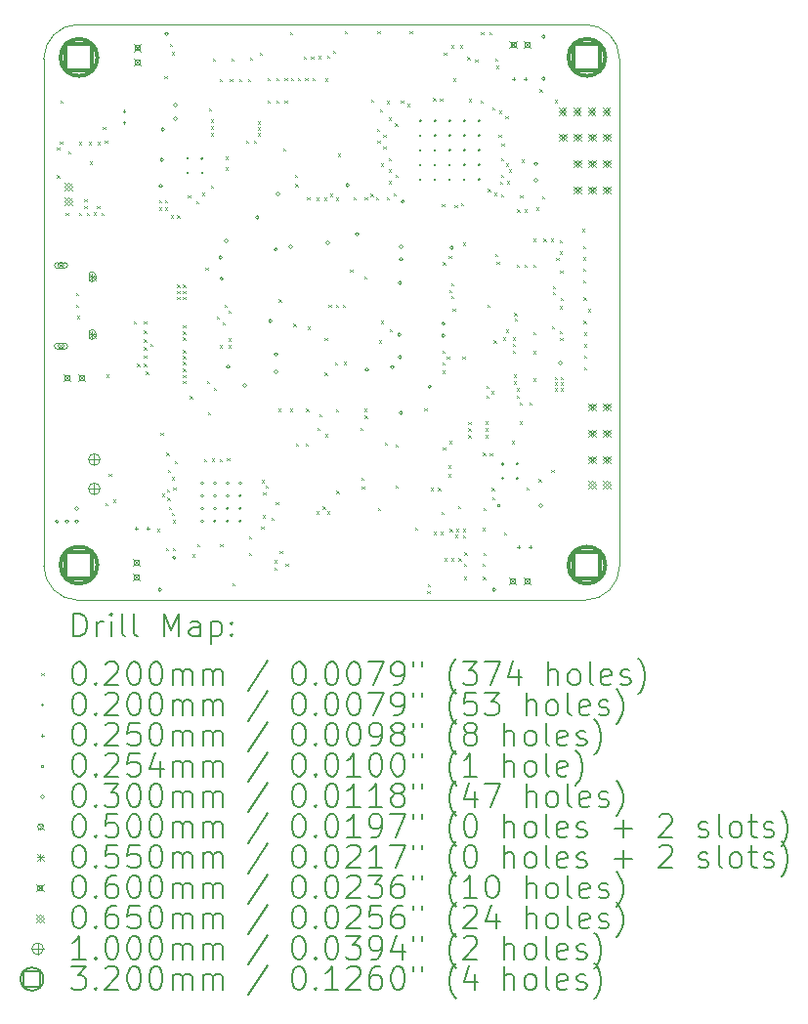
<source format=gbr>
%TF.GenerationSoftware,KiCad,Pcbnew,8.0.0*%
%TF.CreationDate,2024-03-25T07:30:23-04:00*%
%TF.ProjectId,_Sub_HW_Qcopter,5f537562-5f48-4575-9f51-636f70746572,rev?*%
%TF.SameCoordinates,PX9157080PYf23bb80*%
%TF.FileFunction,Drillmap*%
%TF.FilePolarity,Positive*%
%FSLAX45Y45*%
G04 Gerber Fmt 4.5, Leading zero omitted, Abs format (unit mm)*
G04 Created by KiCad (PCBNEW 8.0.0) date 2024-03-25 07:30:23*
%MOMM*%
%LPD*%
G01*
G04 APERTURE LIST*
%ADD10C,0.050000*%
%ADD11C,0.200000*%
%ADD12C,0.100000*%
%ADD13C,0.320000*%
G04 APERTURE END LIST*
D10*
X0Y4690000D02*
G75*
G02*
X300000Y4990000I300000J0D01*
G01*
X0Y4690000D02*
X0Y300000D01*
X4690000Y4990000D02*
G75*
G02*
X4990000Y4690000I0J-300000D01*
G01*
X300000Y4990000D02*
X4690000Y4990000D01*
X4990000Y300000D02*
G75*
G02*
X4690000Y0I-300000J0D01*
G01*
X300000Y0D02*
G75*
G02*
X0Y300000I0J300000D01*
G01*
X4990000Y4690000D02*
X4990000Y300000D01*
X4690000Y0D02*
X300000Y0D01*
D11*
D12*
X114145Y3923510D02*
X134145Y3903510D01*
X134145Y3923510D02*
X114145Y3903510D01*
X114460Y3682840D02*
X134460Y3662840D01*
X134460Y3682840D02*
X114460Y3662840D01*
X139860Y3974940D02*
X159860Y3954940D01*
X159860Y3974940D02*
X139860Y3954940D01*
X142400Y4330540D02*
X162400Y4310540D01*
X162400Y4330540D02*
X142400Y4310540D01*
X191880Y3357720D02*
X211880Y3337720D01*
X211880Y3357720D02*
X191880Y3337720D01*
X213520Y3891120D02*
X233520Y3871120D01*
X233520Y3891120D02*
X213520Y3871120D01*
X282100Y2664300D02*
X302100Y2644300D01*
X302100Y2664300D02*
X282100Y2644300D01*
X282100Y2562700D02*
X302100Y2542700D01*
X302100Y2562700D02*
X282100Y2542700D01*
X287180Y2463640D02*
X307180Y2443640D01*
X307180Y2463640D02*
X287180Y2443640D01*
X304960Y3972400D02*
X324960Y3952400D01*
X324960Y3972400D02*
X304960Y3952400D01*
X307500Y3357720D02*
X327500Y3337720D01*
X327500Y3357720D02*
X307500Y3337720D01*
X350680Y3474560D02*
X370680Y3454560D01*
X370680Y3474560D02*
X350680Y3454560D01*
X350680Y3416140D02*
X370680Y3396140D01*
X370680Y3416140D02*
X350680Y3396140D01*
X373540Y3357720D02*
X393540Y3337720D01*
X393540Y3357720D02*
X373540Y3337720D01*
X391320Y3972400D02*
X411320Y3952400D01*
X411320Y3972400D02*
X391320Y3952400D01*
X398940Y3802220D02*
X418940Y3782220D01*
X418940Y3802220D02*
X398940Y3782220D01*
X434500Y3360260D02*
X454500Y3340260D01*
X454500Y3360260D02*
X434500Y3340260D01*
X462440Y3418680D02*
X482440Y3398680D01*
X482440Y3418680D02*
X462440Y3398680D01*
X467520Y3972400D02*
X487520Y3952400D01*
X487520Y3972400D02*
X467520Y3952400D01*
X500540Y3357720D02*
X520540Y3337720D01*
X520540Y3357720D02*
X500540Y3337720D01*
X513240Y4104480D02*
X533240Y4084480D01*
X533240Y4104480D02*
X513240Y4084480D01*
X528480Y3985100D02*
X548480Y3965100D01*
X548480Y3985100D02*
X528480Y3965100D01*
X536100Y843120D02*
X556100Y823120D01*
X556100Y843120D02*
X536100Y823120D01*
X543720Y1955640D02*
X563720Y1935640D01*
X563720Y1955640D02*
X543720Y1935640D01*
X564040Y1094580D02*
X584040Y1074580D01*
X584040Y1094580D02*
X564040Y1074580D01*
X602140Y873600D02*
X622140Y853600D01*
X622140Y873600D02*
X602140Y853600D01*
X779940Y2417920D02*
X799940Y2397920D01*
X799940Y2417920D02*
X779940Y2397920D01*
X807880Y2049620D02*
X827880Y2029620D01*
X827880Y2049620D02*
X807880Y2029620D01*
X868840Y2417920D02*
X888840Y2397920D01*
X888840Y2417920D02*
X868840Y2397920D01*
X868840Y2336640D02*
X888840Y2316640D01*
X888840Y2336640D02*
X868840Y2316640D01*
X868840Y2260440D02*
X888840Y2240440D01*
X888840Y2260440D02*
X868840Y2240440D01*
X868840Y2194400D02*
X888840Y2174400D01*
X888840Y2194400D02*
X868840Y2174400D01*
X868840Y2120740D02*
X888840Y2100740D01*
X888840Y2120740D02*
X868840Y2100740D01*
X868840Y2049620D02*
X888840Y2029620D01*
X888840Y2049620D02*
X868840Y2029620D01*
X884080Y1981040D02*
X904080Y1961040D01*
X904080Y1981040D02*
X884080Y1961040D01*
X924720Y2222340D02*
X944720Y2202340D01*
X944720Y2222340D02*
X924720Y2202340D01*
X983140Y617060D02*
X1003140Y597060D01*
X1003140Y617060D02*
X983140Y597060D01*
X1000920Y3466940D02*
X1020920Y3446940D01*
X1020920Y3466940D02*
X1000920Y3446940D01*
X1000920Y3403440D02*
X1020920Y3383440D01*
X1020920Y3403440D02*
X1000920Y3383440D01*
X1011080Y1452720D02*
X1031080Y1432720D01*
X1031080Y1452720D02*
X1011080Y1432720D01*
X1025450Y923645D02*
X1045450Y903645D01*
X1045450Y923645D02*
X1025450Y903645D01*
X1046640Y4543900D02*
X1066640Y4523900D01*
X1066640Y4543900D02*
X1046640Y4523900D01*
X1051720Y3466940D02*
X1071720Y3446940D01*
X1071720Y3466940D02*
X1051720Y3446940D01*
X1051720Y3403440D02*
X1071720Y3383440D01*
X1071720Y3403440D02*
X1051720Y3383440D01*
X1056800Y451960D02*
X1076800Y431960D01*
X1076800Y451960D02*
X1056800Y431960D01*
X1061880Y1280000D02*
X1081880Y1260000D01*
X1081880Y1280000D02*
X1061880Y1260000D01*
X1067361Y963013D02*
X1087361Y943013D01*
X1087361Y963013D02*
X1067361Y943013D01*
X1072040Y888840D02*
X1092040Y868840D01*
X1092040Y888840D02*
X1072040Y868840D01*
X1074580Y1130140D02*
X1094580Y1110140D01*
X1094580Y1130140D02*
X1074580Y1110140D01*
X1082200Y810100D02*
X1102200Y790100D01*
X1102200Y810100D02*
X1082200Y790100D01*
X1089820Y4823300D02*
X1109820Y4803300D01*
X1109820Y4823300D02*
X1089820Y4803300D01*
X1102520Y3334860D02*
X1122520Y3314860D01*
X1122520Y3334860D02*
X1102520Y3314860D01*
X1107600Y4749640D02*
X1127600Y4729640D01*
X1127600Y4749640D02*
X1107600Y4729640D01*
X1107915Y758670D02*
X1127915Y738670D01*
X1127915Y758670D02*
X1107915Y738670D01*
X1110140Y1066640D02*
X1130140Y1046640D01*
X1130140Y1066640D02*
X1110140Y1046640D01*
X1115220Y451960D02*
X1135220Y431960D01*
X1135220Y451960D02*
X1115220Y431960D01*
X1117760Y695800D02*
X1137760Y675800D01*
X1137760Y695800D02*
X1117760Y675800D01*
X1122840Y977740D02*
X1142840Y957740D01*
X1142840Y977740D02*
X1122840Y957740D01*
X1133000Y1208880D02*
X1153000Y1188880D01*
X1153000Y1208880D02*
X1133000Y1188880D01*
X1155860Y3334860D02*
X1175860Y3314860D01*
X1175860Y3334860D02*
X1155860Y3314860D01*
X1155860Y2735420D02*
X1175860Y2715420D01*
X1175860Y2735420D02*
X1155860Y2715420D01*
X1155860Y2682080D02*
X1175860Y2662080D01*
X1175860Y2682080D02*
X1155860Y2662080D01*
X1155860Y2631280D02*
X1175860Y2611280D01*
X1175860Y2631280D02*
X1155860Y2611280D01*
X1206660Y2735420D02*
X1226660Y2715420D01*
X1226660Y2735420D02*
X1206660Y2715420D01*
X1206660Y2682080D02*
X1226660Y2662080D01*
X1226660Y2682080D02*
X1206660Y2662080D01*
X1206660Y2631280D02*
X1226660Y2611280D01*
X1226660Y2631280D02*
X1206660Y2611280D01*
X1206660Y2382360D02*
X1226660Y2362360D01*
X1226660Y2382360D02*
X1206660Y2362360D01*
X1206660Y2329020D02*
X1226660Y2309020D01*
X1226660Y2329020D02*
X1206660Y2309020D01*
X1206660Y2278220D02*
X1226660Y2258220D01*
X1226660Y2278220D02*
X1206660Y2258220D01*
X1206660Y2169000D02*
X1226660Y2149000D01*
X1226660Y2169000D02*
X1206660Y2149000D01*
X1206660Y2115660D02*
X1226660Y2095660D01*
X1226660Y2115660D02*
X1206660Y2095660D01*
X1206660Y2064860D02*
X1226660Y2044860D01*
X1226660Y2064860D02*
X1206660Y2044860D01*
X1206660Y2006440D02*
X1226660Y1986440D01*
X1226660Y2006440D02*
X1206660Y1986440D01*
X1206660Y1953100D02*
X1226660Y1933100D01*
X1226660Y1953100D02*
X1206660Y1933100D01*
X1206660Y1902300D02*
X1226660Y1882300D01*
X1226660Y1902300D02*
X1206660Y1882300D01*
X1249840Y3510120D02*
X1269840Y3490120D01*
X1269840Y3510120D02*
X1249840Y3490120D01*
X1266300Y1768900D02*
X1286300Y1748900D01*
X1286300Y1768900D02*
X1266300Y1748900D01*
X1285400Y397300D02*
X1305400Y377300D01*
X1305400Y397300D02*
X1285400Y377300D01*
X1323500Y3459320D02*
X1343500Y3439320D01*
X1343500Y3459320D02*
X1323500Y3439320D01*
X1331120Y484980D02*
X1351120Y464980D01*
X1351120Y484980D02*
X1331120Y464980D01*
X1374300Y3530440D02*
X1394300Y3510440D01*
X1394300Y3530440D02*
X1374300Y3510440D01*
X1387000Y1224120D02*
X1407000Y1204120D01*
X1407000Y1224120D02*
X1387000Y1204120D01*
X1402240Y2885280D02*
X1422240Y2865280D01*
X1422240Y2885280D02*
X1402240Y2865280D01*
X1414940Y1902300D02*
X1434940Y1882300D01*
X1434940Y1902300D02*
X1414940Y1882300D01*
X1425100Y1627980D02*
X1445100Y1607980D01*
X1445100Y1627980D02*
X1425100Y1607980D01*
X1430180Y4264500D02*
X1450180Y4244500D01*
X1450180Y4264500D02*
X1430180Y4244500D01*
X1445420Y3596480D02*
X1465420Y3576480D01*
X1465420Y3596480D02*
X1445420Y3576480D01*
X1450500Y4165440D02*
X1470500Y4145440D01*
X1470500Y4165440D02*
X1450500Y4145440D01*
X1450500Y4107020D02*
X1470500Y4087020D01*
X1470500Y4107020D02*
X1450500Y4087020D01*
X1450500Y4048600D02*
X1470500Y4028600D01*
X1470500Y4048600D02*
X1450500Y4028600D01*
X1458120Y1226660D02*
X1478120Y1206660D01*
X1478120Y1226660D02*
X1458120Y1206660D01*
X1463200Y4696300D02*
X1483200Y4676300D01*
X1483200Y4696300D02*
X1463200Y4676300D01*
X1473360Y1841340D02*
X1493360Y1821340D01*
X1493360Y1841340D02*
X1473360Y1821340D01*
X1500355Y2461100D02*
X1520355Y2441100D01*
X1520355Y2461100D02*
X1500355Y2441100D01*
X1521620Y1224120D02*
X1541620Y1204120D01*
X1541620Y1224120D02*
X1521620Y1204120D01*
X1524160Y4515960D02*
X1544160Y4495960D01*
X1544160Y4515960D02*
X1524160Y4495960D01*
X1524160Y2209640D02*
X1544160Y2189640D01*
X1544160Y2209640D02*
X1524160Y2189640D01*
X1529240Y484980D02*
X1549240Y464980D01*
X1549240Y484980D02*
X1529240Y464980D01*
X1552100Y2410300D02*
X1572100Y2390300D01*
X1572100Y2410300D02*
X1552100Y2390300D01*
X1564800Y2562700D02*
X1584800Y2542700D01*
X1584800Y2562700D02*
X1564800Y2542700D01*
X1572420Y3845400D02*
X1592420Y3825400D01*
X1592420Y3845400D02*
X1572420Y3825400D01*
X1574960Y3751420D02*
X1594960Y3731420D01*
X1594960Y3751420D02*
X1574960Y3731420D01*
X1587400Y1231740D02*
X1607400Y1211740D01*
X1607400Y1231740D02*
X1587400Y1211740D01*
X1600360Y2268060D02*
X1620360Y2248060D01*
X1620360Y2268060D02*
X1600360Y2248060D01*
X1600360Y2210560D02*
X1620360Y2190560D01*
X1620360Y2210560D02*
X1600360Y2190560D01*
X1602900Y2511900D02*
X1622900Y2491900D01*
X1622900Y2511900D02*
X1602900Y2491900D01*
X1613060Y4515960D02*
X1633060Y4495960D01*
X1633060Y4515960D02*
X1613060Y4495960D01*
X1627030Y4697570D02*
X1647030Y4677570D01*
X1647030Y4697570D02*
X1627030Y4677570D01*
X1633380Y147160D02*
X1653380Y127160D01*
X1653380Y147160D02*
X1633380Y127160D01*
X1691800Y4515960D02*
X1711800Y4495960D01*
X1711800Y4515960D02*
X1691800Y4495960D01*
X1752760Y3982560D02*
X1772760Y3962560D01*
X1772760Y3982560D02*
X1752760Y3962560D01*
X1770540Y4515960D02*
X1790540Y4495960D01*
X1790540Y4515960D02*
X1770540Y4495960D01*
X1780700Y556100D02*
X1800700Y536100D01*
X1800700Y556100D02*
X1780700Y536100D01*
X1780700Y411320D02*
X1800700Y391320D01*
X1800700Y411320D02*
X1780700Y391320D01*
X1788320Y4701380D02*
X1808320Y4681380D01*
X1808320Y4701380D02*
X1788320Y4681380D01*
X1821340Y3982560D02*
X1841340Y3962560D01*
X1841340Y3982560D02*
X1821340Y3962560D01*
X1854360Y4150200D02*
X1874360Y4130200D01*
X1874360Y4150200D02*
X1854360Y4130200D01*
X1854360Y4099400D02*
X1874360Y4079400D01*
X1874360Y4099400D02*
X1854360Y4079400D01*
X1854360Y4048600D02*
X1874360Y4028600D01*
X1874360Y4048600D02*
X1854360Y4028600D01*
X1871900Y4748420D02*
X1891900Y4728420D01*
X1891900Y4748420D02*
X1871900Y4728420D01*
X1884840Y639920D02*
X1904840Y619920D01*
X1904840Y639920D02*
X1884840Y619920D01*
X1889917Y1042670D02*
X1909917Y1022670D01*
X1909917Y1042670D02*
X1889917Y1022670D01*
X1895000Y736440D02*
X1915000Y716440D01*
X1915000Y736440D02*
X1895000Y716440D01*
X1900080Y934560D02*
X1920080Y914560D01*
X1920080Y934560D02*
X1900080Y914560D01*
X1922358Y995195D02*
X1942358Y975195D01*
X1942358Y995195D02*
X1922358Y975195D01*
X1940720Y4526120D02*
X1960720Y4506120D01*
X1960720Y4526120D02*
X1940720Y4506120D01*
X1940720Y4333080D02*
X1960720Y4313080D01*
X1960720Y4333080D02*
X1940720Y4313080D01*
X1971200Y716120D02*
X1991200Y696120D01*
X1991200Y716120D02*
X1971200Y696120D01*
X1999140Y347820D02*
X2019140Y327820D01*
X2019140Y347820D02*
X1999140Y327820D01*
X1999140Y281780D02*
X2019140Y261780D01*
X2019140Y281780D02*
X1999140Y261780D01*
X2011840Y850740D02*
X2031840Y830740D01*
X2031840Y850740D02*
X2011840Y830740D01*
X2016920Y4526120D02*
X2036920Y4506120D01*
X2036920Y4526120D02*
X2016920Y4506120D01*
X2016920Y4333080D02*
X2036920Y4313080D01*
X2036920Y4333080D02*
X2016920Y4313080D01*
X2029620Y1658460D02*
X2049620Y1638460D01*
X2049620Y1658460D02*
X2029620Y1638460D01*
X2037240Y2608420D02*
X2057240Y2588420D01*
X2057240Y2608420D02*
X2037240Y2588420D01*
X2044860Y429100D02*
X2064860Y409100D01*
X2064860Y429100D02*
X2044860Y409100D01*
X2075340Y3913980D02*
X2095340Y3893980D01*
X2095340Y3913980D02*
X2075340Y3893980D01*
X2088040Y4526120D02*
X2108040Y4506120D01*
X2108040Y4526120D02*
X2088040Y4506120D01*
X2088040Y4333080D02*
X2108040Y4313080D01*
X2108040Y4333080D02*
X2088040Y4313080D01*
X2095660Y317340D02*
X2115660Y297340D01*
X2115660Y317340D02*
X2095660Y297340D01*
X2131220Y1658460D02*
X2151220Y1638460D01*
X2151220Y1658460D02*
X2131220Y1638460D01*
X2133760Y4922360D02*
X2153760Y4902360D01*
X2153760Y4922360D02*
X2133760Y4902360D01*
X2143920Y4526120D02*
X2163920Y4506120D01*
X2163920Y4526120D02*
X2143920Y4506120D01*
X2164240Y2395060D02*
X2184240Y2375060D01*
X2184240Y2395060D02*
X2164240Y2375060D01*
X2174400Y3686700D02*
X2194400Y3666700D01*
X2194400Y3686700D02*
X2174400Y3666700D01*
X2179480Y3606640D02*
X2199480Y3586640D01*
X2199480Y3606640D02*
X2179480Y3586640D01*
X2182020Y1361280D02*
X2202020Y1341280D01*
X2202020Y1361280D02*
X2182020Y1341280D01*
X2202340Y4526120D02*
X2222340Y4506120D01*
X2222340Y4526120D02*
X2202340Y4506120D01*
X2253140Y4714080D02*
X2273140Y4694080D01*
X2273140Y4714080D02*
X2253140Y4694080D01*
X2265840Y4526120D02*
X2285840Y4506120D01*
X2285840Y4526120D02*
X2265840Y4506120D01*
X2268380Y1361280D02*
X2288380Y1341280D01*
X2288380Y1361280D02*
X2268380Y1341280D01*
X2273460Y1661000D02*
X2293460Y1641000D01*
X2293460Y1661000D02*
X2273460Y1641000D01*
X2281080Y3492340D02*
X2301080Y3472340D01*
X2301080Y3492340D02*
X2281080Y3472340D01*
X2286160Y2372200D02*
X2306160Y2352200D01*
X2306160Y2372200D02*
X2286160Y2352200D01*
X2316640Y4714080D02*
X2336640Y4694080D01*
X2336640Y4714080D02*
X2316640Y4694080D01*
X2329340Y4526120D02*
X2349340Y4506120D01*
X2349340Y4526120D02*
X2329340Y4506120D01*
X2362360Y3489800D02*
X2382360Y3469800D01*
X2382360Y3489800D02*
X2362360Y3469800D01*
X2364900Y769460D02*
X2384900Y749460D01*
X2384900Y769460D02*
X2364900Y749460D01*
X2369980Y1493360D02*
X2389980Y1473360D01*
X2389980Y1493360D02*
X2369980Y1473360D01*
X2378675Y4716899D02*
X2398675Y4696899D01*
X2398675Y4716899D02*
X2378675Y4696899D01*
X2390300Y1612740D02*
X2410300Y1592740D01*
X2410300Y1612740D02*
X2390300Y1592740D01*
X2418240Y812640D02*
X2438240Y792640D01*
X2438240Y812640D02*
X2418240Y792640D01*
X2428400Y3487260D02*
X2448400Y3467260D01*
X2448400Y3487260D02*
X2428400Y3467260D01*
X2433480Y1973420D02*
X2453480Y1953420D01*
X2453480Y1973420D02*
X2433480Y1953420D01*
X2434800Y2271920D02*
X2454800Y2251920D01*
X2454800Y2271920D02*
X2434800Y2251920D01*
X2436020Y4521040D02*
X2456020Y4501040D01*
X2456020Y4521040D02*
X2436020Y4501040D01*
X2441100Y1440020D02*
X2461100Y1420020D01*
X2461100Y1440020D02*
X2441100Y1420020D01*
X2453800Y4719160D02*
X2473800Y4699160D01*
X2473800Y4719160D02*
X2453800Y4699160D01*
X2453800Y769460D02*
X2473800Y749460D01*
X2473800Y769460D02*
X2453800Y749460D01*
X2469040Y2560160D02*
X2489040Y2540160D01*
X2489040Y2560160D02*
X2469040Y2540160D01*
X2479200Y3522820D02*
X2499200Y3502820D01*
X2499200Y3522820D02*
X2479200Y3502820D01*
X2507140Y4762340D02*
X2527140Y4742340D01*
X2527140Y4762340D02*
X2507140Y4742340D01*
X2524920Y2062320D02*
X2544920Y2042320D01*
X2544920Y2062320D02*
X2524920Y2042320D01*
X2530000Y3489800D02*
X2550000Y3469800D01*
X2550000Y3489800D02*
X2530000Y3469800D01*
X2530000Y2560160D02*
X2550000Y2540160D01*
X2550000Y2560160D02*
X2530000Y2540160D01*
X2530000Y1653380D02*
X2550000Y1633380D01*
X2550000Y1653380D02*
X2530000Y1633380D01*
X2535080Y947260D02*
X2555080Y927260D01*
X2555080Y947260D02*
X2535080Y927260D01*
X2550320Y3870800D02*
X2570320Y3850800D01*
X2570320Y3870800D02*
X2550320Y3850800D01*
X2590960Y2560160D02*
X2610960Y2540160D01*
X2610960Y2560160D02*
X2590960Y2540160D01*
X2601120Y2064860D02*
X2621120Y2044860D01*
X2621120Y2064860D02*
X2601120Y2044860D01*
X2606200Y4932500D02*
X2626200Y4912500D01*
X2626200Y4932500D02*
X2606200Y4912500D01*
X2654460Y2867500D02*
X2674460Y2847500D01*
X2674460Y2867500D02*
X2654460Y2847500D01*
X2682400Y3494880D02*
X2702400Y3474880D01*
X2702400Y3494880D02*
X2682400Y3474880D01*
X2743360Y1493360D02*
X2763360Y1473360D01*
X2763360Y1493360D02*
X2743360Y1473360D01*
X2750980Y1061560D02*
X2770980Y1041560D01*
X2770980Y1061560D02*
X2750980Y1041560D01*
X2756060Y985360D02*
X2776060Y965360D01*
X2776060Y985360D02*
X2756060Y965360D01*
X2776380Y2806540D02*
X2796380Y2786540D01*
X2796380Y2806540D02*
X2776380Y2786540D01*
X2778920Y1658460D02*
X2798920Y1638460D01*
X2798920Y1658460D02*
X2778920Y1638460D01*
X2781460Y3494880D02*
X2801460Y3474880D01*
X2801460Y3494880D02*
X2781460Y3474880D01*
X2781655Y1601025D02*
X2801655Y1581025D01*
X2801655Y1601025D02*
X2781655Y1581025D01*
X2831222Y3523690D02*
X2851222Y3503690D01*
X2851222Y3523690D02*
X2831222Y3503690D01*
X2837340Y4340700D02*
X2857340Y4320700D01*
X2857340Y4340700D02*
X2837340Y4320700D01*
X2880867Y3494677D02*
X2900867Y3474677D01*
X2900867Y3494677D02*
X2880867Y3474677D01*
X2888140Y4084160D02*
X2908140Y4064160D01*
X2908140Y4084160D02*
X2888140Y4064160D01*
X2890680Y4929980D02*
X2910680Y4909980D01*
X2910680Y4929980D02*
X2890680Y4909980D01*
X2890680Y3982560D02*
X2910680Y3962560D01*
X2910680Y3982560D02*
X2890680Y3962560D01*
X2895760Y802480D02*
X2915760Y782480D01*
X2915760Y802480D02*
X2895760Y782480D01*
X2905920Y2252820D02*
X2925920Y2232820D01*
X2925920Y2252820D02*
X2905920Y2232820D01*
X2911000Y4254340D02*
X2931000Y4234340D01*
X2931000Y4254340D02*
X2911000Y4234340D01*
X2921160Y3784440D02*
X2941160Y3764440D01*
X2941160Y3784440D02*
X2921160Y3764440D01*
X2921160Y2420460D02*
X2941160Y2400460D01*
X2941160Y2420460D02*
X2921160Y2400460D01*
X2941480Y4035900D02*
X2961480Y4015900D01*
X2961480Y4035900D02*
X2941480Y4015900D01*
X2941480Y3934300D02*
X2961480Y3914300D01*
X2961480Y3934300D02*
X2941480Y3914300D01*
X2956720Y1368900D02*
X2976720Y1348900D01*
X2976720Y1368900D02*
X2956720Y1348900D01*
X2969420Y3492340D02*
X2989420Y3472340D01*
X2989420Y3492340D02*
X2969420Y3472340D01*
X2974500Y4325460D02*
X2994500Y4305460D01*
X2994500Y4325460D02*
X2974500Y4305460D01*
X2987200Y3832700D02*
X3007200Y3812700D01*
X3007200Y3832700D02*
X2987200Y3812700D01*
X2987200Y3733640D02*
X3007200Y3713640D01*
X3007200Y3733640D02*
X2987200Y3713640D01*
X2987200Y3632040D02*
X3007200Y3612040D01*
X3007200Y3632040D02*
X2987200Y3612040D01*
X2989740Y4183220D02*
X3009740Y4163220D01*
X3009740Y4183220D02*
X2989740Y4163220D01*
X2999900Y2349340D02*
X3019900Y2329340D01*
X3019900Y2349340D02*
X2999900Y2329340D01*
X3030380Y3527900D02*
X3050380Y3507900D01*
X3050380Y3527900D02*
X3030380Y3507900D01*
X3043080Y4132420D02*
X3063080Y4112420D01*
X3063080Y4132420D02*
X3043080Y4112420D01*
X3045620Y1351120D02*
X3065620Y1331120D01*
X3065620Y1351120D02*
X3045620Y1331120D01*
X3045620Y995520D02*
X3065620Y975520D01*
X3065620Y995520D02*
X3045620Y975520D01*
X3048160Y3685380D02*
X3068160Y3665380D01*
X3068160Y3685380D02*
X3048160Y3665380D01*
X3095790Y4328315D02*
X3115790Y4308315D01*
X3115790Y4328315D02*
X3095790Y4308315D01*
X3147220Y4302600D02*
X3167220Y4282600D01*
X3167220Y4302600D02*
X3147220Y4282600D01*
X3170080Y4932520D02*
X3190080Y4912520D01*
X3190080Y4932520D02*
X3170080Y4912520D01*
X3215800Y632300D02*
X3235800Y612300D01*
X3235800Y632300D02*
X3215800Y612300D01*
X3297080Y1666080D02*
X3317080Y1646080D01*
X3317080Y1666080D02*
X3297080Y1646080D01*
X3322480Y81120D02*
X3342480Y61120D01*
X3342480Y81120D02*
X3322480Y61120D01*
X3325020Y139540D02*
X3345020Y119540D01*
X3345020Y139540D02*
X3325020Y119540D01*
X3350420Y975200D02*
X3370420Y955200D01*
X3370420Y975200D02*
X3350420Y955200D01*
X3373280Y4350860D02*
X3393280Y4330860D01*
X3393280Y4350860D02*
X3373280Y4330860D01*
X3378360Y591660D02*
X3398360Y571660D01*
X3398360Y591660D02*
X3378360Y571660D01*
X3416460Y975200D02*
X3436460Y955200D01*
X3436460Y975200D02*
X3416460Y955200D01*
X3432150Y4348320D02*
X3452150Y4328320D01*
X3452150Y4348320D02*
X3432150Y4328320D01*
X3436780Y591660D02*
X3456780Y571660D01*
X3456780Y591660D02*
X3436780Y571660D01*
X3444400Y764380D02*
X3464400Y744380D01*
X3464400Y764380D02*
X3444400Y744380D01*
X3449480Y3431380D02*
X3469480Y3411380D01*
X3469480Y3431380D02*
X3449480Y3411380D01*
X3452020Y2161380D02*
X3472020Y2141380D01*
X3472020Y2161380D02*
X3452020Y2141380D01*
X3452020Y2062320D02*
X3472020Y2042320D01*
X3472020Y2062320D02*
X3452020Y2042320D01*
X3452020Y1988660D02*
X3472020Y1968660D01*
X3472020Y1988660D02*
X3452020Y1968660D01*
X3459640Y2928460D02*
X3479640Y2908460D01*
X3479640Y2928460D02*
X3459640Y2908460D01*
X3459640Y1325720D02*
X3479640Y1305720D01*
X3479640Y1325720D02*
X3459640Y1305720D01*
X3467260Y4747100D02*
X3487260Y4727100D01*
X3487260Y4747100D02*
X3467260Y4727100D01*
X3469800Y365600D02*
X3489800Y345600D01*
X3489800Y365600D02*
X3469800Y345600D01*
X3492660Y2113120D02*
X3512660Y2093120D01*
X3512660Y2113120D02*
X3492660Y2093120D01*
X3502820Y1168240D02*
X3522820Y1148240D01*
X3522820Y1168240D02*
X3502820Y1148240D01*
X3502820Y1092040D02*
X3522820Y1072040D01*
X3522820Y1092040D02*
X3502820Y1072040D01*
X3510440Y2984839D02*
X3530440Y2964839D01*
X3530440Y2984839D02*
X3510440Y2964839D01*
X3511580Y2690540D02*
X3531580Y2670540D01*
X3531580Y2690540D02*
X3511580Y2670540D01*
X3515520Y1381600D02*
X3535520Y1361600D01*
X3535520Y1381600D02*
X3515520Y1361600D01*
X3518060Y619600D02*
X3538060Y599600D01*
X3538060Y619600D02*
X3518060Y599600D01*
X3528220Y2745580D02*
X3548220Y2725580D01*
X3548220Y2745580D02*
X3528220Y2725580D01*
X3532350Y2636922D02*
X3552350Y2616922D01*
X3552350Y2636922D02*
X3532350Y2616922D01*
X3533300Y4810600D02*
X3553300Y4790600D01*
X3553300Y4810600D02*
X3533300Y4790600D01*
X3533300Y365600D02*
X3553300Y345600D01*
X3553300Y365600D02*
X3533300Y345600D01*
X3543460Y2527140D02*
X3563460Y2507140D01*
X3563460Y2527140D02*
X3543460Y2507140D01*
X3548540Y4521040D02*
X3568540Y4501040D01*
X3568540Y4521040D02*
X3548540Y4501040D01*
X3561240Y3423760D02*
X3581240Y3403760D01*
X3581240Y3423760D02*
X3561240Y3403760D01*
X3563780Y568800D02*
X3583780Y548800D01*
X3583780Y568800D02*
X3563780Y548800D01*
X3573940Y619600D02*
X3593940Y599600D01*
X3593940Y619600D02*
X3573940Y599600D01*
X3589180Y817720D02*
X3609180Y797720D01*
X3609180Y817720D02*
X3589180Y797720D01*
X3594260Y365600D02*
X3614260Y345600D01*
X3614260Y365600D02*
X3594260Y345600D01*
X3609500Y4808060D02*
X3629500Y4788060D01*
X3629500Y4808060D02*
X3609500Y4788060D01*
X3616528Y3439556D02*
X3636528Y3419556D01*
X3636528Y3439556D02*
X3616528Y3419556D01*
X3627280Y2113120D02*
X3647280Y2093120D01*
X3647280Y2113120D02*
X3627280Y2093120D01*
X3629820Y619600D02*
X3649820Y599600D01*
X3649820Y619600D02*
X3629820Y599600D01*
X3629820Y562100D02*
X3649820Y542100D01*
X3649820Y562100D02*
X3629820Y542100D01*
X3632360Y3098640D02*
X3652360Y3078640D01*
X3652360Y3098640D02*
X3632360Y3078640D01*
X3639980Y317340D02*
X3659980Y297340D01*
X3659980Y317340D02*
X3639980Y297340D01*
X3639980Y203040D02*
X3659980Y183040D01*
X3659980Y203040D02*
X3639980Y183040D01*
X3645060Y413860D02*
X3665060Y393860D01*
X3665060Y413860D02*
X3645060Y393860D01*
X3670460Y4709000D02*
X3690460Y4689000D01*
X3690460Y4709000D02*
X3670460Y4689000D01*
X3678080Y1546700D02*
X3698080Y1526700D01*
X3698080Y1546700D02*
X3678080Y1526700D01*
X3678080Y1490820D02*
X3698080Y1470820D01*
X3698080Y1490820D02*
X3678080Y1470820D01*
X3678080Y1432400D02*
X3698080Y1412400D01*
X3698080Y1432400D02*
X3678080Y1412400D01*
X3682150Y4343240D02*
X3702150Y4323240D01*
X3702150Y4343240D02*
X3682150Y4323240D01*
X3739040Y4688680D02*
X3759040Y4668680D01*
X3759040Y4688680D02*
X3739040Y4668680D01*
X3782150Y4333080D02*
X3802150Y4313080D01*
X3802150Y4333080D02*
X3782150Y4313080D01*
X3789840Y4924900D02*
X3809840Y4904900D01*
X3809840Y4924900D02*
X3789840Y4904900D01*
X3802540Y627220D02*
X3822540Y607220D01*
X3822540Y627220D02*
X3802540Y607220D01*
X3802540Y319880D02*
X3822540Y299880D01*
X3822540Y319880D02*
X3802540Y299880D01*
X3805080Y203040D02*
X3825080Y183040D01*
X3825080Y203040D02*
X3805080Y183040D01*
X3806820Y1277460D02*
X3826820Y1257460D01*
X3826820Y1277460D02*
X3806820Y1257460D01*
X3807620Y411320D02*
X3827620Y391320D01*
X3827620Y411320D02*
X3807620Y391320D01*
X3812700Y802480D02*
X3832700Y782480D01*
X3832700Y802480D02*
X3812700Y782480D01*
X3827940Y1549240D02*
X3847940Y1529240D01*
X3847940Y1549240D02*
X3827940Y1529240D01*
X3827940Y1490820D02*
X3847940Y1470820D01*
X3847940Y1490820D02*
X3827940Y1470820D01*
X3827940Y1432400D02*
X3847940Y1412400D01*
X3847940Y1432400D02*
X3827940Y1412400D01*
X3838100Y1856580D02*
X3858100Y1836580D01*
X3858100Y1856580D02*
X3838100Y1836580D01*
X3838100Y1775300D02*
X3858100Y1755300D01*
X3858100Y1775300D02*
X3838100Y1755300D01*
X3843100Y2561400D02*
X3863100Y2541400D01*
X3863100Y2561400D02*
X3843100Y2541400D01*
X3848260Y3566000D02*
X3868260Y3546000D01*
X3868260Y3566000D02*
X3848260Y3546000D01*
X3860960Y4924900D02*
X3880960Y4904900D01*
X3880960Y4924900D02*
X3860960Y4904900D01*
X3864263Y1274886D02*
X3884263Y1254886D01*
X3884263Y1274886D02*
X3864263Y1254886D01*
X3878740Y1810860D02*
X3898740Y1790860D01*
X3898740Y1810860D02*
X3878740Y1790860D01*
X3883550Y975470D02*
X3903550Y955470D01*
X3903550Y975470D02*
X3883550Y955470D01*
X3883820Y891380D02*
X3903820Y871380D01*
X3903820Y891380D02*
X3883820Y871380D01*
X3885590Y4273890D02*
X3905590Y4253890D01*
X3905590Y4273890D02*
X3885590Y4253890D01*
X3897940Y2251700D02*
X3917940Y2231700D01*
X3917940Y2251700D02*
X3897940Y2231700D01*
X3901600Y3530440D02*
X3921600Y3510440D01*
X3921600Y3530440D02*
X3901600Y3510440D01*
X3909220Y4693760D02*
X3929220Y4673760D01*
X3929220Y4693760D02*
X3909220Y4673760D01*
X3911760Y3002120D02*
X3931760Y2982120D01*
X3931760Y3002120D02*
X3911760Y2982120D01*
X3919380Y4632800D02*
X3939380Y4612800D01*
X3939380Y4632800D02*
X3919380Y4612800D01*
X3924460Y2936080D02*
X3944460Y2916080D01*
X3944460Y2936080D02*
X3924460Y2916080D01*
X3942240Y4033900D02*
X3962240Y4013900D01*
X3962240Y4033900D02*
X3942240Y4013900D01*
X3947320Y4241640D02*
X3967320Y4221640D01*
X3967320Y4241640D02*
X3947320Y4221640D01*
X3954298Y3628165D02*
X3974298Y3608165D01*
X3974298Y3628165D02*
X3954298Y3608165D01*
X3960020Y3832700D02*
X3980020Y3812700D01*
X3980020Y3832700D02*
X3960020Y3812700D01*
X3960020Y3685380D02*
X3980020Y3665380D01*
X3980020Y3685380D02*
X3960020Y3665380D01*
X3965100Y3520280D02*
X3985100Y3500280D01*
X3985100Y3520280D02*
X3965100Y3500280D01*
X3967640Y3959700D02*
X3987640Y3939700D01*
X3987640Y3959700D02*
X3967640Y3939700D01*
X3980340Y2278220D02*
X4000340Y2258220D01*
X4000340Y2278220D02*
X3980340Y2258220D01*
X3987960Y586580D02*
X4007960Y566580D01*
X4007960Y586580D02*
X3987960Y566580D01*
X4000660Y4193380D02*
X4020660Y4173380D01*
X4020660Y4193380D02*
X4000660Y4173380D01*
X4003200Y3784440D02*
X4023200Y3764440D01*
X4023200Y3784440D02*
X4003200Y3764440D01*
X4003200Y2344260D02*
X4023200Y2324260D01*
X4023200Y2344260D02*
X4003200Y2324260D01*
X4013360Y3632040D02*
X4033360Y3612040D01*
X4033360Y3632040D02*
X4013360Y3612040D01*
X4031140Y3733640D02*
X4051140Y3713640D01*
X4051140Y3733640D02*
X4031140Y3713640D01*
X4056540Y1379060D02*
X4076540Y1359060D01*
X4076540Y1379060D02*
X4056540Y1359060D01*
X4061620Y2278220D02*
X4081620Y2258220D01*
X4081620Y2278220D02*
X4061620Y2258220D01*
X4061620Y2224880D02*
X4081620Y2204880D01*
X4081620Y2224880D02*
X4061620Y2204880D01*
X4061620Y2161380D02*
X4081620Y2141380D01*
X4081620Y2161380D02*
X4061620Y2141380D01*
X4071780Y1955640D02*
X4091780Y1935640D01*
X4091780Y1955640D02*
X4071780Y1935640D01*
X4071780Y1897220D02*
X4091780Y1877220D01*
X4091780Y1897220D02*
X4071780Y1877220D01*
X4076860Y2489040D02*
X4096860Y2469040D01*
X4096860Y2489040D02*
X4076860Y2469040D01*
X4079400Y2443320D02*
X4099400Y2423320D01*
X4099400Y2443320D02*
X4079400Y2423320D01*
X4097180Y2910680D02*
X4117180Y2890680D01*
X4117180Y2910680D02*
X4097180Y2890680D01*
X4099720Y1836260D02*
X4119720Y1816260D01*
X4119720Y1836260D02*
X4099720Y1816260D01*
X4099720Y1772760D02*
X4119720Y1752760D01*
X4119720Y1772760D02*
X4099720Y1752760D01*
X4102260Y3388200D02*
X4122260Y3368200D01*
X4122260Y3388200D02*
X4102260Y3368200D01*
X4125120Y1714340D02*
X4145120Y1694340D01*
X4145120Y1714340D02*
X4125120Y1694340D01*
X4125120Y1549240D02*
X4145120Y1529240D01*
X4145120Y1549240D02*
X4125120Y1529240D01*
X4127660Y3507580D02*
X4147660Y3487580D01*
X4147660Y3507580D02*
X4127660Y3487580D01*
X4140360Y3817460D02*
X4160360Y3797460D01*
X4160360Y3817460D02*
X4140360Y3797460D01*
X4168300Y3388200D02*
X4188300Y3368200D01*
X4188300Y3388200D02*
X4168300Y3368200D01*
X4168300Y2910680D02*
X4188300Y2890680D01*
X4188300Y2910680D02*
X4168300Y2890680D01*
X4181000Y980280D02*
X4201000Y960280D01*
X4201000Y980280D02*
X4181000Y960280D01*
X4206400Y1714340D02*
X4226400Y1694340D01*
X4226400Y1714340D02*
X4206400Y1694340D01*
X4239420Y3134200D02*
X4259420Y3114200D01*
X4259420Y3134200D02*
X4239420Y3114200D01*
X4239420Y2323940D02*
X4259420Y2303940D01*
X4259420Y2323940D02*
X4239420Y2303940D01*
X4239420Y2158840D02*
X4259420Y2138840D01*
X4259420Y2158840D02*
X4239420Y2138840D01*
X4239420Y1922620D02*
X4259420Y1902620D01*
X4259420Y1922620D02*
X4239420Y1902620D01*
X4241960Y2910680D02*
X4261960Y2890680D01*
X4261960Y2910680D02*
X4241960Y2890680D01*
X4269900Y3403440D02*
X4289900Y3383440D01*
X4289900Y3403440D02*
X4269900Y3383440D01*
X4287680Y1051400D02*
X4307680Y1031400D01*
X4307680Y1051400D02*
X4287680Y1031400D01*
X4297840Y4427060D02*
X4317840Y4407060D01*
X4317840Y4427060D02*
X4297840Y4407060D01*
X4318160Y3499960D02*
X4338160Y3479960D01*
X4338160Y3499960D02*
X4318160Y3479960D01*
X4330860Y3134200D02*
X4350860Y3114200D01*
X4350860Y3134200D02*
X4330860Y3114200D01*
X4391820Y3134200D02*
X4411820Y3114200D01*
X4411820Y3134200D02*
X4391820Y3114200D01*
X4399440Y1130140D02*
X4419440Y1110140D01*
X4419440Y1130140D02*
X4399440Y1110140D01*
X4404520Y2374740D02*
X4424520Y2354740D01*
X4424520Y2374740D02*
X4404520Y2354740D01*
X4409600Y2722720D02*
X4429600Y2702720D01*
X4429600Y2722720D02*
X4409600Y2702720D01*
X4412140Y2669380D02*
X4432140Y2649380D01*
X4432140Y2669380D02*
X4412140Y2649380D01*
X4427380Y1935320D02*
X4447380Y1915320D01*
X4447380Y1935320D02*
X4427380Y1915320D01*
X4427380Y1887060D02*
X4447380Y1867060D01*
X4447380Y1887060D02*
X4427380Y1867060D01*
X4427380Y1836260D02*
X4447380Y1816260D01*
X4447380Y1836260D02*
X4427380Y1816260D01*
X4429920Y4335620D02*
X4449920Y4315620D01*
X4449920Y4335620D02*
X4429920Y4315620D01*
X4440080Y2969100D02*
X4460080Y2949100D01*
X4460080Y2969100D02*
X4440080Y2949100D01*
X4468020Y2550000D02*
X4488020Y2530000D01*
X4488020Y2550000D02*
X4468020Y2530000D01*
X4470560Y3121500D02*
X4490560Y3101500D01*
X4490560Y3121500D02*
X4470560Y3101500D01*
X4470560Y3022440D02*
X4490560Y3002440D01*
X4490560Y3022440D02*
X4470560Y3002440D01*
X4472451Y2330552D02*
X4492451Y2310552D01*
X4492451Y2330552D02*
X4472451Y2310552D01*
X4475640Y2857340D02*
X4495640Y2837340D01*
X4495640Y2857340D02*
X4475640Y2837340D01*
X4475640Y2273140D02*
X4495640Y2253140D01*
X4495640Y2273140D02*
X4475640Y2253140D01*
X4478180Y1935320D02*
X4498180Y1915320D01*
X4498180Y1935320D02*
X4478180Y1915320D01*
X4478180Y1887060D02*
X4498180Y1867060D01*
X4498180Y1887060D02*
X4478180Y1867060D01*
X4478180Y1836260D02*
X4498180Y1816260D01*
X4498180Y1836260D02*
X4478180Y1816260D01*
X4480720Y2618580D02*
X4500720Y2598580D01*
X4500720Y2618580D02*
X4480720Y2598580D01*
X4666140Y3218020D02*
X4686140Y3198020D01*
X4686140Y3218020D02*
X4666140Y3198020D01*
X4673760Y3070700D02*
X4693760Y3050700D01*
X4693760Y3070700D02*
X4673760Y3050700D01*
X4673760Y2971640D02*
X4693760Y2951640D01*
X4693760Y2971640D02*
X4673760Y2951640D01*
X4673760Y2872580D02*
X4693760Y2852580D01*
X4693760Y2872580D02*
X4673760Y2852580D01*
X4673760Y2770980D02*
X4693760Y2750980D01*
X4693760Y2770980D02*
X4673760Y2750980D01*
X4678840Y2623660D02*
X4698840Y2603660D01*
X4698840Y2623660D02*
X4678840Y2603660D01*
X4678840Y2423000D02*
X4698840Y2403000D01*
X4698840Y2423000D02*
X4678840Y2403000D01*
X4681380Y2321400D02*
X4701380Y2301400D01*
X4701380Y2321400D02*
X4681380Y2301400D01*
X4681380Y2219800D02*
X4701380Y2199800D01*
X4701380Y2219800D02*
X4681380Y2199800D01*
X4683920Y2120740D02*
X4703920Y2100740D01*
X4703920Y2120740D02*
X4683920Y2100740D01*
X4683920Y2021680D02*
X4703920Y2001680D01*
X4703920Y2021680D02*
X4683920Y2001680D01*
X4715640Y2524600D02*
X4735640Y2504600D01*
X4735640Y2524600D02*
X4715640Y2504600D01*
X1256000Y3827850D02*
G75*
G02*
X1236000Y3827850I-10000J0D01*
G01*
X1236000Y3827850D02*
G75*
G02*
X1256000Y3827850I10000J0D01*
G01*
X1256000Y3702850D02*
G75*
G02*
X1236000Y3702850I-10000J0D01*
G01*
X1236000Y3702850D02*
G75*
G02*
X1256000Y3702850I10000J0D01*
G01*
X1381000Y3827850D02*
G75*
G02*
X1361000Y3827850I-10000J0D01*
G01*
X1361000Y3827850D02*
G75*
G02*
X1381000Y3827850I10000J0D01*
G01*
X1381000Y3702850D02*
G75*
G02*
X1361000Y3702850I-10000J0D01*
G01*
X1361000Y3702850D02*
G75*
G02*
X1381000Y3702850I10000J0D01*
G01*
X1382400Y1015200D02*
G75*
G02*
X1362400Y1015200I-10000J0D01*
G01*
X1362400Y1015200D02*
G75*
G02*
X1382400Y1015200I10000J0D01*
G01*
X1382400Y905200D02*
G75*
G02*
X1362400Y905200I-10000J0D01*
G01*
X1362400Y905200D02*
G75*
G02*
X1382400Y905200I10000J0D01*
G01*
X1382400Y795200D02*
G75*
G02*
X1362400Y795200I-10000J0D01*
G01*
X1362400Y795200D02*
G75*
G02*
X1382400Y795200I10000J0D01*
G01*
X1382400Y685200D02*
G75*
G02*
X1362400Y685200I-10000J0D01*
G01*
X1362400Y685200D02*
G75*
G02*
X1382400Y685200I10000J0D01*
G01*
X1492400Y1015200D02*
G75*
G02*
X1472400Y1015200I-10000J0D01*
G01*
X1472400Y1015200D02*
G75*
G02*
X1492400Y1015200I10000J0D01*
G01*
X1492400Y905200D02*
G75*
G02*
X1472400Y905200I-10000J0D01*
G01*
X1472400Y905200D02*
G75*
G02*
X1492400Y905200I10000J0D01*
G01*
X1492400Y795200D02*
G75*
G02*
X1472400Y795200I-10000J0D01*
G01*
X1472400Y795200D02*
G75*
G02*
X1492400Y795200I10000J0D01*
G01*
X1492400Y685200D02*
G75*
G02*
X1472400Y685200I-10000J0D01*
G01*
X1472400Y685200D02*
G75*
G02*
X1492400Y685200I10000J0D01*
G01*
X1602400Y905200D02*
G75*
G02*
X1582400Y905200I-10000J0D01*
G01*
X1582400Y905200D02*
G75*
G02*
X1602400Y905200I10000J0D01*
G01*
X1602400Y1015200D02*
G75*
G02*
X1582400Y1015200I-10000J0D01*
G01*
X1582400Y1015200D02*
G75*
G02*
X1602400Y1015200I10000J0D01*
G01*
X1602400Y795200D02*
G75*
G02*
X1582400Y795200I-10000J0D01*
G01*
X1582400Y795200D02*
G75*
G02*
X1602400Y795200I10000J0D01*
G01*
X1602400Y685200D02*
G75*
G02*
X1582400Y685200I-10000J0D01*
G01*
X1582400Y685200D02*
G75*
G02*
X1602400Y685200I10000J0D01*
G01*
X1712400Y1015200D02*
G75*
G02*
X1692400Y1015200I-10000J0D01*
G01*
X1692400Y1015200D02*
G75*
G02*
X1712400Y1015200I10000J0D01*
G01*
X1712400Y795200D02*
G75*
G02*
X1692400Y795200I-10000J0D01*
G01*
X1692400Y795200D02*
G75*
G02*
X1712400Y795200I10000J0D01*
G01*
X1712400Y905200D02*
G75*
G02*
X1692400Y905200I-10000J0D01*
G01*
X1692400Y905200D02*
G75*
G02*
X1712400Y905200I10000J0D01*
G01*
X1712400Y685200D02*
G75*
G02*
X1692400Y685200I-10000J0D01*
G01*
X1692400Y685200D02*
G75*
G02*
X1712400Y685200I10000J0D01*
G01*
X3272150Y4153900D02*
G75*
G02*
X3252150Y4153900I-10000J0D01*
G01*
X3252150Y4153900D02*
G75*
G02*
X3272150Y4153900I10000J0D01*
G01*
X3272150Y4026400D02*
G75*
G02*
X3252150Y4026400I-10000J0D01*
G01*
X3252150Y4026400D02*
G75*
G02*
X3272150Y4026400I10000J0D01*
G01*
X3272150Y3898900D02*
G75*
G02*
X3252150Y3898900I-10000J0D01*
G01*
X3252150Y3898900D02*
G75*
G02*
X3272150Y3898900I10000J0D01*
G01*
X3272150Y3771400D02*
G75*
G02*
X3252150Y3771400I-10000J0D01*
G01*
X3252150Y3771400D02*
G75*
G02*
X3272150Y3771400I10000J0D01*
G01*
X3272150Y3643900D02*
G75*
G02*
X3252150Y3643900I-10000J0D01*
G01*
X3252150Y3643900D02*
G75*
G02*
X3272150Y3643900I10000J0D01*
G01*
X3399650Y4153900D02*
G75*
G02*
X3379650Y4153900I-10000J0D01*
G01*
X3379650Y4153900D02*
G75*
G02*
X3399650Y4153900I10000J0D01*
G01*
X3399650Y4026400D02*
G75*
G02*
X3379650Y4026400I-10000J0D01*
G01*
X3379650Y4026400D02*
G75*
G02*
X3399650Y4026400I10000J0D01*
G01*
X3399650Y3898900D02*
G75*
G02*
X3379650Y3898900I-10000J0D01*
G01*
X3379650Y3898900D02*
G75*
G02*
X3399650Y3898900I10000J0D01*
G01*
X3399650Y3771400D02*
G75*
G02*
X3379650Y3771400I-10000J0D01*
G01*
X3379650Y3771400D02*
G75*
G02*
X3399650Y3771400I10000J0D01*
G01*
X3399650Y3643900D02*
G75*
G02*
X3379650Y3643900I-10000J0D01*
G01*
X3379650Y3643900D02*
G75*
G02*
X3399650Y3643900I10000J0D01*
G01*
X3527150Y4153900D02*
G75*
G02*
X3507150Y4153900I-10000J0D01*
G01*
X3507150Y4153900D02*
G75*
G02*
X3527150Y4153900I10000J0D01*
G01*
X3527150Y4026400D02*
G75*
G02*
X3507150Y4026400I-10000J0D01*
G01*
X3507150Y4026400D02*
G75*
G02*
X3527150Y4026400I10000J0D01*
G01*
X3527150Y3898900D02*
G75*
G02*
X3507150Y3898900I-10000J0D01*
G01*
X3507150Y3898900D02*
G75*
G02*
X3527150Y3898900I10000J0D01*
G01*
X3527150Y3771400D02*
G75*
G02*
X3507150Y3771400I-10000J0D01*
G01*
X3507150Y3771400D02*
G75*
G02*
X3527150Y3771400I10000J0D01*
G01*
X3527150Y3643900D02*
G75*
G02*
X3507150Y3643900I-10000J0D01*
G01*
X3507150Y3643900D02*
G75*
G02*
X3527150Y3643900I10000J0D01*
G01*
X3654650Y4153900D02*
G75*
G02*
X3634650Y4153900I-10000J0D01*
G01*
X3634650Y4153900D02*
G75*
G02*
X3654650Y4153900I10000J0D01*
G01*
X3654650Y4026400D02*
G75*
G02*
X3634650Y4026400I-10000J0D01*
G01*
X3634650Y4026400D02*
G75*
G02*
X3654650Y4026400I10000J0D01*
G01*
X3654650Y3898900D02*
G75*
G02*
X3634650Y3898900I-10000J0D01*
G01*
X3634650Y3898900D02*
G75*
G02*
X3654650Y3898900I10000J0D01*
G01*
X3654650Y3771400D02*
G75*
G02*
X3634650Y3771400I-10000J0D01*
G01*
X3634650Y3771400D02*
G75*
G02*
X3654650Y3771400I10000J0D01*
G01*
X3654650Y3643900D02*
G75*
G02*
X3634650Y3643900I-10000J0D01*
G01*
X3634650Y3643900D02*
G75*
G02*
X3654650Y3643900I10000J0D01*
G01*
X3782150Y4153900D02*
G75*
G02*
X3762150Y4153900I-10000J0D01*
G01*
X3762150Y4153900D02*
G75*
G02*
X3782150Y4153900I10000J0D01*
G01*
X3782150Y4026400D02*
G75*
G02*
X3762150Y4026400I-10000J0D01*
G01*
X3762150Y4026400D02*
G75*
G02*
X3782150Y4026400I10000J0D01*
G01*
X3782150Y3898900D02*
G75*
G02*
X3762150Y3898900I-10000J0D01*
G01*
X3762150Y3898900D02*
G75*
G02*
X3782150Y3898900I10000J0D01*
G01*
X3782150Y3771400D02*
G75*
G02*
X3762150Y3771400I-10000J0D01*
G01*
X3762150Y3771400D02*
G75*
G02*
X3782150Y3771400I10000J0D01*
G01*
X3782150Y3643900D02*
G75*
G02*
X3762150Y3643900I-10000J0D01*
G01*
X3762150Y3643900D02*
G75*
G02*
X3782150Y3643900I10000J0D01*
G01*
X3986100Y1180100D02*
G75*
G02*
X3966100Y1180100I-10000J0D01*
G01*
X3966100Y1180100D02*
G75*
G02*
X3986100Y1180100I10000J0D01*
G01*
X3986100Y1055100D02*
G75*
G02*
X3966100Y1055100I-10000J0D01*
G01*
X3966100Y1055100D02*
G75*
G02*
X3986100Y1055100I10000J0D01*
G01*
X3987300Y1181100D02*
G75*
G02*
X3967300Y1181100I-10000J0D01*
G01*
X3967300Y1181100D02*
G75*
G02*
X3987300Y1181100I10000J0D01*
G01*
X3987300Y1056100D02*
G75*
G02*
X3967300Y1056100I-10000J0D01*
G01*
X3967300Y1056100D02*
G75*
G02*
X3987300Y1056100I10000J0D01*
G01*
X4111100Y1180100D02*
G75*
G02*
X4091100Y1180100I-10000J0D01*
G01*
X4091100Y1180100D02*
G75*
G02*
X4111100Y1180100I10000J0D01*
G01*
X4111100Y1055100D02*
G75*
G02*
X4091100Y1055100I-10000J0D01*
G01*
X4091100Y1055100D02*
G75*
G02*
X4111100Y1055100I10000J0D01*
G01*
X4112300Y1181100D02*
G75*
G02*
X4092300Y1181100I-10000J0D01*
G01*
X4092300Y1181100D02*
G75*
G02*
X4112300Y1181100I10000J0D01*
G01*
X4112300Y1056100D02*
G75*
G02*
X4092300Y1056100I-10000J0D01*
G01*
X4092300Y1056100D02*
G75*
G02*
X4112300Y1056100I10000J0D01*
G01*
X695848Y4252402D02*
X695848Y4227402D01*
X683348Y4239902D02*
X708348Y4239902D01*
X695848Y4152402D02*
X695848Y4127402D01*
X683348Y4139902D02*
X708348Y4139902D01*
X800900Y634800D02*
X800900Y609800D01*
X788400Y622300D02*
X813400Y622300D01*
X900900Y634800D02*
X900900Y609800D01*
X888400Y622300D02*
X913400Y622300D01*
X4073290Y4529450D02*
X4073290Y4504450D01*
X4060790Y4516950D02*
X4085790Y4516950D01*
X4114400Y475800D02*
X4114400Y450800D01*
X4101900Y463300D02*
X4126900Y463300D01*
X4173290Y4529450D02*
X4173290Y4504450D01*
X4160790Y4516950D02*
X4185790Y4516950D01*
X4214400Y475800D02*
X4214400Y450800D01*
X4201900Y463300D02*
X4226900Y463300D01*
X3945980Y816520D02*
X3945980Y834480D01*
X3928020Y834480D01*
X3928020Y816520D01*
X3945980Y816520D01*
X109220Y670800D02*
X124220Y685800D01*
X109220Y700800D01*
X94220Y685800D01*
X109220Y670800D01*
X195580Y670800D02*
X210580Y685800D01*
X195580Y700800D01*
X180580Y685800D01*
X195580Y670800D01*
X281940Y782560D02*
X296940Y797560D01*
X281940Y812560D01*
X266940Y797560D01*
X281940Y782560D01*
X281940Y670800D02*
X296940Y685800D01*
X281940Y700800D01*
X266940Y685800D01*
X281940Y670800D01*
X1003300Y78980D02*
X1018300Y93980D01*
X1003300Y108980D01*
X988300Y93980D01*
X1003300Y78980D01*
X1010920Y3581640D02*
X1025920Y3596640D01*
X1010920Y3611640D01*
X995920Y3596640D01*
X1010920Y3581640D01*
X1021080Y3805160D02*
X1036080Y3820160D01*
X1021080Y3835160D01*
X1006080Y3820160D01*
X1021080Y3805160D01*
X1028700Y4066780D02*
X1043700Y4081780D01*
X1028700Y4096780D01*
X1013700Y4081780D01*
X1028700Y4066780D01*
X1057820Y4895000D02*
X1072820Y4910000D01*
X1057820Y4925000D01*
X1042820Y4910000D01*
X1057820Y4895000D01*
X1125220Y356960D02*
X1140220Y371960D01*
X1125220Y386960D01*
X1110220Y371960D01*
X1125220Y356960D01*
X1135380Y4280140D02*
X1150380Y4295140D01*
X1135380Y4310140D01*
X1120380Y4295140D01*
X1135380Y4280140D01*
X1135380Y4160760D02*
X1150380Y4175760D01*
X1135380Y4190760D01*
X1120380Y4175760D01*
X1135380Y4160760D01*
X1529080Y2959340D02*
X1544080Y2974340D01*
X1529080Y2989340D01*
X1514080Y2974340D01*
X1529080Y2959340D01*
X1536745Y2776622D02*
X1551745Y2791622D01*
X1536745Y2806622D01*
X1521745Y2791622D01*
X1536745Y2776622D01*
X1577443Y3104016D02*
X1592443Y3119016D01*
X1577443Y3134016D01*
X1562443Y3119016D01*
X1577443Y3104016D01*
X1594970Y2015631D02*
X1609970Y2030631D01*
X1594970Y2045631D01*
X1579970Y2030631D01*
X1594970Y2015631D01*
X1737360Y1849360D02*
X1752360Y1864360D01*
X1737360Y1879360D01*
X1722360Y1864360D01*
X1737360Y1849360D01*
X1844040Y3304780D02*
X1859040Y3319780D01*
X1844040Y3334780D01*
X1829040Y3319780D01*
X1844040Y3304780D01*
X1960880Y2410700D02*
X1975880Y2425700D01*
X1960880Y2440700D01*
X1945880Y2425700D01*
X1960880Y2410700D01*
X2004060Y3030460D02*
X2019060Y3045460D01*
X2004060Y3060460D01*
X1989060Y3045460D01*
X2004060Y3030460D01*
X2006600Y2118600D02*
X2021600Y2133600D01*
X2006600Y2148600D01*
X1991600Y2133600D01*
X2006600Y2118600D01*
X2009140Y1971280D02*
X2024140Y1986280D01*
X2009140Y2001280D01*
X1994140Y1986280D01*
X2009140Y1971280D01*
X2027300Y3509779D02*
X2042300Y3524779D01*
X2027300Y3539779D01*
X2012300Y3524779D01*
X2027300Y3509779D01*
X2135928Y3052362D02*
X2150928Y3067362D01*
X2135928Y3082362D01*
X2120928Y3067362D01*
X2135928Y3052362D01*
X2458720Y3086340D02*
X2473720Y3101340D01*
X2458720Y3116340D01*
X2443720Y3101340D01*
X2458720Y3086340D01*
X2628900Y3584180D02*
X2643900Y3599180D01*
X2628900Y3614180D01*
X2613900Y3599180D01*
X2628900Y3584180D01*
X2710180Y3160000D02*
X2725180Y3175000D01*
X2710180Y3190000D01*
X2695180Y3175000D01*
X2710180Y3160000D01*
X2796540Y1989060D02*
X2811540Y2004060D01*
X2796540Y2019060D01*
X2781540Y2004060D01*
X2796540Y1989060D01*
X3015494Y2008866D02*
X3030494Y2023866D01*
X3015494Y2038866D01*
X3000494Y2023866D01*
X3015494Y2008866D01*
X3078480Y2288780D02*
X3093480Y2303780D01*
X3078480Y2318780D01*
X3063480Y2303780D01*
X3078480Y2288780D01*
X3079854Y2094366D02*
X3094854Y2109366D01*
X3079854Y2124366D01*
X3064854Y2109366D01*
X3079854Y2094366D01*
X3081020Y2740900D02*
X3096020Y2755900D01*
X3081020Y2770900D01*
X3066020Y2755900D01*
X3081020Y2740900D01*
X3088640Y1615680D02*
X3103640Y1630680D01*
X3088640Y1645680D01*
X3073640Y1630680D01*
X3088640Y1615680D01*
X3091180Y3051580D02*
X3106180Y3066580D01*
X3091180Y3081580D01*
X3076180Y3066580D01*
X3091180Y3051580D01*
X3091180Y2945200D02*
X3106180Y2960200D01*
X3091180Y2975200D01*
X3076180Y2960200D01*
X3091180Y2945200D01*
X3106420Y3445280D02*
X3121420Y3460280D01*
X3106420Y3475280D01*
X3091420Y3460280D01*
X3106420Y3445280D01*
X3340100Y1839200D02*
X3355100Y1854200D01*
X3340100Y1869200D01*
X3325100Y1854200D01*
X3340100Y1839200D01*
X3459376Y2387840D02*
X3474376Y2402840D01*
X3459376Y2417840D01*
X3444376Y2402840D01*
X3459376Y2387840D01*
X3459376Y2283804D02*
X3474376Y2298804D01*
X3459376Y2313804D01*
X3444376Y2298804D01*
X3459376Y2283804D01*
X3528060Y3043160D02*
X3543060Y3058160D01*
X3528060Y3073160D01*
X3513060Y3058160D01*
X3528060Y3043160D01*
X3898900Y82760D02*
X3913900Y97760D01*
X3898900Y112760D01*
X3883900Y97760D01*
X3898900Y82760D01*
X4260900Y3629900D02*
X4275900Y3644900D01*
X4260900Y3659900D01*
X4245900Y3644900D01*
X4260900Y3629900D01*
X4262120Y3769600D02*
X4277120Y3784600D01*
X4262120Y3799600D01*
X4247120Y3784600D01*
X4262120Y3769600D01*
X4302760Y810500D02*
X4317760Y825500D01*
X4302760Y840500D01*
X4287760Y825500D01*
X4302760Y810500D01*
X4325620Y4871960D02*
X4340620Y4886960D01*
X4325620Y4901960D01*
X4310620Y4886960D01*
X4325620Y4871960D01*
X4325620Y4508740D02*
X4340620Y4523740D01*
X4325620Y4538740D01*
X4310620Y4523740D01*
X4325620Y4508740D01*
X4472940Y2044940D02*
X4487940Y2059940D01*
X4472940Y2074940D01*
X4457940Y2059940D01*
X4472940Y2044940D01*
X124400Y2927700D02*
X174400Y2877700D01*
X174400Y2927700D02*
X124400Y2877700D01*
X174400Y2902700D02*
G75*
G02*
X124400Y2902700I-25000J0D01*
G01*
X124400Y2902700D02*
G75*
G02*
X174400Y2902700I25000J0D01*
G01*
X116900Y2877700D02*
X181900Y2877700D01*
X181900Y2927700D02*
G75*
G02*
X181900Y2877700I0J-25000D01*
G01*
X181900Y2927700D02*
X116900Y2927700D01*
X116900Y2927700D02*
G75*
G03*
X116900Y2877700I0J-25000D01*
G01*
X124400Y2227700D02*
X174400Y2177700D01*
X174400Y2227700D02*
X124400Y2177700D01*
X174400Y2202700D02*
G75*
G02*
X124400Y2202700I-25000J0D01*
G01*
X124400Y2202700D02*
G75*
G02*
X174400Y2202700I25000J0D01*
G01*
X116900Y2177700D02*
X181900Y2177700D01*
X181900Y2227700D02*
G75*
G02*
X181900Y2177700I0J-25000D01*
G01*
X181900Y2227700D02*
X116900Y2227700D01*
X116900Y2227700D02*
G75*
G03*
X116900Y2177700I0J-25000D01*
G01*
X391900Y2830200D02*
X446900Y2775200D01*
X446900Y2830200D02*
X391900Y2775200D01*
X419400Y2830200D02*
X419400Y2775200D01*
X391900Y2802700D02*
X446900Y2802700D01*
X446900Y2787700D02*
X446900Y2817700D01*
X391900Y2817700D02*
G75*
G02*
X446900Y2817700I27500J0D01*
G01*
X391900Y2817700D02*
X391900Y2787700D01*
X391900Y2787700D02*
G75*
G03*
X446900Y2787700I27500J0D01*
G01*
X391900Y2330200D02*
X446900Y2275200D01*
X446900Y2330200D02*
X391900Y2275200D01*
X419400Y2330200D02*
X419400Y2275200D01*
X391900Y2302700D02*
X446900Y2302700D01*
X446900Y2287700D02*
X446900Y2317700D01*
X391900Y2317700D02*
G75*
G02*
X446900Y2317700I27500J0D01*
G01*
X391900Y2317700D02*
X391900Y2287700D01*
X391900Y2287700D02*
G75*
G03*
X446900Y2287700I27500J0D01*
G01*
X174200Y1959600D02*
X234200Y1899600D01*
X234200Y1959600D02*
X174200Y1899600D01*
X225413Y1908387D02*
X225413Y1950813D01*
X182987Y1950813D01*
X182987Y1908387D01*
X225413Y1908387D01*
X299200Y1959600D02*
X359200Y1899600D01*
X359200Y1959600D02*
X299200Y1899600D01*
X350413Y1908387D02*
X350413Y1950813D01*
X307987Y1950813D01*
X307987Y1908387D01*
X350413Y1908387D01*
X770900Y359200D02*
X830900Y299200D01*
X830900Y359200D02*
X770900Y299200D01*
X822113Y307987D02*
X822113Y350413D01*
X779687Y350413D01*
X779687Y307987D01*
X822113Y307987D01*
X770900Y234200D02*
X830900Y174200D01*
X830900Y234200D02*
X770900Y174200D01*
X822113Y182987D02*
X822113Y225413D01*
X779687Y225413D01*
X779687Y182987D01*
X822113Y182987D01*
X783600Y4816900D02*
X843600Y4756900D01*
X843600Y4816900D02*
X783600Y4756900D01*
X834813Y4765687D02*
X834813Y4808113D01*
X792387Y4808113D01*
X792387Y4765687D01*
X834813Y4765687D01*
X783600Y4691900D02*
X843600Y4631900D01*
X843600Y4691900D02*
X783600Y4631900D01*
X834813Y4640687D02*
X834813Y4683113D01*
X792387Y4683113D01*
X792387Y4640687D01*
X834813Y4640687D01*
X4035000Y195900D02*
X4095000Y135900D01*
X4095000Y195900D02*
X4035000Y135900D01*
X4086213Y144687D02*
X4086213Y187113D01*
X4043787Y187113D01*
X4043787Y144687D01*
X4086213Y144687D01*
X4036000Y4843300D02*
X4096000Y4783300D01*
X4096000Y4843300D02*
X4036000Y4783300D01*
X4087213Y4792087D02*
X4087213Y4834513D01*
X4044787Y4834513D01*
X4044787Y4792087D01*
X4087213Y4792087D01*
X4160000Y195900D02*
X4220000Y135900D01*
X4220000Y195900D02*
X4160000Y135900D01*
X4211213Y144687D02*
X4211213Y187113D01*
X4168787Y187113D01*
X4168787Y144687D01*
X4211213Y144687D01*
X4161000Y4843300D02*
X4221000Y4783300D01*
X4221000Y4843300D02*
X4161000Y4783300D01*
X4212213Y4792087D02*
X4212213Y4834513D01*
X4169787Y4834513D01*
X4169787Y4792087D01*
X4212213Y4792087D01*
X183400Y3615400D02*
X248400Y3550400D01*
X248400Y3615400D02*
X183400Y3550400D01*
X215900Y3550400D02*
X248400Y3582900D01*
X215900Y3615400D01*
X183400Y3582900D01*
X215900Y3550400D01*
X183400Y3488400D02*
X248400Y3423400D01*
X248400Y3488400D02*
X183400Y3423400D01*
X215900Y3423400D02*
X248400Y3455900D01*
X215900Y3488400D01*
X183400Y3455900D01*
X215900Y3423400D01*
X4460760Y4266680D02*
X4525760Y4201680D01*
X4525760Y4266680D02*
X4460760Y4201680D01*
X4493260Y4201680D02*
X4525760Y4234180D01*
X4493260Y4266680D01*
X4460760Y4234180D01*
X4493260Y4201680D01*
X4462800Y4045700D02*
X4527800Y3980700D01*
X4527800Y4045700D02*
X4462800Y3980700D01*
X4495300Y3980700D02*
X4527800Y4013200D01*
X4495300Y4045700D01*
X4462800Y4013200D01*
X4495300Y3980700D01*
X4587760Y4266680D02*
X4652760Y4201680D01*
X4652760Y4266680D02*
X4587760Y4201680D01*
X4620260Y4201680D02*
X4652760Y4234180D01*
X4620260Y4266680D01*
X4587760Y4234180D01*
X4620260Y4201680D01*
X4589800Y4045700D02*
X4654800Y3980700D01*
X4654800Y4045700D02*
X4589800Y3980700D01*
X4622300Y3980700D02*
X4654800Y4013200D01*
X4622300Y4045700D01*
X4589800Y4013200D01*
X4622300Y3980700D01*
X4590300Y3817100D02*
X4655300Y3752100D01*
X4655300Y3817100D02*
X4590300Y3752100D01*
X4622800Y3752100D02*
X4655300Y3784600D01*
X4622800Y3817100D01*
X4590300Y3784600D01*
X4622800Y3752100D01*
X4590800Y3588500D02*
X4655800Y3523500D01*
X4655800Y3588500D02*
X4590800Y3523500D01*
X4623300Y3523500D02*
X4655800Y3556000D01*
X4623300Y3588500D01*
X4590800Y3556000D01*
X4623300Y3523500D01*
X4714760Y4266680D02*
X4779760Y4201680D01*
X4779760Y4266680D02*
X4714760Y4201680D01*
X4747260Y4201680D02*
X4779760Y4234180D01*
X4747260Y4266680D01*
X4714760Y4234180D01*
X4747260Y4201680D01*
X4716800Y4045700D02*
X4781800Y3980700D01*
X4781800Y4045700D02*
X4716800Y3980700D01*
X4749300Y3980700D02*
X4781800Y4013200D01*
X4749300Y4045700D01*
X4716800Y4013200D01*
X4749300Y3980700D01*
X4717300Y3817100D02*
X4782300Y3752100D01*
X4782300Y3817100D02*
X4717300Y3752100D01*
X4749800Y3752100D02*
X4782300Y3784600D01*
X4749800Y3817100D01*
X4717300Y3784600D01*
X4749800Y3752100D01*
X4717800Y3588500D02*
X4782800Y3523500D01*
X4782800Y3588500D02*
X4717800Y3523500D01*
X4750300Y3523500D02*
X4782800Y3556000D01*
X4750300Y3588500D01*
X4717800Y3556000D01*
X4750300Y3523500D01*
X4718800Y1708900D02*
X4783800Y1643900D01*
X4783800Y1708900D02*
X4718800Y1643900D01*
X4751300Y1643900D02*
X4783800Y1676400D01*
X4751300Y1708900D01*
X4718800Y1676400D01*
X4751300Y1643900D01*
X4718800Y1480300D02*
X4783800Y1415300D01*
X4783800Y1480300D02*
X4718800Y1415300D01*
X4751300Y1415300D02*
X4783800Y1447800D01*
X4751300Y1480300D01*
X4718800Y1447800D01*
X4751300Y1415300D01*
X4718800Y1251700D02*
X4783800Y1186700D01*
X4783800Y1251700D02*
X4718800Y1186700D01*
X4751300Y1186700D02*
X4783800Y1219200D01*
X4751300Y1251700D01*
X4718800Y1219200D01*
X4751300Y1186700D01*
X4718800Y1035800D02*
X4783800Y970800D01*
X4783800Y1035800D02*
X4718800Y970800D01*
X4751300Y970800D02*
X4783800Y1003300D01*
X4751300Y1035800D01*
X4718800Y1003300D01*
X4751300Y970800D01*
X4841760Y4266680D02*
X4906760Y4201680D01*
X4906760Y4266680D02*
X4841760Y4201680D01*
X4874260Y4201680D02*
X4906760Y4234180D01*
X4874260Y4266680D01*
X4841760Y4234180D01*
X4874260Y4201680D01*
X4843800Y4045700D02*
X4908800Y3980700D01*
X4908800Y4045700D02*
X4843800Y3980700D01*
X4876300Y3980700D02*
X4908800Y4013200D01*
X4876300Y4045700D01*
X4843800Y4013200D01*
X4876300Y3980700D01*
X4844300Y3817100D02*
X4909300Y3752100D01*
X4909300Y3817100D02*
X4844300Y3752100D01*
X4876800Y3752100D02*
X4909300Y3784600D01*
X4876800Y3817100D01*
X4844300Y3784600D01*
X4876800Y3752100D01*
X4844800Y3588500D02*
X4909800Y3523500D01*
X4909800Y3588500D02*
X4844800Y3523500D01*
X4877300Y3523500D02*
X4909800Y3556000D01*
X4877300Y3588500D01*
X4844800Y3556000D01*
X4877300Y3523500D01*
X4845800Y1708900D02*
X4910800Y1643900D01*
X4910800Y1708900D02*
X4845800Y1643900D01*
X4878300Y1643900D02*
X4910800Y1676400D01*
X4878300Y1708900D01*
X4845800Y1676400D01*
X4878300Y1643900D01*
X4845800Y1480300D02*
X4910800Y1415300D01*
X4910800Y1480300D02*
X4845800Y1415300D01*
X4878300Y1415300D02*
X4910800Y1447800D01*
X4878300Y1480300D01*
X4845800Y1447800D01*
X4878300Y1415300D01*
X4845800Y1251700D02*
X4910800Y1186700D01*
X4910800Y1251700D02*
X4845800Y1186700D01*
X4878300Y1186700D02*
X4910800Y1219200D01*
X4878300Y1251700D01*
X4845800Y1219200D01*
X4878300Y1186700D01*
X4845800Y1035800D02*
X4910800Y970800D01*
X4910800Y1035800D02*
X4845800Y970800D01*
X4878300Y970800D02*
X4910800Y1003300D01*
X4878300Y1035800D01*
X4845800Y1003300D01*
X4878300Y970800D01*
X437500Y1269700D02*
X437500Y1169700D01*
X387500Y1219700D02*
X487500Y1219700D01*
X487500Y1219700D02*
G75*
G02*
X387500Y1219700I-50000J0D01*
G01*
X387500Y1219700D02*
G75*
G02*
X487500Y1219700I50000J0D01*
G01*
X437500Y1015700D02*
X437500Y915700D01*
X387500Y965700D02*
X487500Y965700D01*
X487500Y965700D02*
G75*
G02*
X387500Y965700I-50000J0D01*
G01*
X387500Y965700D02*
G75*
G02*
X487500Y965700I50000J0D01*
G01*
D13*
X417938Y4590942D02*
X417938Y4817218D01*
X191662Y4817218D01*
X191662Y4590942D01*
X417938Y4590942D01*
X464800Y4704080D02*
G75*
G02*
X144800Y4704080I-160000J0D01*
G01*
X144800Y4704080D02*
G75*
G02*
X464800Y4704080I160000J0D01*
G01*
X417938Y191662D02*
X417938Y417938D01*
X191662Y417938D01*
X191662Y191662D01*
X417938Y191662D01*
X464800Y304800D02*
G75*
G02*
X144800Y304800I-160000J0D01*
G01*
X144800Y304800D02*
G75*
G02*
X464800Y304800I160000J0D01*
G01*
X4819758Y4590942D02*
X4819758Y4817218D01*
X4593482Y4817218D01*
X4593482Y4590942D01*
X4819758Y4590942D01*
X4866620Y4704080D02*
G75*
G02*
X4546620Y4704080I-160000J0D01*
G01*
X4546620Y4704080D02*
G75*
G02*
X4866620Y4704080I160000J0D01*
G01*
X4819758Y191662D02*
X4819758Y417938D01*
X4593482Y417938D01*
X4593482Y191662D01*
X4819758Y191662D01*
X4866620Y304800D02*
G75*
G02*
X4546620Y304800I-160000J0D01*
G01*
X4546620Y304800D02*
G75*
G02*
X4866620Y304800I160000J0D01*
G01*
D11*
X258277Y-313984D02*
X258277Y-113984D01*
X258277Y-113984D02*
X305896Y-113984D01*
X305896Y-113984D02*
X334467Y-123508D01*
X334467Y-123508D02*
X353515Y-142555D01*
X353515Y-142555D02*
X363039Y-161603D01*
X363039Y-161603D02*
X372562Y-199698D01*
X372562Y-199698D02*
X372562Y-228269D01*
X372562Y-228269D02*
X363039Y-266365D01*
X363039Y-266365D02*
X353515Y-285412D01*
X353515Y-285412D02*
X334467Y-304460D01*
X334467Y-304460D02*
X305896Y-313984D01*
X305896Y-313984D02*
X258277Y-313984D01*
X458277Y-313984D02*
X458277Y-180650D01*
X458277Y-218746D02*
X467801Y-199698D01*
X467801Y-199698D02*
X477324Y-190174D01*
X477324Y-190174D02*
X496372Y-180650D01*
X496372Y-180650D02*
X515420Y-180650D01*
X582086Y-313984D02*
X582086Y-180650D01*
X582086Y-113984D02*
X572563Y-123508D01*
X572563Y-123508D02*
X582086Y-133031D01*
X582086Y-133031D02*
X591610Y-123508D01*
X591610Y-123508D02*
X582086Y-113984D01*
X582086Y-113984D02*
X582086Y-133031D01*
X705896Y-313984D02*
X686848Y-304460D01*
X686848Y-304460D02*
X677324Y-285412D01*
X677324Y-285412D02*
X677324Y-113984D01*
X810658Y-313984D02*
X791610Y-304460D01*
X791610Y-304460D02*
X782086Y-285412D01*
X782086Y-285412D02*
X782086Y-113984D01*
X1039229Y-313984D02*
X1039229Y-113984D01*
X1039229Y-113984D02*
X1105896Y-256841D01*
X1105896Y-256841D02*
X1172563Y-113984D01*
X1172563Y-113984D02*
X1172563Y-313984D01*
X1353515Y-313984D02*
X1353515Y-209222D01*
X1353515Y-209222D02*
X1343991Y-190174D01*
X1343991Y-190174D02*
X1324944Y-180650D01*
X1324944Y-180650D02*
X1286848Y-180650D01*
X1286848Y-180650D02*
X1267801Y-190174D01*
X1353515Y-304460D02*
X1334467Y-313984D01*
X1334467Y-313984D02*
X1286848Y-313984D01*
X1286848Y-313984D02*
X1267801Y-304460D01*
X1267801Y-304460D02*
X1258277Y-285412D01*
X1258277Y-285412D02*
X1258277Y-266365D01*
X1258277Y-266365D02*
X1267801Y-247317D01*
X1267801Y-247317D02*
X1286848Y-237793D01*
X1286848Y-237793D02*
X1334467Y-237793D01*
X1334467Y-237793D02*
X1353515Y-228269D01*
X1448753Y-180650D02*
X1448753Y-380650D01*
X1448753Y-190174D02*
X1467801Y-180650D01*
X1467801Y-180650D02*
X1505896Y-180650D01*
X1505896Y-180650D02*
X1524943Y-190174D01*
X1524943Y-190174D02*
X1534467Y-199698D01*
X1534467Y-199698D02*
X1543991Y-218746D01*
X1543991Y-218746D02*
X1543991Y-275889D01*
X1543991Y-275889D02*
X1534467Y-294936D01*
X1534467Y-294936D02*
X1524943Y-304460D01*
X1524943Y-304460D02*
X1505896Y-313984D01*
X1505896Y-313984D02*
X1467801Y-313984D01*
X1467801Y-313984D02*
X1448753Y-304460D01*
X1629705Y-294936D02*
X1639229Y-304460D01*
X1639229Y-304460D02*
X1629705Y-313984D01*
X1629705Y-313984D02*
X1620182Y-304460D01*
X1620182Y-304460D02*
X1629705Y-294936D01*
X1629705Y-294936D02*
X1629705Y-313984D01*
X1629705Y-190174D02*
X1639229Y-199698D01*
X1639229Y-199698D02*
X1629705Y-209222D01*
X1629705Y-209222D02*
X1620182Y-199698D01*
X1620182Y-199698D02*
X1629705Y-190174D01*
X1629705Y-190174D02*
X1629705Y-209222D01*
D12*
X-22500Y-632500D02*
X-2500Y-652500D01*
X-2500Y-632500D02*
X-22500Y-652500D01*
D11*
X296372Y-533984D02*
X315420Y-533984D01*
X315420Y-533984D02*
X334467Y-543508D01*
X334467Y-543508D02*
X343991Y-553031D01*
X343991Y-553031D02*
X353515Y-572079D01*
X353515Y-572079D02*
X363039Y-610174D01*
X363039Y-610174D02*
X363039Y-657793D01*
X363039Y-657793D02*
X353515Y-695889D01*
X353515Y-695889D02*
X343991Y-714936D01*
X343991Y-714936D02*
X334467Y-724460D01*
X334467Y-724460D02*
X315420Y-733984D01*
X315420Y-733984D02*
X296372Y-733984D01*
X296372Y-733984D02*
X277324Y-724460D01*
X277324Y-724460D02*
X267801Y-714936D01*
X267801Y-714936D02*
X258277Y-695889D01*
X258277Y-695889D02*
X248753Y-657793D01*
X248753Y-657793D02*
X248753Y-610174D01*
X248753Y-610174D02*
X258277Y-572079D01*
X258277Y-572079D02*
X267801Y-553031D01*
X267801Y-553031D02*
X277324Y-543508D01*
X277324Y-543508D02*
X296372Y-533984D01*
X448753Y-714936D02*
X458277Y-724460D01*
X458277Y-724460D02*
X448753Y-733984D01*
X448753Y-733984D02*
X439229Y-724460D01*
X439229Y-724460D02*
X448753Y-714936D01*
X448753Y-714936D02*
X448753Y-733984D01*
X534467Y-553031D02*
X543991Y-543508D01*
X543991Y-543508D02*
X563039Y-533984D01*
X563039Y-533984D02*
X610658Y-533984D01*
X610658Y-533984D02*
X629705Y-543508D01*
X629705Y-543508D02*
X639229Y-553031D01*
X639229Y-553031D02*
X648753Y-572079D01*
X648753Y-572079D02*
X648753Y-591127D01*
X648753Y-591127D02*
X639229Y-619698D01*
X639229Y-619698D02*
X524944Y-733984D01*
X524944Y-733984D02*
X648753Y-733984D01*
X772562Y-533984D02*
X791610Y-533984D01*
X791610Y-533984D02*
X810658Y-543508D01*
X810658Y-543508D02*
X820182Y-553031D01*
X820182Y-553031D02*
X829705Y-572079D01*
X829705Y-572079D02*
X839229Y-610174D01*
X839229Y-610174D02*
X839229Y-657793D01*
X839229Y-657793D02*
X829705Y-695889D01*
X829705Y-695889D02*
X820182Y-714936D01*
X820182Y-714936D02*
X810658Y-724460D01*
X810658Y-724460D02*
X791610Y-733984D01*
X791610Y-733984D02*
X772562Y-733984D01*
X772562Y-733984D02*
X753515Y-724460D01*
X753515Y-724460D02*
X743991Y-714936D01*
X743991Y-714936D02*
X734467Y-695889D01*
X734467Y-695889D02*
X724943Y-657793D01*
X724943Y-657793D02*
X724943Y-610174D01*
X724943Y-610174D02*
X734467Y-572079D01*
X734467Y-572079D02*
X743991Y-553031D01*
X743991Y-553031D02*
X753515Y-543508D01*
X753515Y-543508D02*
X772562Y-533984D01*
X963039Y-533984D02*
X982086Y-533984D01*
X982086Y-533984D02*
X1001134Y-543508D01*
X1001134Y-543508D02*
X1010658Y-553031D01*
X1010658Y-553031D02*
X1020182Y-572079D01*
X1020182Y-572079D02*
X1029705Y-610174D01*
X1029705Y-610174D02*
X1029705Y-657793D01*
X1029705Y-657793D02*
X1020182Y-695889D01*
X1020182Y-695889D02*
X1010658Y-714936D01*
X1010658Y-714936D02*
X1001134Y-724460D01*
X1001134Y-724460D02*
X982086Y-733984D01*
X982086Y-733984D02*
X963039Y-733984D01*
X963039Y-733984D02*
X943991Y-724460D01*
X943991Y-724460D02*
X934467Y-714936D01*
X934467Y-714936D02*
X924943Y-695889D01*
X924943Y-695889D02*
X915420Y-657793D01*
X915420Y-657793D02*
X915420Y-610174D01*
X915420Y-610174D02*
X924943Y-572079D01*
X924943Y-572079D02*
X934467Y-553031D01*
X934467Y-553031D02*
X943991Y-543508D01*
X943991Y-543508D02*
X963039Y-533984D01*
X1115420Y-733984D02*
X1115420Y-600650D01*
X1115420Y-619698D02*
X1124944Y-610174D01*
X1124944Y-610174D02*
X1143991Y-600650D01*
X1143991Y-600650D02*
X1172563Y-600650D01*
X1172563Y-600650D02*
X1191610Y-610174D01*
X1191610Y-610174D02*
X1201134Y-629222D01*
X1201134Y-629222D02*
X1201134Y-733984D01*
X1201134Y-629222D02*
X1210658Y-610174D01*
X1210658Y-610174D02*
X1229705Y-600650D01*
X1229705Y-600650D02*
X1258277Y-600650D01*
X1258277Y-600650D02*
X1277325Y-610174D01*
X1277325Y-610174D02*
X1286848Y-629222D01*
X1286848Y-629222D02*
X1286848Y-733984D01*
X1382086Y-733984D02*
X1382086Y-600650D01*
X1382086Y-619698D02*
X1391610Y-610174D01*
X1391610Y-610174D02*
X1410658Y-600650D01*
X1410658Y-600650D02*
X1439229Y-600650D01*
X1439229Y-600650D02*
X1458277Y-610174D01*
X1458277Y-610174D02*
X1467801Y-629222D01*
X1467801Y-629222D02*
X1467801Y-733984D01*
X1467801Y-629222D02*
X1477324Y-610174D01*
X1477324Y-610174D02*
X1496372Y-600650D01*
X1496372Y-600650D02*
X1524943Y-600650D01*
X1524943Y-600650D02*
X1543991Y-610174D01*
X1543991Y-610174D02*
X1553515Y-629222D01*
X1553515Y-629222D02*
X1553515Y-733984D01*
X1943991Y-524460D02*
X1772563Y-781603D01*
X2201134Y-533984D02*
X2220182Y-533984D01*
X2220182Y-533984D02*
X2239229Y-543508D01*
X2239229Y-543508D02*
X2248753Y-553031D01*
X2248753Y-553031D02*
X2258277Y-572079D01*
X2258277Y-572079D02*
X2267801Y-610174D01*
X2267801Y-610174D02*
X2267801Y-657793D01*
X2267801Y-657793D02*
X2258277Y-695889D01*
X2258277Y-695889D02*
X2248753Y-714936D01*
X2248753Y-714936D02*
X2239229Y-724460D01*
X2239229Y-724460D02*
X2220182Y-733984D01*
X2220182Y-733984D02*
X2201134Y-733984D01*
X2201134Y-733984D02*
X2182087Y-724460D01*
X2182087Y-724460D02*
X2172563Y-714936D01*
X2172563Y-714936D02*
X2163039Y-695889D01*
X2163039Y-695889D02*
X2153515Y-657793D01*
X2153515Y-657793D02*
X2153515Y-610174D01*
X2153515Y-610174D02*
X2163039Y-572079D01*
X2163039Y-572079D02*
X2172563Y-553031D01*
X2172563Y-553031D02*
X2182087Y-543508D01*
X2182087Y-543508D02*
X2201134Y-533984D01*
X2353515Y-714936D02*
X2363039Y-724460D01*
X2363039Y-724460D02*
X2353515Y-733984D01*
X2353515Y-733984D02*
X2343991Y-724460D01*
X2343991Y-724460D02*
X2353515Y-714936D01*
X2353515Y-714936D02*
X2353515Y-733984D01*
X2486848Y-533984D02*
X2505896Y-533984D01*
X2505896Y-533984D02*
X2524944Y-543508D01*
X2524944Y-543508D02*
X2534468Y-553031D01*
X2534468Y-553031D02*
X2543991Y-572079D01*
X2543991Y-572079D02*
X2553515Y-610174D01*
X2553515Y-610174D02*
X2553515Y-657793D01*
X2553515Y-657793D02*
X2543991Y-695889D01*
X2543991Y-695889D02*
X2534468Y-714936D01*
X2534468Y-714936D02*
X2524944Y-724460D01*
X2524944Y-724460D02*
X2505896Y-733984D01*
X2505896Y-733984D02*
X2486848Y-733984D01*
X2486848Y-733984D02*
X2467801Y-724460D01*
X2467801Y-724460D02*
X2458277Y-714936D01*
X2458277Y-714936D02*
X2448753Y-695889D01*
X2448753Y-695889D02*
X2439229Y-657793D01*
X2439229Y-657793D02*
X2439229Y-610174D01*
X2439229Y-610174D02*
X2448753Y-572079D01*
X2448753Y-572079D02*
X2458277Y-553031D01*
X2458277Y-553031D02*
X2467801Y-543508D01*
X2467801Y-543508D02*
X2486848Y-533984D01*
X2677325Y-533984D02*
X2696372Y-533984D01*
X2696372Y-533984D02*
X2715420Y-543508D01*
X2715420Y-543508D02*
X2724944Y-553031D01*
X2724944Y-553031D02*
X2734468Y-572079D01*
X2734468Y-572079D02*
X2743991Y-610174D01*
X2743991Y-610174D02*
X2743991Y-657793D01*
X2743991Y-657793D02*
X2734468Y-695889D01*
X2734468Y-695889D02*
X2724944Y-714936D01*
X2724944Y-714936D02*
X2715420Y-724460D01*
X2715420Y-724460D02*
X2696372Y-733984D01*
X2696372Y-733984D02*
X2677325Y-733984D01*
X2677325Y-733984D02*
X2658277Y-724460D01*
X2658277Y-724460D02*
X2648753Y-714936D01*
X2648753Y-714936D02*
X2639229Y-695889D01*
X2639229Y-695889D02*
X2629706Y-657793D01*
X2629706Y-657793D02*
X2629706Y-610174D01*
X2629706Y-610174D02*
X2639229Y-572079D01*
X2639229Y-572079D02*
X2648753Y-553031D01*
X2648753Y-553031D02*
X2658277Y-543508D01*
X2658277Y-543508D02*
X2677325Y-533984D01*
X2810658Y-533984D02*
X2943991Y-533984D01*
X2943991Y-533984D02*
X2858277Y-733984D01*
X3029706Y-733984D02*
X3067801Y-733984D01*
X3067801Y-733984D02*
X3086848Y-724460D01*
X3086848Y-724460D02*
X3096372Y-714936D01*
X3096372Y-714936D02*
X3115420Y-686365D01*
X3115420Y-686365D02*
X3124944Y-648270D01*
X3124944Y-648270D02*
X3124944Y-572079D01*
X3124944Y-572079D02*
X3115420Y-553031D01*
X3115420Y-553031D02*
X3105896Y-543508D01*
X3105896Y-543508D02*
X3086848Y-533984D01*
X3086848Y-533984D02*
X3048753Y-533984D01*
X3048753Y-533984D02*
X3029706Y-543508D01*
X3029706Y-543508D02*
X3020182Y-553031D01*
X3020182Y-553031D02*
X3010658Y-572079D01*
X3010658Y-572079D02*
X3010658Y-619698D01*
X3010658Y-619698D02*
X3020182Y-638746D01*
X3020182Y-638746D02*
X3029706Y-648270D01*
X3029706Y-648270D02*
X3048753Y-657793D01*
X3048753Y-657793D02*
X3086848Y-657793D01*
X3086848Y-657793D02*
X3105896Y-648270D01*
X3105896Y-648270D02*
X3115420Y-638746D01*
X3115420Y-638746D02*
X3124944Y-619698D01*
X3201134Y-533984D02*
X3201134Y-572079D01*
X3277325Y-533984D02*
X3277325Y-572079D01*
X3572563Y-810174D02*
X3563039Y-800650D01*
X3563039Y-800650D02*
X3543991Y-772079D01*
X3543991Y-772079D02*
X3534468Y-753031D01*
X3534468Y-753031D02*
X3524944Y-724460D01*
X3524944Y-724460D02*
X3515420Y-676841D01*
X3515420Y-676841D02*
X3515420Y-638746D01*
X3515420Y-638746D02*
X3524944Y-591127D01*
X3524944Y-591127D02*
X3534468Y-562555D01*
X3534468Y-562555D02*
X3543991Y-543508D01*
X3543991Y-543508D02*
X3563039Y-514936D01*
X3563039Y-514936D02*
X3572563Y-505412D01*
X3629706Y-533984D02*
X3753515Y-533984D01*
X3753515Y-533984D02*
X3686848Y-610174D01*
X3686848Y-610174D02*
X3715420Y-610174D01*
X3715420Y-610174D02*
X3734468Y-619698D01*
X3734468Y-619698D02*
X3743991Y-629222D01*
X3743991Y-629222D02*
X3753515Y-648270D01*
X3753515Y-648270D02*
X3753515Y-695889D01*
X3753515Y-695889D02*
X3743991Y-714936D01*
X3743991Y-714936D02*
X3734468Y-724460D01*
X3734468Y-724460D02*
X3715420Y-733984D01*
X3715420Y-733984D02*
X3658277Y-733984D01*
X3658277Y-733984D02*
X3639229Y-724460D01*
X3639229Y-724460D02*
X3629706Y-714936D01*
X3820182Y-533984D02*
X3953515Y-533984D01*
X3953515Y-533984D02*
X3867801Y-733984D01*
X4115420Y-600650D02*
X4115420Y-733984D01*
X4067801Y-524460D02*
X4020182Y-667317D01*
X4020182Y-667317D02*
X4143991Y-667317D01*
X4372563Y-733984D02*
X4372563Y-533984D01*
X4458277Y-733984D02*
X4458277Y-629222D01*
X4458277Y-629222D02*
X4448753Y-610174D01*
X4448753Y-610174D02*
X4429706Y-600650D01*
X4429706Y-600650D02*
X4401134Y-600650D01*
X4401134Y-600650D02*
X4382087Y-610174D01*
X4382087Y-610174D02*
X4372563Y-619698D01*
X4582087Y-733984D02*
X4563039Y-724460D01*
X4563039Y-724460D02*
X4553515Y-714936D01*
X4553515Y-714936D02*
X4543992Y-695889D01*
X4543992Y-695889D02*
X4543992Y-638746D01*
X4543992Y-638746D02*
X4553515Y-619698D01*
X4553515Y-619698D02*
X4563039Y-610174D01*
X4563039Y-610174D02*
X4582087Y-600650D01*
X4582087Y-600650D02*
X4610658Y-600650D01*
X4610658Y-600650D02*
X4629706Y-610174D01*
X4629706Y-610174D02*
X4639230Y-619698D01*
X4639230Y-619698D02*
X4648753Y-638746D01*
X4648753Y-638746D02*
X4648753Y-695889D01*
X4648753Y-695889D02*
X4639230Y-714936D01*
X4639230Y-714936D02*
X4629706Y-724460D01*
X4629706Y-724460D02*
X4610658Y-733984D01*
X4610658Y-733984D02*
X4582087Y-733984D01*
X4763039Y-733984D02*
X4743992Y-724460D01*
X4743992Y-724460D02*
X4734468Y-705412D01*
X4734468Y-705412D02*
X4734468Y-533984D01*
X4915420Y-724460D02*
X4896373Y-733984D01*
X4896373Y-733984D02*
X4858277Y-733984D01*
X4858277Y-733984D02*
X4839230Y-724460D01*
X4839230Y-724460D02*
X4829706Y-705412D01*
X4829706Y-705412D02*
X4829706Y-629222D01*
X4829706Y-629222D02*
X4839230Y-610174D01*
X4839230Y-610174D02*
X4858277Y-600650D01*
X4858277Y-600650D02*
X4896373Y-600650D01*
X4896373Y-600650D02*
X4915420Y-610174D01*
X4915420Y-610174D02*
X4924944Y-629222D01*
X4924944Y-629222D02*
X4924944Y-648270D01*
X4924944Y-648270D02*
X4829706Y-667317D01*
X5001134Y-724460D02*
X5020182Y-733984D01*
X5020182Y-733984D02*
X5058277Y-733984D01*
X5058277Y-733984D02*
X5077325Y-724460D01*
X5077325Y-724460D02*
X5086849Y-705412D01*
X5086849Y-705412D02*
X5086849Y-695889D01*
X5086849Y-695889D02*
X5077325Y-676841D01*
X5077325Y-676841D02*
X5058277Y-667317D01*
X5058277Y-667317D02*
X5029706Y-667317D01*
X5029706Y-667317D02*
X5010658Y-657793D01*
X5010658Y-657793D02*
X5001134Y-638746D01*
X5001134Y-638746D02*
X5001134Y-629222D01*
X5001134Y-629222D02*
X5010658Y-610174D01*
X5010658Y-610174D02*
X5029706Y-600650D01*
X5029706Y-600650D02*
X5058277Y-600650D01*
X5058277Y-600650D02*
X5077325Y-610174D01*
X5153515Y-810174D02*
X5163039Y-800650D01*
X5163039Y-800650D02*
X5182087Y-772079D01*
X5182087Y-772079D02*
X5191611Y-753031D01*
X5191611Y-753031D02*
X5201134Y-724460D01*
X5201134Y-724460D02*
X5210658Y-676841D01*
X5210658Y-676841D02*
X5210658Y-638746D01*
X5210658Y-638746D02*
X5201134Y-591127D01*
X5201134Y-591127D02*
X5191611Y-562555D01*
X5191611Y-562555D02*
X5182087Y-543508D01*
X5182087Y-543508D02*
X5163039Y-514936D01*
X5163039Y-514936D02*
X5153515Y-505412D01*
D12*
X-2500Y-906500D02*
G75*
G02*
X-22500Y-906500I-10000J0D01*
G01*
X-22500Y-906500D02*
G75*
G02*
X-2500Y-906500I10000J0D01*
G01*
D11*
X296372Y-797984D02*
X315420Y-797984D01*
X315420Y-797984D02*
X334467Y-807508D01*
X334467Y-807508D02*
X343991Y-817031D01*
X343991Y-817031D02*
X353515Y-836079D01*
X353515Y-836079D02*
X363039Y-874174D01*
X363039Y-874174D02*
X363039Y-921793D01*
X363039Y-921793D02*
X353515Y-959888D01*
X353515Y-959888D02*
X343991Y-978936D01*
X343991Y-978936D02*
X334467Y-988460D01*
X334467Y-988460D02*
X315420Y-997984D01*
X315420Y-997984D02*
X296372Y-997984D01*
X296372Y-997984D02*
X277324Y-988460D01*
X277324Y-988460D02*
X267801Y-978936D01*
X267801Y-978936D02*
X258277Y-959888D01*
X258277Y-959888D02*
X248753Y-921793D01*
X248753Y-921793D02*
X248753Y-874174D01*
X248753Y-874174D02*
X258277Y-836079D01*
X258277Y-836079D02*
X267801Y-817031D01*
X267801Y-817031D02*
X277324Y-807508D01*
X277324Y-807508D02*
X296372Y-797984D01*
X448753Y-978936D02*
X458277Y-988460D01*
X458277Y-988460D02*
X448753Y-997984D01*
X448753Y-997984D02*
X439229Y-988460D01*
X439229Y-988460D02*
X448753Y-978936D01*
X448753Y-978936D02*
X448753Y-997984D01*
X534467Y-817031D02*
X543991Y-807508D01*
X543991Y-807508D02*
X563039Y-797984D01*
X563039Y-797984D02*
X610658Y-797984D01*
X610658Y-797984D02*
X629705Y-807508D01*
X629705Y-807508D02*
X639229Y-817031D01*
X639229Y-817031D02*
X648753Y-836079D01*
X648753Y-836079D02*
X648753Y-855127D01*
X648753Y-855127D02*
X639229Y-883698D01*
X639229Y-883698D02*
X524944Y-997984D01*
X524944Y-997984D02*
X648753Y-997984D01*
X772562Y-797984D02*
X791610Y-797984D01*
X791610Y-797984D02*
X810658Y-807508D01*
X810658Y-807508D02*
X820182Y-817031D01*
X820182Y-817031D02*
X829705Y-836079D01*
X829705Y-836079D02*
X839229Y-874174D01*
X839229Y-874174D02*
X839229Y-921793D01*
X839229Y-921793D02*
X829705Y-959888D01*
X829705Y-959888D02*
X820182Y-978936D01*
X820182Y-978936D02*
X810658Y-988460D01*
X810658Y-988460D02*
X791610Y-997984D01*
X791610Y-997984D02*
X772562Y-997984D01*
X772562Y-997984D02*
X753515Y-988460D01*
X753515Y-988460D02*
X743991Y-978936D01*
X743991Y-978936D02*
X734467Y-959888D01*
X734467Y-959888D02*
X724943Y-921793D01*
X724943Y-921793D02*
X724943Y-874174D01*
X724943Y-874174D02*
X734467Y-836079D01*
X734467Y-836079D02*
X743991Y-817031D01*
X743991Y-817031D02*
X753515Y-807508D01*
X753515Y-807508D02*
X772562Y-797984D01*
X963039Y-797984D02*
X982086Y-797984D01*
X982086Y-797984D02*
X1001134Y-807508D01*
X1001134Y-807508D02*
X1010658Y-817031D01*
X1010658Y-817031D02*
X1020182Y-836079D01*
X1020182Y-836079D02*
X1029705Y-874174D01*
X1029705Y-874174D02*
X1029705Y-921793D01*
X1029705Y-921793D02*
X1020182Y-959888D01*
X1020182Y-959888D02*
X1010658Y-978936D01*
X1010658Y-978936D02*
X1001134Y-988460D01*
X1001134Y-988460D02*
X982086Y-997984D01*
X982086Y-997984D02*
X963039Y-997984D01*
X963039Y-997984D02*
X943991Y-988460D01*
X943991Y-988460D02*
X934467Y-978936D01*
X934467Y-978936D02*
X924943Y-959888D01*
X924943Y-959888D02*
X915420Y-921793D01*
X915420Y-921793D02*
X915420Y-874174D01*
X915420Y-874174D02*
X924943Y-836079D01*
X924943Y-836079D02*
X934467Y-817031D01*
X934467Y-817031D02*
X943991Y-807508D01*
X943991Y-807508D02*
X963039Y-797984D01*
X1115420Y-997984D02*
X1115420Y-864650D01*
X1115420Y-883698D02*
X1124944Y-874174D01*
X1124944Y-874174D02*
X1143991Y-864650D01*
X1143991Y-864650D02*
X1172563Y-864650D01*
X1172563Y-864650D02*
X1191610Y-874174D01*
X1191610Y-874174D02*
X1201134Y-893222D01*
X1201134Y-893222D02*
X1201134Y-997984D01*
X1201134Y-893222D02*
X1210658Y-874174D01*
X1210658Y-874174D02*
X1229705Y-864650D01*
X1229705Y-864650D02*
X1258277Y-864650D01*
X1258277Y-864650D02*
X1277325Y-874174D01*
X1277325Y-874174D02*
X1286848Y-893222D01*
X1286848Y-893222D02*
X1286848Y-997984D01*
X1382086Y-997984D02*
X1382086Y-864650D01*
X1382086Y-883698D02*
X1391610Y-874174D01*
X1391610Y-874174D02*
X1410658Y-864650D01*
X1410658Y-864650D02*
X1439229Y-864650D01*
X1439229Y-864650D02*
X1458277Y-874174D01*
X1458277Y-874174D02*
X1467801Y-893222D01*
X1467801Y-893222D02*
X1467801Y-997984D01*
X1467801Y-893222D02*
X1477324Y-874174D01*
X1477324Y-874174D02*
X1496372Y-864650D01*
X1496372Y-864650D02*
X1524943Y-864650D01*
X1524943Y-864650D02*
X1543991Y-874174D01*
X1543991Y-874174D02*
X1553515Y-893222D01*
X1553515Y-893222D02*
X1553515Y-997984D01*
X1943991Y-788460D02*
X1772563Y-1045603D01*
X2201134Y-797984D02*
X2220182Y-797984D01*
X2220182Y-797984D02*
X2239229Y-807508D01*
X2239229Y-807508D02*
X2248753Y-817031D01*
X2248753Y-817031D02*
X2258277Y-836079D01*
X2258277Y-836079D02*
X2267801Y-874174D01*
X2267801Y-874174D02*
X2267801Y-921793D01*
X2267801Y-921793D02*
X2258277Y-959888D01*
X2258277Y-959888D02*
X2248753Y-978936D01*
X2248753Y-978936D02*
X2239229Y-988460D01*
X2239229Y-988460D02*
X2220182Y-997984D01*
X2220182Y-997984D02*
X2201134Y-997984D01*
X2201134Y-997984D02*
X2182087Y-988460D01*
X2182087Y-988460D02*
X2172563Y-978936D01*
X2172563Y-978936D02*
X2163039Y-959888D01*
X2163039Y-959888D02*
X2153515Y-921793D01*
X2153515Y-921793D02*
X2153515Y-874174D01*
X2153515Y-874174D02*
X2163039Y-836079D01*
X2163039Y-836079D02*
X2172563Y-817031D01*
X2172563Y-817031D02*
X2182087Y-807508D01*
X2182087Y-807508D02*
X2201134Y-797984D01*
X2353515Y-978936D02*
X2363039Y-988460D01*
X2363039Y-988460D02*
X2353515Y-997984D01*
X2353515Y-997984D02*
X2343991Y-988460D01*
X2343991Y-988460D02*
X2353515Y-978936D01*
X2353515Y-978936D02*
X2353515Y-997984D01*
X2486848Y-797984D02*
X2505896Y-797984D01*
X2505896Y-797984D02*
X2524944Y-807508D01*
X2524944Y-807508D02*
X2534468Y-817031D01*
X2534468Y-817031D02*
X2543991Y-836079D01*
X2543991Y-836079D02*
X2553515Y-874174D01*
X2553515Y-874174D02*
X2553515Y-921793D01*
X2553515Y-921793D02*
X2543991Y-959888D01*
X2543991Y-959888D02*
X2534468Y-978936D01*
X2534468Y-978936D02*
X2524944Y-988460D01*
X2524944Y-988460D02*
X2505896Y-997984D01*
X2505896Y-997984D02*
X2486848Y-997984D01*
X2486848Y-997984D02*
X2467801Y-988460D01*
X2467801Y-988460D02*
X2458277Y-978936D01*
X2458277Y-978936D02*
X2448753Y-959888D01*
X2448753Y-959888D02*
X2439229Y-921793D01*
X2439229Y-921793D02*
X2439229Y-874174D01*
X2439229Y-874174D02*
X2448753Y-836079D01*
X2448753Y-836079D02*
X2458277Y-817031D01*
X2458277Y-817031D02*
X2467801Y-807508D01*
X2467801Y-807508D02*
X2486848Y-797984D01*
X2677325Y-797984D02*
X2696372Y-797984D01*
X2696372Y-797984D02*
X2715420Y-807508D01*
X2715420Y-807508D02*
X2724944Y-817031D01*
X2724944Y-817031D02*
X2734468Y-836079D01*
X2734468Y-836079D02*
X2743991Y-874174D01*
X2743991Y-874174D02*
X2743991Y-921793D01*
X2743991Y-921793D02*
X2734468Y-959888D01*
X2734468Y-959888D02*
X2724944Y-978936D01*
X2724944Y-978936D02*
X2715420Y-988460D01*
X2715420Y-988460D02*
X2696372Y-997984D01*
X2696372Y-997984D02*
X2677325Y-997984D01*
X2677325Y-997984D02*
X2658277Y-988460D01*
X2658277Y-988460D02*
X2648753Y-978936D01*
X2648753Y-978936D02*
X2639229Y-959888D01*
X2639229Y-959888D02*
X2629706Y-921793D01*
X2629706Y-921793D02*
X2629706Y-874174D01*
X2629706Y-874174D02*
X2639229Y-836079D01*
X2639229Y-836079D02*
X2648753Y-817031D01*
X2648753Y-817031D02*
X2658277Y-807508D01*
X2658277Y-807508D02*
X2677325Y-797984D01*
X2810658Y-797984D02*
X2943991Y-797984D01*
X2943991Y-797984D02*
X2858277Y-997984D01*
X3029706Y-997984D02*
X3067801Y-997984D01*
X3067801Y-997984D02*
X3086848Y-988460D01*
X3086848Y-988460D02*
X3096372Y-978936D01*
X3096372Y-978936D02*
X3115420Y-950365D01*
X3115420Y-950365D02*
X3124944Y-912269D01*
X3124944Y-912269D02*
X3124944Y-836079D01*
X3124944Y-836079D02*
X3115420Y-817031D01*
X3115420Y-817031D02*
X3105896Y-807508D01*
X3105896Y-807508D02*
X3086848Y-797984D01*
X3086848Y-797984D02*
X3048753Y-797984D01*
X3048753Y-797984D02*
X3029706Y-807508D01*
X3029706Y-807508D02*
X3020182Y-817031D01*
X3020182Y-817031D02*
X3010658Y-836079D01*
X3010658Y-836079D02*
X3010658Y-883698D01*
X3010658Y-883698D02*
X3020182Y-902746D01*
X3020182Y-902746D02*
X3029706Y-912269D01*
X3029706Y-912269D02*
X3048753Y-921793D01*
X3048753Y-921793D02*
X3086848Y-921793D01*
X3086848Y-921793D02*
X3105896Y-912269D01*
X3105896Y-912269D02*
X3115420Y-902746D01*
X3115420Y-902746D02*
X3124944Y-883698D01*
X3201134Y-797984D02*
X3201134Y-836079D01*
X3277325Y-797984D02*
X3277325Y-836079D01*
X3572563Y-1074174D02*
X3563039Y-1064650D01*
X3563039Y-1064650D02*
X3543991Y-1036079D01*
X3543991Y-1036079D02*
X3534468Y-1017031D01*
X3534468Y-1017031D02*
X3524944Y-988460D01*
X3524944Y-988460D02*
X3515420Y-940841D01*
X3515420Y-940841D02*
X3515420Y-902746D01*
X3515420Y-902746D02*
X3524944Y-855127D01*
X3524944Y-855127D02*
X3534468Y-826555D01*
X3534468Y-826555D02*
X3543991Y-807508D01*
X3543991Y-807508D02*
X3563039Y-778936D01*
X3563039Y-778936D02*
X3572563Y-769412D01*
X3743991Y-797984D02*
X3648753Y-797984D01*
X3648753Y-797984D02*
X3639229Y-893222D01*
X3639229Y-893222D02*
X3648753Y-883698D01*
X3648753Y-883698D02*
X3667801Y-874174D01*
X3667801Y-874174D02*
X3715420Y-874174D01*
X3715420Y-874174D02*
X3734468Y-883698D01*
X3734468Y-883698D02*
X3743991Y-893222D01*
X3743991Y-893222D02*
X3753515Y-912269D01*
X3753515Y-912269D02*
X3753515Y-959888D01*
X3753515Y-959888D02*
X3743991Y-978936D01*
X3743991Y-978936D02*
X3734468Y-988460D01*
X3734468Y-988460D02*
X3715420Y-997984D01*
X3715420Y-997984D02*
X3667801Y-997984D01*
X3667801Y-997984D02*
X3648753Y-988460D01*
X3648753Y-988460D02*
X3639229Y-978936D01*
X3820182Y-797984D02*
X3943991Y-797984D01*
X3943991Y-797984D02*
X3877325Y-874174D01*
X3877325Y-874174D02*
X3905896Y-874174D01*
X3905896Y-874174D02*
X3924944Y-883698D01*
X3924944Y-883698D02*
X3934468Y-893222D01*
X3934468Y-893222D02*
X3943991Y-912269D01*
X3943991Y-912269D02*
X3943991Y-959888D01*
X3943991Y-959888D02*
X3934468Y-978936D01*
X3934468Y-978936D02*
X3924944Y-988460D01*
X3924944Y-988460D02*
X3905896Y-997984D01*
X3905896Y-997984D02*
X3848753Y-997984D01*
X3848753Y-997984D02*
X3829706Y-988460D01*
X3829706Y-988460D02*
X3820182Y-978936D01*
X4182087Y-997984D02*
X4182087Y-797984D01*
X4267801Y-997984D02*
X4267801Y-893222D01*
X4267801Y-893222D02*
X4258277Y-874174D01*
X4258277Y-874174D02*
X4239230Y-864650D01*
X4239230Y-864650D02*
X4210658Y-864650D01*
X4210658Y-864650D02*
X4191610Y-874174D01*
X4191610Y-874174D02*
X4182087Y-883698D01*
X4391611Y-997984D02*
X4372563Y-988460D01*
X4372563Y-988460D02*
X4363039Y-978936D01*
X4363039Y-978936D02*
X4353515Y-959888D01*
X4353515Y-959888D02*
X4353515Y-902746D01*
X4353515Y-902746D02*
X4363039Y-883698D01*
X4363039Y-883698D02*
X4372563Y-874174D01*
X4372563Y-874174D02*
X4391611Y-864650D01*
X4391611Y-864650D02*
X4420182Y-864650D01*
X4420182Y-864650D02*
X4439230Y-874174D01*
X4439230Y-874174D02*
X4448753Y-883698D01*
X4448753Y-883698D02*
X4458277Y-902746D01*
X4458277Y-902746D02*
X4458277Y-959888D01*
X4458277Y-959888D02*
X4448753Y-978936D01*
X4448753Y-978936D02*
X4439230Y-988460D01*
X4439230Y-988460D02*
X4420182Y-997984D01*
X4420182Y-997984D02*
X4391611Y-997984D01*
X4572563Y-997984D02*
X4553515Y-988460D01*
X4553515Y-988460D02*
X4543992Y-969412D01*
X4543992Y-969412D02*
X4543992Y-797984D01*
X4724944Y-988460D02*
X4705896Y-997984D01*
X4705896Y-997984D02*
X4667801Y-997984D01*
X4667801Y-997984D02*
X4648753Y-988460D01*
X4648753Y-988460D02*
X4639230Y-969412D01*
X4639230Y-969412D02*
X4639230Y-893222D01*
X4639230Y-893222D02*
X4648753Y-874174D01*
X4648753Y-874174D02*
X4667801Y-864650D01*
X4667801Y-864650D02*
X4705896Y-864650D01*
X4705896Y-864650D02*
X4724944Y-874174D01*
X4724944Y-874174D02*
X4734468Y-893222D01*
X4734468Y-893222D02*
X4734468Y-912269D01*
X4734468Y-912269D02*
X4639230Y-931317D01*
X4810658Y-988460D02*
X4829706Y-997984D01*
X4829706Y-997984D02*
X4867801Y-997984D01*
X4867801Y-997984D02*
X4886849Y-988460D01*
X4886849Y-988460D02*
X4896373Y-969412D01*
X4896373Y-969412D02*
X4896373Y-959888D01*
X4896373Y-959888D02*
X4886849Y-940841D01*
X4886849Y-940841D02*
X4867801Y-931317D01*
X4867801Y-931317D02*
X4839230Y-931317D01*
X4839230Y-931317D02*
X4820182Y-921793D01*
X4820182Y-921793D02*
X4810658Y-902746D01*
X4810658Y-902746D02*
X4810658Y-893222D01*
X4810658Y-893222D02*
X4820182Y-874174D01*
X4820182Y-874174D02*
X4839230Y-864650D01*
X4839230Y-864650D02*
X4867801Y-864650D01*
X4867801Y-864650D02*
X4886849Y-874174D01*
X4963039Y-1074174D02*
X4972563Y-1064650D01*
X4972563Y-1064650D02*
X4991611Y-1036079D01*
X4991611Y-1036079D02*
X5001134Y-1017031D01*
X5001134Y-1017031D02*
X5010658Y-988460D01*
X5010658Y-988460D02*
X5020182Y-940841D01*
X5020182Y-940841D02*
X5020182Y-902746D01*
X5020182Y-902746D02*
X5010658Y-855127D01*
X5010658Y-855127D02*
X5001134Y-826555D01*
X5001134Y-826555D02*
X4991611Y-807508D01*
X4991611Y-807508D02*
X4972563Y-778936D01*
X4972563Y-778936D02*
X4963039Y-769412D01*
D12*
X-15000Y-1158000D02*
X-15000Y-1183000D01*
X-27500Y-1170500D02*
X-2500Y-1170500D01*
D11*
X296372Y-1061984D02*
X315420Y-1061984D01*
X315420Y-1061984D02*
X334467Y-1071508D01*
X334467Y-1071508D02*
X343991Y-1081031D01*
X343991Y-1081031D02*
X353515Y-1100079D01*
X353515Y-1100079D02*
X363039Y-1138174D01*
X363039Y-1138174D02*
X363039Y-1185793D01*
X363039Y-1185793D02*
X353515Y-1223889D01*
X353515Y-1223889D02*
X343991Y-1242936D01*
X343991Y-1242936D02*
X334467Y-1252460D01*
X334467Y-1252460D02*
X315420Y-1261984D01*
X315420Y-1261984D02*
X296372Y-1261984D01*
X296372Y-1261984D02*
X277324Y-1252460D01*
X277324Y-1252460D02*
X267801Y-1242936D01*
X267801Y-1242936D02*
X258277Y-1223889D01*
X258277Y-1223889D02*
X248753Y-1185793D01*
X248753Y-1185793D02*
X248753Y-1138174D01*
X248753Y-1138174D02*
X258277Y-1100079D01*
X258277Y-1100079D02*
X267801Y-1081031D01*
X267801Y-1081031D02*
X277324Y-1071508D01*
X277324Y-1071508D02*
X296372Y-1061984D01*
X448753Y-1242936D02*
X458277Y-1252460D01*
X458277Y-1252460D02*
X448753Y-1261984D01*
X448753Y-1261984D02*
X439229Y-1252460D01*
X439229Y-1252460D02*
X448753Y-1242936D01*
X448753Y-1242936D02*
X448753Y-1261984D01*
X534467Y-1081031D02*
X543991Y-1071508D01*
X543991Y-1071508D02*
X563039Y-1061984D01*
X563039Y-1061984D02*
X610658Y-1061984D01*
X610658Y-1061984D02*
X629705Y-1071508D01*
X629705Y-1071508D02*
X639229Y-1081031D01*
X639229Y-1081031D02*
X648753Y-1100079D01*
X648753Y-1100079D02*
X648753Y-1119127D01*
X648753Y-1119127D02*
X639229Y-1147698D01*
X639229Y-1147698D02*
X524944Y-1261984D01*
X524944Y-1261984D02*
X648753Y-1261984D01*
X829705Y-1061984D02*
X734467Y-1061984D01*
X734467Y-1061984D02*
X724943Y-1157222D01*
X724943Y-1157222D02*
X734467Y-1147698D01*
X734467Y-1147698D02*
X753515Y-1138174D01*
X753515Y-1138174D02*
X801134Y-1138174D01*
X801134Y-1138174D02*
X820182Y-1147698D01*
X820182Y-1147698D02*
X829705Y-1157222D01*
X829705Y-1157222D02*
X839229Y-1176270D01*
X839229Y-1176270D02*
X839229Y-1223889D01*
X839229Y-1223889D02*
X829705Y-1242936D01*
X829705Y-1242936D02*
X820182Y-1252460D01*
X820182Y-1252460D02*
X801134Y-1261984D01*
X801134Y-1261984D02*
X753515Y-1261984D01*
X753515Y-1261984D02*
X734467Y-1252460D01*
X734467Y-1252460D02*
X724943Y-1242936D01*
X963039Y-1061984D02*
X982086Y-1061984D01*
X982086Y-1061984D02*
X1001134Y-1071508D01*
X1001134Y-1071508D02*
X1010658Y-1081031D01*
X1010658Y-1081031D02*
X1020182Y-1100079D01*
X1020182Y-1100079D02*
X1029705Y-1138174D01*
X1029705Y-1138174D02*
X1029705Y-1185793D01*
X1029705Y-1185793D02*
X1020182Y-1223889D01*
X1020182Y-1223889D02*
X1010658Y-1242936D01*
X1010658Y-1242936D02*
X1001134Y-1252460D01*
X1001134Y-1252460D02*
X982086Y-1261984D01*
X982086Y-1261984D02*
X963039Y-1261984D01*
X963039Y-1261984D02*
X943991Y-1252460D01*
X943991Y-1252460D02*
X934467Y-1242936D01*
X934467Y-1242936D02*
X924943Y-1223889D01*
X924943Y-1223889D02*
X915420Y-1185793D01*
X915420Y-1185793D02*
X915420Y-1138174D01*
X915420Y-1138174D02*
X924943Y-1100079D01*
X924943Y-1100079D02*
X934467Y-1081031D01*
X934467Y-1081031D02*
X943991Y-1071508D01*
X943991Y-1071508D02*
X963039Y-1061984D01*
X1115420Y-1261984D02*
X1115420Y-1128650D01*
X1115420Y-1147698D02*
X1124944Y-1138174D01*
X1124944Y-1138174D02*
X1143991Y-1128650D01*
X1143991Y-1128650D02*
X1172563Y-1128650D01*
X1172563Y-1128650D02*
X1191610Y-1138174D01*
X1191610Y-1138174D02*
X1201134Y-1157222D01*
X1201134Y-1157222D02*
X1201134Y-1261984D01*
X1201134Y-1157222D02*
X1210658Y-1138174D01*
X1210658Y-1138174D02*
X1229705Y-1128650D01*
X1229705Y-1128650D02*
X1258277Y-1128650D01*
X1258277Y-1128650D02*
X1277325Y-1138174D01*
X1277325Y-1138174D02*
X1286848Y-1157222D01*
X1286848Y-1157222D02*
X1286848Y-1261984D01*
X1382086Y-1261984D02*
X1382086Y-1128650D01*
X1382086Y-1147698D02*
X1391610Y-1138174D01*
X1391610Y-1138174D02*
X1410658Y-1128650D01*
X1410658Y-1128650D02*
X1439229Y-1128650D01*
X1439229Y-1128650D02*
X1458277Y-1138174D01*
X1458277Y-1138174D02*
X1467801Y-1157222D01*
X1467801Y-1157222D02*
X1467801Y-1261984D01*
X1467801Y-1157222D02*
X1477324Y-1138174D01*
X1477324Y-1138174D02*
X1496372Y-1128650D01*
X1496372Y-1128650D02*
X1524943Y-1128650D01*
X1524943Y-1128650D02*
X1543991Y-1138174D01*
X1543991Y-1138174D02*
X1553515Y-1157222D01*
X1553515Y-1157222D02*
X1553515Y-1261984D01*
X1943991Y-1052460D02*
X1772563Y-1309603D01*
X2201134Y-1061984D02*
X2220182Y-1061984D01*
X2220182Y-1061984D02*
X2239229Y-1071508D01*
X2239229Y-1071508D02*
X2248753Y-1081031D01*
X2248753Y-1081031D02*
X2258277Y-1100079D01*
X2258277Y-1100079D02*
X2267801Y-1138174D01*
X2267801Y-1138174D02*
X2267801Y-1185793D01*
X2267801Y-1185793D02*
X2258277Y-1223889D01*
X2258277Y-1223889D02*
X2248753Y-1242936D01*
X2248753Y-1242936D02*
X2239229Y-1252460D01*
X2239229Y-1252460D02*
X2220182Y-1261984D01*
X2220182Y-1261984D02*
X2201134Y-1261984D01*
X2201134Y-1261984D02*
X2182087Y-1252460D01*
X2182087Y-1252460D02*
X2172563Y-1242936D01*
X2172563Y-1242936D02*
X2163039Y-1223889D01*
X2163039Y-1223889D02*
X2153515Y-1185793D01*
X2153515Y-1185793D02*
X2153515Y-1138174D01*
X2153515Y-1138174D02*
X2163039Y-1100079D01*
X2163039Y-1100079D02*
X2172563Y-1081031D01*
X2172563Y-1081031D02*
X2182087Y-1071508D01*
X2182087Y-1071508D02*
X2201134Y-1061984D01*
X2353515Y-1242936D02*
X2363039Y-1252460D01*
X2363039Y-1252460D02*
X2353515Y-1261984D01*
X2353515Y-1261984D02*
X2343991Y-1252460D01*
X2343991Y-1252460D02*
X2353515Y-1242936D01*
X2353515Y-1242936D02*
X2353515Y-1261984D01*
X2486848Y-1061984D02*
X2505896Y-1061984D01*
X2505896Y-1061984D02*
X2524944Y-1071508D01*
X2524944Y-1071508D02*
X2534468Y-1081031D01*
X2534468Y-1081031D02*
X2543991Y-1100079D01*
X2543991Y-1100079D02*
X2553515Y-1138174D01*
X2553515Y-1138174D02*
X2553515Y-1185793D01*
X2553515Y-1185793D02*
X2543991Y-1223889D01*
X2543991Y-1223889D02*
X2534468Y-1242936D01*
X2534468Y-1242936D02*
X2524944Y-1252460D01*
X2524944Y-1252460D02*
X2505896Y-1261984D01*
X2505896Y-1261984D02*
X2486848Y-1261984D01*
X2486848Y-1261984D02*
X2467801Y-1252460D01*
X2467801Y-1252460D02*
X2458277Y-1242936D01*
X2458277Y-1242936D02*
X2448753Y-1223889D01*
X2448753Y-1223889D02*
X2439229Y-1185793D01*
X2439229Y-1185793D02*
X2439229Y-1138174D01*
X2439229Y-1138174D02*
X2448753Y-1100079D01*
X2448753Y-1100079D02*
X2458277Y-1081031D01*
X2458277Y-1081031D02*
X2467801Y-1071508D01*
X2467801Y-1071508D02*
X2486848Y-1061984D01*
X2677325Y-1061984D02*
X2696372Y-1061984D01*
X2696372Y-1061984D02*
X2715420Y-1071508D01*
X2715420Y-1071508D02*
X2724944Y-1081031D01*
X2724944Y-1081031D02*
X2734468Y-1100079D01*
X2734468Y-1100079D02*
X2743991Y-1138174D01*
X2743991Y-1138174D02*
X2743991Y-1185793D01*
X2743991Y-1185793D02*
X2734468Y-1223889D01*
X2734468Y-1223889D02*
X2724944Y-1242936D01*
X2724944Y-1242936D02*
X2715420Y-1252460D01*
X2715420Y-1252460D02*
X2696372Y-1261984D01*
X2696372Y-1261984D02*
X2677325Y-1261984D01*
X2677325Y-1261984D02*
X2658277Y-1252460D01*
X2658277Y-1252460D02*
X2648753Y-1242936D01*
X2648753Y-1242936D02*
X2639229Y-1223889D01*
X2639229Y-1223889D02*
X2629706Y-1185793D01*
X2629706Y-1185793D02*
X2629706Y-1138174D01*
X2629706Y-1138174D02*
X2639229Y-1100079D01*
X2639229Y-1100079D02*
X2648753Y-1081031D01*
X2648753Y-1081031D02*
X2658277Y-1071508D01*
X2658277Y-1071508D02*
X2677325Y-1061984D01*
X2839229Y-1261984D02*
X2877325Y-1261984D01*
X2877325Y-1261984D02*
X2896372Y-1252460D01*
X2896372Y-1252460D02*
X2905896Y-1242936D01*
X2905896Y-1242936D02*
X2924944Y-1214365D01*
X2924944Y-1214365D02*
X2934467Y-1176270D01*
X2934467Y-1176270D02*
X2934467Y-1100079D01*
X2934467Y-1100079D02*
X2924944Y-1081031D01*
X2924944Y-1081031D02*
X2915420Y-1071508D01*
X2915420Y-1071508D02*
X2896372Y-1061984D01*
X2896372Y-1061984D02*
X2858277Y-1061984D01*
X2858277Y-1061984D02*
X2839229Y-1071508D01*
X2839229Y-1071508D02*
X2829706Y-1081031D01*
X2829706Y-1081031D02*
X2820182Y-1100079D01*
X2820182Y-1100079D02*
X2820182Y-1147698D01*
X2820182Y-1147698D02*
X2829706Y-1166746D01*
X2829706Y-1166746D02*
X2839229Y-1176270D01*
X2839229Y-1176270D02*
X2858277Y-1185793D01*
X2858277Y-1185793D02*
X2896372Y-1185793D01*
X2896372Y-1185793D02*
X2915420Y-1176270D01*
X2915420Y-1176270D02*
X2924944Y-1166746D01*
X2924944Y-1166746D02*
X2934467Y-1147698D01*
X3048753Y-1147698D02*
X3029706Y-1138174D01*
X3029706Y-1138174D02*
X3020182Y-1128650D01*
X3020182Y-1128650D02*
X3010658Y-1109603D01*
X3010658Y-1109603D02*
X3010658Y-1100079D01*
X3010658Y-1100079D02*
X3020182Y-1081031D01*
X3020182Y-1081031D02*
X3029706Y-1071508D01*
X3029706Y-1071508D02*
X3048753Y-1061984D01*
X3048753Y-1061984D02*
X3086848Y-1061984D01*
X3086848Y-1061984D02*
X3105896Y-1071508D01*
X3105896Y-1071508D02*
X3115420Y-1081031D01*
X3115420Y-1081031D02*
X3124944Y-1100079D01*
X3124944Y-1100079D02*
X3124944Y-1109603D01*
X3124944Y-1109603D02*
X3115420Y-1128650D01*
X3115420Y-1128650D02*
X3105896Y-1138174D01*
X3105896Y-1138174D02*
X3086848Y-1147698D01*
X3086848Y-1147698D02*
X3048753Y-1147698D01*
X3048753Y-1147698D02*
X3029706Y-1157222D01*
X3029706Y-1157222D02*
X3020182Y-1166746D01*
X3020182Y-1166746D02*
X3010658Y-1185793D01*
X3010658Y-1185793D02*
X3010658Y-1223889D01*
X3010658Y-1223889D02*
X3020182Y-1242936D01*
X3020182Y-1242936D02*
X3029706Y-1252460D01*
X3029706Y-1252460D02*
X3048753Y-1261984D01*
X3048753Y-1261984D02*
X3086848Y-1261984D01*
X3086848Y-1261984D02*
X3105896Y-1252460D01*
X3105896Y-1252460D02*
X3115420Y-1242936D01*
X3115420Y-1242936D02*
X3124944Y-1223889D01*
X3124944Y-1223889D02*
X3124944Y-1185793D01*
X3124944Y-1185793D02*
X3115420Y-1166746D01*
X3115420Y-1166746D02*
X3105896Y-1157222D01*
X3105896Y-1157222D02*
X3086848Y-1147698D01*
X3201134Y-1061984D02*
X3201134Y-1100079D01*
X3277325Y-1061984D02*
X3277325Y-1100079D01*
X3572563Y-1338174D02*
X3563039Y-1328650D01*
X3563039Y-1328650D02*
X3543991Y-1300079D01*
X3543991Y-1300079D02*
X3534468Y-1281031D01*
X3534468Y-1281031D02*
X3524944Y-1252460D01*
X3524944Y-1252460D02*
X3515420Y-1204841D01*
X3515420Y-1204841D02*
X3515420Y-1166746D01*
X3515420Y-1166746D02*
X3524944Y-1119127D01*
X3524944Y-1119127D02*
X3534468Y-1090555D01*
X3534468Y-1090555D02*
X3543991Y-1071508D01*
X3543991Y-1071508D02*
X3563039Y-1042936D01*
X3563039Y-1042936D02*
X3572563Y-1033412D01*
X3677325Y-1147698D02*
X3658277Y-1138174D01*
X3658277Y-1138174D02*
X3648753Y-1128650D01*
X3648753Y-1128650D02*
X3639229Y-1109603D01*
X3639229Y-1109603D02*
X3639229Y-1100079D01*
X3639229Y-1100079D02*
X3648753Y-1081031D01*
X3648753Y-1081031D02*
X3658277Y-1071508D01*
X3658277Y-1071508D02*
X3677325Y-1061984D01*
X3677325Y-1061984D02*
X3715420Y-1061984D01*
X3715420Y-1061984D02*
X3734468Y-1071508D01*
X3734468Y-1071508D02*
X3743991Y-1081031D01*
X3743991Y-1081031D02*
X3753515Y-1100079D01*
X3753515Y-1100079D02*
X3753515Y-1109603D01*
X3753515Y-1109603D02*
X3743991Y-1128650D01*
X3743991Y-1128650D02*
X3734468Y-1138174D01*
X3734468Y-1138174D02*
X3715420Y-1147698D01*
X3715420Y-1147698D02*
X3677325Y-1147698D01*
X3677325Y-1147698D02*
X3658277Y-1157222D01*
X3658277Y-1157222D02*
X3648753Y-1166746D01*
X3648753Y-1166746D02*
X3639229Y-1185793D01*
X3639229Y-1185793D02*
X3639229Y-1223889D01*
X3639229Y-1223889D02*
X3648753Y-1242936D01*
X3648753Y-1242936D02*
X3658277Y-1252460D01*
X3658277Y-1252460D02*
X3677325Y-1261984D01*
X3677325Y-1261984D02*
X3715420Y-1261984D01*
X3715420Y-1261984D02*
X3734468Y-1252460D01*
X3734468Y-1252460D02*
X3743991Y-1242936D01*
X3743991Y-1242936D02*
X3753515Y-1223889D01*
X3753515Y-1223889D02*
X3753515Y-1185793D01*
X3753515Y-1185793D02*
X3743991Y-1166746D01*
X3743991Y-1166746D02*
X3734468Y-1157222D01*
X3734468Y-1157222D02*
X3715420Y-1147698D01*
X3991610Y-1261984D02*
X3991610Y-1061984D01*
X4077325Y-1261984D02*
X4077325Y-1157222D01*
X4077325Y-1157222D02*
X4067801Y-1138174D01*
X4067801Y-1138174D02*
X4048753Y-1128650D01*
X4048753Y-1128650D02*
X4020182Y-1128650D01*
X4020182Y-1128650D02*
X4001134Y-1138174D01*
X4001134Y-1138174D02*
X3991610Y-1147698D01*
X4201134Y-1261984D02*
X4182087Y-1252460D01*
X4182087Y-1252460D02*
X4172563Y-1242936D01*
X4172563Y-1242936D02*
X4163039Y-1223889D01*
X4163039Y-1223889D02*
X4163039Y-1166746D01*
X4163039Y-1166746D02*
X4172563Y-1147698D01*
X4172563Y-1147698D02*
X4182087Y-1138174D01*
X4182087Y-1138174D02*
X4201134Y-1128650D01*
X4201134Y-1128650D02*
X4229706Y-1128650D01*
X4229706Y-1128650D02*
X4248753Y-1138174D01*
X4248753Y-1138174D02*
X4258277Y-1147698D01*
X4258277Y-1147698D02*
X4267801Y-1166746D01*
X4267801Y-1166746D02*
X4267801Y-1223889D01*
X4267801Y-1223889D02*
X4258277Y-1242936D01*
X4258277Y-1242936D02*
X4248753Y-1252460D01*
X4248753Y-1252460D02*
X4229706Y-1261984D01*
X4229706Y-1261984D02*
X4201134Y-1261984D01*
X4382087Y-1261984D02*
X4363039Y-1252460D01*
X4363039Y-1252460D02*
X4353515Y-1233412D01*
X4353515Y-1233412D02*
X4353515Y-1061984D01*
X4534468Y-1252460D02*
X4515420Y-1261984D01*
X4515420Y-1261984D02*
X4477325Y-1261984D01*
X4477325Y-1261984D02*
X4458277Y-1252460D01*
X4458277Y-1252460D02*
X4448753Y-1233412D01*
X4448753Y-1233412D02*
X4448753Y-1157222D01*
X4448753Y-1157222D02*
X4458277Y-1138174D01*
X4458277Y-1138174D02*
X4477325Y-1128650D01*
X4477325Y-1128650D02*
X4515420Y-1128650D01*
X4515420Y-1128650D02*
X4534468Y-1138174D01*
X4534468Y-1138174D02*
X4543992Y-1157222D01*
X4543992Y-1157222D02*
X4543992Y-1176270D01*
X4543992Y-1176270D02*
X4448753Y-1195317D01*
X4620182Y-1252460D02*
X4639230Y-1261984D01*
X4639230Y-1261984D02*
X4677325Y-1261984D01*
X4677325Y-1261984D02*
X4696373Y-1252460D01*
X4696373Y-1252460D02*
X4705896Y-1233412D01*
X4705896Y-1233412D02*
X4705896Y-1223889D01*
X4705896Y-1223889D02*
X4696373Y-1204841D01*
X4696373Y-1204841D02*
X4677325Y-1195317D01*
X4677325Y-1195317D02*
X4648753Y-1195317D01*
X4648753Y-1195317D02*
X4629706Y-1185793D01*
X4629706Y-1185793D02*
X4620182Y-1166746D01*
X4620182Y-1166746D02*
X4620182Y-1157222D01*
X4620182Y-1157222D02*
X4629706Y-1138174D01*
X4629706Y-1138174D02*
X4648753Y-1128650D01*
X4648753Y-1128650D02*
X4677325Y-1128650D01*
X4677325Y-1128650D02*
X4696373Y-1138174D01*
X4772563Y-1338174D02*
X4782087Y-1328650D01*
X4782087Y-1328650D02*
X4801134Y-1300079D01*
X4801134Y-1300079D02*
X4810658Y-1281031D01*
X4810658Y-1281031D02*
X4820182Y-1252460D01*
X4820182Y-1252460D02*
X4829706Y-1204841D01*
X4829706Y-1204841D02*
X4829706Y-1166746D01*
X4829706Y-1166746D02*
X4820182Y-1119127D01*
X4820182Y-1119127D02*
X4810658Y-1090555D01*
X4810658Y-1090555D02*
X4801134Y-1071508D01*
X4801134Y-1071508D02*
X4782087Y-1042936D01*
X4782087Y-1042936D02*
X4772563Y-1033412D01*
D12*
X-6220Y-1443480D02*
X-6220Y-1425520D01*
X-24180Y-1425520D01*
X-24180Y-1443480D01*
X-6220Y-1443480D01*
D11*
X296372Y-1325984D02*
X315420Y-1325984D01*
X315420Y-1325984D02*
X334467Y-1335508D01*
X334467Y-1335508D02*
X343991Y-1345031D01*
X343991Y-1345031D02*
X353515Y-1364079D01*
X353515Y-1364079D02*
X363039Y-1402174D01*
X363039Y-1402174D02*
X363039Y-1449793D01*
X363039Y-1449793D02*
X353515Y-1487888D01*
X353515Y-1487888D02*
X343991Y-1506936D01*
X343991Y-1506936D02*
X334467Y-1516460D01*
X334467Y-1516460D02*
X315420Y-1525984D01*
X315420Y-1525984D02*
X296372Y-1525984D01*
X296372Y-1525984D02*
X277324Y-1516460D01*
X277324Y-1516460D02*
X267801Y-1506936D01*
X267801Y-1506936D02*
X258277Y-1487888D01*
X258277Y-1487888D02*
X248753Y-1449793D01*
X248753Y-1449793D02*
X248753Y-1402174D01*
X248753Y-1402174D02*
X258277Y-1364079D01*
X258277Y-1364079D02*
X267801Y-1345031D01*
X267801Y-1345031D02*
X277324Y-1335508D01*
X277324Y-1335508D02*
X296372Y-1325984D01*
X448753Y-1506936D02*
X458277Y-1516460D01*
X458277Y-1516460D02*
X448753Y-1525984D01*
X448753Y-1525984D02*
X439229Y-1516460D01*
X439229Y-1516460D02*
X448753Y-1506936D01*
X448753Y-1506936D02*
X448753Y-1525984D01*
X534467Y-1345031D02*
X543991Y-1335508D01*
X543991Y-1335508D02*
X563039Y-1325984D01*
X563039Y-1325984D02*
X610658Y-1325984D01*
X610658Y-1325984D02*
X629705Y-1335508D01*
X629705Y-1335508D02*
X639229Y-1345031D01*
X639229Y-1345031D02*
X648753Y-1364079D01*
X648753Y-1364079D02*
X648753Y-1383127D01*
X648753Y-1383127D02*
X639229Y-1411698D01*
X639229Y-1411698D02*
X524944Y-1525984D01*
X524944Y-1525984D02*
X648753Y-1525984D01*
X829705Y-1325984D02*
X734467Y-1325984D01*
X734467Y-1325984D02*
X724943Y-1421222D01*
X724943Y-1421222D02*
X734467Y-1411698D01*
X734467Y-1411698D02*
X753515Y-1402174D01*
X753515Y-1402174D02*
X801134Y-1402174D01*
X801134Y-1402174D02*
X820182Y-1411698D01*
X820182Y-1411698D02*
X829705Y-1421222D01*
X829705Y-1421222D02*
X839229Y-1440269D01*
X839229Y-1440269D02*
X839229Y-1487888D01*
X839229Y-1487888D02*
X829705Y-1506936D01*
X829705Y-1506936D02*
X820182Y-1516460D01*
X820182Y-1516460D02*
X801134Y-1525984D01*
X801134Y-1525984D02*
X753515Y-1525984D01*
X753515Y-1525984D02*
X734467Y-1516460D01*
X734467Y-1516460D02*
X724943Y-1506936D01*
X1010658Y-1392650D02*
X1010658Y-1525984D01*
X963039Y-1316460D02*
X915420Y-1459317D01*
X915420Y-1459317D02*
X1039229Y-1459317D01*
X1115420Y-1525984D02*
X1115420Y-1392650D01*
X1115420Y-1411698D02*
X1124944Y-1402174D01*
X1124944Y-1402174D02*
X1143991Y-1392650D01*
X1143991Y-1392650D02*
X1172563Y-1392650D01*
X1172563Y-1392650D02*
X1191610Y-1402174D01*
X1191610Y-1402174D02*
X1201134Y-1421222D01*
X1201134Y-1421222D02*
X1201134Y-1525984D01*
X1201134Y-1421222D02*
X1210658Y-1402174D01*
X1210658Y-1402174D02*
X1229705Y-1392650D01*
X1229705Y-1392650D02*
X1258277Y-1392650D01*
X1258277Y-1392650D02*
X1277325Y-1402174D01*
X1277325Y-1402174D02*
X1286848Y-1421222D01*
X1286848Y-1421222D02*
X1286848Y-1525984D01*
X1382086Y-1525984D02*
X1382086Y-1392650D01*
X1382086Y-1411698D02*
X1391610Y-1402174D01*
X1391610Y-1402174D02*
X1410658Y-1392650D01*
X1410658Y-1392650D02*
X1439229Y-1392650D01*
X1439229Y-1392650D02*
X1458277Y-1402174D01*
X1458277Y-1402174D02*
X1467801Y-1421222D01*
X1467801Y-1421222D02*
X1467801Y-1525984D01*
X1467801Y-1421222D02*
X1477324Y-1402174D01*
X1477324Y-1402174D02*
X1496372Y-1392650D01*
X1496372Y-1392650D02*
X1524943Y-1392650D01*
X1524943Y-1392650D02*
X1543991Y-1402174D01*
X1543991Y-1402174D02*
X1553515Y-1421222D01*
X1553515Y-1421222D02*
X1553515Y-1525984D01*
X1943991Y-1316460D02*
X1772563Y-1573603D01*
X2201134Y-1325984D02*
X2220182Y-1325984D01*
X2220182Y-1325984D02*
X2239229Y-1335508D01*
X2239229Y-1335508D02*
X2248753Y-1345031D01*
X2248753Y-1345031D02*
X2258277Y-1364079D01*
X2258277Y-1364079D02*
X2267801Y-1402174D01*
X2267801Y-1402174D02*
X2267801Y-1449793D01*
X2267801Y-1449793D02*
X2258277Y-1487888D01*
X2258277Y-1487888D02*
X2248753Y-1506936D01*
X2248753Y-1506936D02*
X2239229Y-1516460D01*
X2239229Y-1516460D02*
X2220182Y-1525984D01*
X2220182Y-1525984D02*
X2201134Y-1525984D01*
X2201134Y-1525984D02*
X2182087Y-1516460D01*
X2182087Y-1516460D02*
X2172563Y-1506936D01*
X2172563Y-1506936D02*
X2163039Y-1487888D01*
X2163039Y-1487888D02*
X2153515Y-1449793D01*
X2153515Y-1449793D02*
X2153515Y-1402174D01*
X2153515Y-1402174D02*
X2163039Y-1364079D01*
X2163039Y-1364079D02*
X2172563Y-1345031D01*
X2172563Y-1345031D02*
X2182087Y-1335508D01*
X2182087Y-1335508D02*
X2201134Y-1325984D01*
X2353515Y-1506936D02*
X2363039Y-1516460D01*
X2363039Y-1516460D02*
X2353515Y-1525984D01*
X2353515Y-1525984D02*
X2343991Y-1516460D01*
X2343991Y-1516460D02*
X2353515Y-1506936D01*
X2353515Y-1506936D02*
X2353515Y-1525984D01*
X2486848Y-1325984D02*
X2505896Y-1325984D01*
X2505896Y-1325984D02*
X2524944Y-1335508D01*
X2524944Y-1335508D02*
X2534468Y-1345031D01*
X2534468Y-1345031D02*
X2543991Y-1364079D01*
X2543991Y-1364079D02*
X2553515Y-1402174D01*
X2553515Y-1402174D02*
X2553515Y-1449793D01*
X2553515Y-1449793D02*
X2543991Y-1487888D01*
X2543991Y-1487888D02*
X2534468Y-1506936D01*
X2534468Y-1506936D02*
X2524944Y-1516460D01*
X2524944Y-1516460D02*
X2505896Y-1525984D01*
X2505896Y-1525984D02*
X2486848Y-1525984D01*
X2486848Y-1525984D02*
X2467801Y-1516460D01*
X2467801Y-1516460D02*
X2458277Y-1506936D01*
X2458277Y-1506936D02*
X2448753Y-1487888D01*
X2448753Y-1487888D02*
X2439229Y-1449793D01*
X2439229Y-1449793D02*
X2439229Y-1402174D01*
X2439229Y-1402174D02*
X2448753Y-1364079D01*
X2448753Y-1364079D02*
X2458277Y-1345031D01*
X2458277Y-1345031D02*
X2467801Y-1335508D01*
X2467801Y-1335508D02*
X2486848Y-1325984D01*
X2743991Y-1525984D02*
X2629706Y-1525984D01*
X2686848Y-1525984D02*
X2686848Y-1325984D01*
X2686848Y-1325984D02*
X2667801Y-1354555D01*
X2667801Y-1354555D02*
X2648753Y-1373603D01*
X2648753Y-1373603D02*
X2629706Y-1383127D01*
X2867801Y-1325984D02*
X2886848Y-1325984D01*
X2886848Y-1325984D02*
X2905896Y-1335508D01*
X2905896Y-1335508D02*
X2915420Y-1345031D01*
X2915420Y-1345031D02*
X2924944Y-1364079D01*
X2924944Y-1364079D02*
X2934467Y-1402174D01*
X2934467Y-1402174D02*
X2934467Y-1449793D01*
X2934467Y-1449793D02*
X2924944Y-1487888D01*
X2924944Y-1487888D02*
X2915420Y-1506936D01*
X2915420Y-1506936D02*
X2905896Y-1516460D01*
X2905896Y-1516460D02*
X2886848Y-1525984D01*
X2886848Y-1525984D02*
X2867801Y-1525984D01*
X2867801Y-1525984D02*
X2848753Y-1516460D01*
X2848753Y-1516460D02*
X2839229Y-1506936D01*
X2839229Y-1506936D02*
X2829706Y-1487888D01*
X2829706Y-1487888D02*
X2820182Y-1449793D01*
X2820182Y-1449793D02*
X2820182Y-1402174D01*
X2820182Y-1402174D02*
X2829706Y-1364079D01*
X2829706Y-1364079D02*
X2839229Y-1345031D01*
X2839229Y-1345031D02*
X2848753Y-1335508D01*
X2848753Y-1335508D02*
X2867801Y-1325984D01*
X3058277Y-1325984D02*
X3077325Y-1325984D01*
X3077325Y-1325984D02*
X3096372Y-1335508D01*
X3096372Y-1335508D02*
X3105896Y-1345031D01*
X3105896Y-1345031D02*
X3115420Y-1364079D01*
X3115420Y-1364079D02*
X3124944Y-1402174D01*
X3124944Y-1402174D02*
X3124944Y-1449793D01*
X3124944Y-1449793D02*
X3115420Y-1487888D01*
X3115420Y-1487888D02*
X3105896Y-1506936D01*
X3105896Y-1506936D02*
X3096372Y-1516460D01*
X3096372Y-1516460D02*
X3077325Y-1525984D01*
X3077325Y-1525984D02*
X3058277Y-1525984D01*
X3058277Y-1525984D02*
X3039229Y-1516460D01*
X3039229Y-1516460D02*
X3029706Y-1506936D01*
X3029706Y-1506936D02*
X3020182Y-1487888D01*
X3020182Y-1487888D02*
X3010658Y-1449793D01*
X3010658Y-1449793D02*
X3010658Y-1402174D01*
X3010658Y-1402174D02*
X3020182Y-1364079D01*
X3020182Y-1364079D02*
X3029706Y-1345031D01*
X3029706Y-1345031D02*
X3039229Y-1335508D01*
X3039229Y-1335508D02*
X3058277Y-1325984D01*
X3201134Y-1325984D02*
X3201134Y-1364079D01*
X3277325Y-1325984D02*
X3277325Y-1364079D01*
X3572563Y-1602174D02*
X3563039Y-1592650D01*
X3563039Y-1592650D02*
X3543991Y-1564079D01*
X3543991Y-1564079D02*
X3534468Y-1545031D01*
X3534468Y-1545031D02*
X3524944Y-1516460D01*
X3524944Y-1516460D02*
X3515420Y-1468841D01*
X3515420Y-1468841D02*
X3515420Y-1430746D01*
X3515420Y-1430746D02*
X3524944Y-1383127D01*
X3524944Y-1383127D02*
X3534468Y-1354555D01*
X3534468Y-1354555D02*
X3543991Y-1335508D01*
X3543991Y-1335508D02*
X3563039Y-1306936D01*
X3563039Y-1306936D02*
X3572563Y-1297412D01*
X3753515Y-1525984D02*
X3639229Y-1525984D01*
X3696372Y-1525984D02*
X3696372Y-1325984D01*
X3696372Y-1325984D02*
X3677325Y-1354555D01*
X3677325Y-1354555D02*
X3658277Y-1373603D01*
X3658277Y-1373603D02*
X3639229Y-1383127D01*
X3991610Y-1525984D02*
X3991610Y-1325984D01*
X4077325Y-1525984D02*
X4077325Y-1421222D01*
X4077325Y-1421222D02*
X4067801Y-1402174D01*
X4067801Y-1402174D02*
X4048753Y-1392650D01*
X4048753Y-1392650D02*
X4020182Y-1392650D01*
X4020182Y-1392650D02*
X4001134Y-1402174D01*
X4001134Y-1402174D02*
X3991610Y-1411698D01*
X4201134Y-1525984D02*
X4182087Y-1516460D01*
X4182087Y-1516460D02*
X4172563Y-1506936D01*
X4172563Y-1506936D02*
X4163039Y-1487888D01*
X4163039Y-1487888D02*
X4163039Y-1430746D01*
X4163039Y-1430746D02*
X4172563Y-1411698D01*
X4172563Y-1411698D02*
X4182087Y-1402174D01*
X4182087Y-1402174D02*
X4201134Y-1392650D01*
X4201134Y-1392650D02*
X4229706Y-1392650D01*
X4229706Y-1392650D02*
X4248753Y-1402174D01*
X4248753Y-1402174D02*
X4258277Y-1411698D01*
X4258277Y-1411698D02*
X4267801Y-1430746D01*
X4267801Y-1430746D02*
X4267801Y-1487888D01*
X4267801Y-1487888D02*
X4258277Y-1506936D01*
X4258277Y-1506936D02*
X4248753Y-1516460D01*
X4248753Y-1516460D02*
X4229706Y-1525984D01*
X4229706Y-1525984D02*
X4201134Y-1525984D01*
X4382087Y-1525984D02*
X4363039Y-1516460D01*
X4363039Y-1516460D02*
X4353515Y-1497412D01*
X4353515Y-1497412D02*
X4353515Y-1325984D01*
X4534468Y-1516460D02*
X4515420Y-1525984D01*
X4515420Y-1525984D02*
X4477325Y-1525984D01*
X4477325Y-1525984D02*
X4458277Y-1516460D01*
X4458277Y-1516460D02*
X4448753Y-1497412D01*
X4448753Y-1497412D02*
X4448753Y-1421222D01*
X4448753Y-1421222D02*
X4458277Y-1402174D01*
X4458277Y-1402174D02*
X4477325Y-1392650D01*
X4477325Y-1392650D02*
X4515420Y-1392650D01*
X4515420Y-1392650D02*
X4534468Y-1402174D01*
X4534468Y-1402174D02*
X4543992Y-1421222D01*
X4543992Y-1421222D02*
X4543992Y-1440269D01*
X4543992Y-1440269D02*
X4448753Y-1459317D01*
X4610658Y-1602174D02*
X4620182Y-1592650D01*
X4620182Y-1592650D02*
X4639230Y-1564079D01*
X4639230Y-1564079D02*
X4648753Y-1545031D01*
X4648753Y-1545031D02*
X4658277Y-1516460D01*
X4658277Y-1516460D02*
X4667801Y-1468841D01*
X4667801Y-1468841D02*
X4667801Y-1430746D01*
X4667801Y-1430746D02*
X4658277Y-1383127D01*
X4658277Y-1383127D02*
X4648753Y-1354555D01*
X4648753Y-1354555D02*
X4639230Y-1335508D01*
X4639230Y-1335508D02*
X4620182Y-1306936D01*
X4620182Y-1306936D02*
X4610658Y-1297412D01*
D12*
X-17500Y-1713500D02*
X-2500Y-1698500D01*
X-17500Y-1683500D01*
X-32500Y-1698500D01*
X-17500Y-1713500D01*
D11*
X296372Y-1589984D02*
X315420Y-1589984D01*
X315420Y-1589984D02*
X334467Y-1599508D01*
X334467Y-1599508D02*
X343991Y-1609031D01*
X343991Y-1609031D02*
X353515Y-1628079D01*
X353515Y-1628079D02*
X363039Y-1666174D01*
X363039Y-1666174D02*
X363039Y-1713793D01*
X363039Y-1713793D02*
X353515Y-1751888D01*
X353515Y-1751888D02*
X343991Y-1770936D01*
X343991Y-1770936D02*
X334467Y-1780460D01*
X334467Y-1780460D02*
X315420Y-1789984D01*
X315420Y-1789984D02*
X296372Y-1789984D01*
X296372Y-1789984D02*
X277324Y-1780460D01*
X277324Y-1780460D02*
X267801Y-1770936D01*
X267801Y-1770936D02*
X258277Y-1751888D01*
X258277Y-1751888D02*
X248753Y-1713793D01*
X248753Y-1713793D02*
X248753Y-1666174D01*
X248753Y-1666174D02*
X258277Y-1628079D01*
X258277Y-1628079D02*
X267801Y-1609031D01*
X267801Y-1609031D02*
X277324Y-1599508D01*
X277324Y-1599508D02*
X296372Y-1589984D01*
X448753Y-1770936D02*
X458277Y-1780460D01*
X458277Y-1780460D02*
X448753Y-1789984D01*
X448753Y-1789984D02*
X439229Y-1780460D01*
X439229Y-1780460D02*
X448753Y-1770936D01*
X448753Y-1770936D02*
X448753Y-1789984D01*
X524944Y-1589984D02*
X648753Y-1589984D01*
X648753Y-1589984D02*
X582086Y-1666174D01*
X582086Y-1666174D02*
X610658Y-1666174D01*
X610658Y-1666174D02*
X629705Y-1675698D01*
X629705Y-1675698D02*
X639229Y-1685222D01*
X639229Y-1685222D02*
X648753Y-1704269D01*
X648753Y-1704269D02*
X648753Y-1751888D01*
X648753Y-1751888D02*
X639229Y-1770936D01*
X639229Y-1770936D02*
X629705Y-1780460D01*
X629705Y-1780460D02*
X610658Y-1789984D01*
X610658Y-1789984D02*
X553515Y-1789984D01*
X553515Y-1789984D02*
X534467Y-1780460D01*
X534467Y-1780460D02*
X524944Y-1770936D01*
X772562Y-1589984D02*
X791610Y-1589984D01*
X791610Y-1589984D02*
X810658Y-1599508D01*
X810658Y-1599508D02*
X820182Y-1609031D01*
X820182Y-1609031D02*
X829705Y-1628079D01*
X829705Y-1628079D02*
X839229Y-1666174D01*
X839229Y-1666174D02*
X839229Y-1713793D01*
X839229Y-1713793D02*
X829705Y-1751888D01*
X829705Y-1751888D02*
X820182Y-1770936D01*
X820182Y-1770936D02*
X810658Y-1780460D01*
X810658Y-1780460D02*
X791610Y-1789984D01*
X791610Y-1789984D02*
X772562Y-1789984D01*
X772562Y-1789984D02*
X753515Y-1780460D01*
X753515Y-1780460D02*
X743991Y-1770936D01*
X743991Y-1770936D02*
X734467Y-1751888D01*
X734467Y-1751888D02*
X724943Y-1713793D01*
X724943Y-1713793D02*
X724943Y-1666174D01*
X724943Y-1666174D02*
X734467Y-1628079D01*
X734467Y-1628079D02*
X743991Y-1609031D01*
X743991Y-1609031D02*
X753515Y-1599508D01*
X753515Y-1599508D02*
X772562Y-1589984D01*
X963039Y-1589984D02*
X982086Y-1589984D01*
X982086Y-1589984D02*
X1001134Y-1599508D01*
X1001134Y-1599508D02*
X1010658Y-1609031D01*
X1010658Y-1609031D02*
X1020182Y-1628079D01*
X1020182Y-1628079D02*
X1029705Y-1666174D01*
X1029705Y-1666174D02*
X1029705Y-1713793D01*
X1029705Y-1713793D02*
X1020182Y-1751888D01*
X1020182Y-1751888D02*
X1010658Y-1770936D01*
X1010658Y-1770936D02*
X1001134Y-1780460D01*
X1001134Y-1780460D02*
X982086Y-1789984D01*
X982086Y-1789984D02*
X963039Y-1789984D01*
X963039Y-1789984D02*
X943991Y-1780460D01*
X943991Y-1780460D02*
X934467Y-1770936D01*
X934467Y-1770936D02*
X924943Y-1751888D01*
X924943Y-1751888D02*
X915420Y-1713793D01*
X915420Y-1713793D02*
X915420Y-1666174D01*
X915420Y-1666174D02*
X924943Y-1628079D01*
X924943Y-1628079D02*
X934467Y-1609031D01*
X934467Y-1609031D02*
X943991Y-1599508D01*
X943991Y-1599508D02*
X963039Y-1589984D01*
X1115420Y-1789984D02*
X1115420Y-1656650D01*
X1115420Y-1675698D02*
X1124944Y-1666174D01*
X1124944Y-1666174D02*
X1143991Y-1656650D01*
X1143991Y-1656650D02*
X1172563Y-1656650D01*
X1172563Y-1656650D02*
X1191610Y-1666174D01*
X1191610Y-1666174D02*
X1201134Y-1685222D01*
X1201134Y-1685222D02*
X1201134Y-1789984D01*
X1201134Y-1685222D02*
X1210658Y-1666174D01*
X1210658Y-1666174D02*
X1229705Y-1656650D01*
X1229705Y-1656650D02*
X1258277Y-1656650D01*
X1258277Y-1656650D02*
X1277325Y-1666174D01*
X1277325Y-1666174D02*
X1286848Y-1685222D01*
X1286848Y-1685222D02*
X1286848Y-1789984D01*
X1382086Y-1789984D02*
X1382086Y-1656650D01*
X1382086Y-1675698D02*
X1391610Y-1666174D01*
X1391610Y-1666174D02*
X1410658Y-1656650D01*
X1410658Y-1656650D02*
X1439229Y-1656650D01*
X1439229Y-1656650D02*
X1458277Y-1666174D01*
X1458277Y-1666174D02*
X1467801Y-1685222D01*
X1467801Y-1685222D02*
X1467801Y-1789984D01*
X1467801Y-1685222D02*
X1477324Y-1666174D01*
X1477324Y-1666174D02*
X1496372Y-1656650D01*
X1496372Y-1656650D02*
X1524943Y-1656650D01*
X1524943Y-1656650D02*
X1543991Y-1666174D01*
X1543991Y-1666174D02*
X1553515Y-1685222D01*
X1553515Y-1685222D02*
X1553515Y-1789984D01*
X1943991Y-1580460D02*
X1772563Y-1837603D01*
X2201134Y-1589984D02*
X2220182Y-1589984D01*
X2220182Y-1589984D02*
X2239229Y-1599508D01*
X2239229Y-1599508D02*
X2248753Y-1609031D01*
X2248753Y-1609031D02*
X2258277Y-1628079D01*
X2258277Y-1628079D02*
X2267801Y-1666174D01*
X2267801Y-1666174D02*
X2267801Y-1713793D01*
X2267801Y-1713793D02*
X2258277Y-1751888D01*
X2258277Y-1751888D02*
X2248753Y-1770936D01*
X2248753Y-1770936D02*
X2239229Y-1780460D01*
X2239229Y-1780460D02*
X2220182Y-1789984D01*
X2220182Y-1789984D02*
X2201134Y-1789984D01*
X2201134Y-1789984D02*
X2182087Y-1780460D01*
X2182087Y-1780460D02*
X2172563Y-1770936D01*
X2172563Y-1770936D02*
X2163039Y-1751888D01*
X2163039Y-1751888D02*
X2153515Y-1713793D01*
X2153515Y-1713793D02*
X2153515Y-1666174D01*
X2153515Y-1666174D02*
X2163039Y-1628079D01*
X2163039Y-1628079D02*
X2172563Y-1609031D01*
X2172563Y-1609031D02*
X2182087Y-1599508D01*
X2182087Y-1599508D02*
X2201134Y-1589984D01*
X2353515Y-1770936D02*
X2363039Y-1780460D01*
X2363039Y-1780460D02*
X2353515Y-1789984D01*
X2353515Y-1789984D02*
X2343991Y-1780460D01*
X2343991Y-1780460D02*
X2353515Y-1770936D01*
X2353515Y-1770936D02*
X2353515Y-1789984D01*
X2486848Y-1589984D02*
X2505896Y-1589984D01*
X2505896Y-1589984D02*
X2524944Y-1599508D01*
X2524944Y-1599508D02*
X2534468Y-1609031D01*
X2534468Y-1609031D02*
X2543991Y-1628079D01*
X2543991Y-1628079D02*
X2553515Y-1666174D01*
X2553515Y-1666174D02*
X2553515Y-1713793D01*
X2553515Y-1713793D02*
X2543991Y-1751888D01*
X2543991Y-1751888D02*
X2534468Y-1770936D01*
X2534468Y-1770936D02*
X2524944Y-1780460D01*
X2524944Y-1780460D02*
X2505896Y-1789984D01*
X2505896Y-1789984D02*
X2486848Y-1789984D01*
X2486848Y-1789984D02*
X2467801Y-1780460D01*
X2467801Y-1780460D02*
X2458277Y-1770936D01*
X2458277Y-1770936D02*
X2448753Y-1751888D01*
X2448753Y-1751888D02*
X2439229Y-1713793D01*
X2439229Y-1713793D02*
X2439229Y-1666174D01*
X2439229Y-1666174D02*
X2448753Y-1628079D01*
X2448753Y-1628079D02*
X2458277Y-1609031D01*
X2458277Y-1609031D02*
X2467801Y-1599508D01*
X2467801Y-1599508D02*
X2486848Y-1589984D01*
X2743991Y-1789984D02*
X2629706Y-1789984D01*
X2686848Y-1789984D02*
X2686848Y-1589984D01*
X2686848Y-1589984D02*
X2667801Y-1618555D01*
X2667801Y-1618555D02*
X2648753Y-1637603D01*
X2648753Y-1637603D02*
X2629706Y-1647127D01*
X2934467Y-1789984D02*
X2820182Y-1789984D01*
X2877325Y-1789984D02*
X2877325Y-1589984D01*
X2877325Y-1589984D02*
X2858277Y-1618555D01*
X2858277Y-1618555D02*
X2839229Y-1637603D01*
X2839229Y-1637603D02*
X2820182Y-1647127D01*
X3048753Y-1675698D02*
X3029706Y-1666174D01*
X3029706Y-1666174D02*
X3020182Y-1656650D01*
X3020182Y-1656650D02*
X3010658Y-1637603D01*
X3010658Y-1637603D02*
X3010658Y-1628079D01*
X3010658Y-1628079D02*
X3020182Y-1609031D01*
X3020182Y-1609031D02*
X3029706Y-1599508D01*
X3029706Y-1599508D02*
X3048753Y-1589984D01*
X3048753Y-1589984D02*
X3086848Y-1589984D01*
X3086848Y-1589984D02*
X3105896Y-1599508D01*
X3105896Y-1599508D02*
X3115420Y-1609031D01*
X3115420Y-1609031D02*
X3124944Y-1628079D01*
X3124944Y-1628079D02*
X3124944Y-1637603D01*
X3124944Y-1637603D02*
X3115420Y-1656650D01*
X3115420Y-1656650D02*
X3105896Y-1666174D01*
X3105896Y-1666174D02*
X3086848Y-1675698D01*
X3086848Y-1675698D02*
X3048753Y-1675698D01*
X3048753Y-1675698D02*
X3029706Y-1685222D01*
X3029706Y-1685222D02*
X3020182Y-1694746D01*
X3020182Y-1694746D02*
X3010658Y-1713793D01*
X3010658Y-1713793D02*
X3010658Y-1751888D01*
X3010658Y-1751888D02*
X3020182Y-1770936D01*
X3020182Y-1770936D02*
X3029706Y-1780460D01*
X3029706Y-1780460D02*
X3048753Y-1789984D01*
X3048753Y-1789984D02*
X3086848Y-1789984D01*
X3086848Y-1789984D02*
X3105896Y-1780460D01*
X3105896Y-1780460D02*
X3115420Y-1770936D01*
X3115420Y-1770936D02*
X3124944Y-1751888D01*
X3124944Y-1751888D02*
X3124944Y-1713793D01*
X3124944Y-1713793D02*
X3115420Y-1694746D01*
X3115420Y-1694746D02*
X3105896Y-1685222D01*
X3105896Y-1685222D02*
X3086848Y-1675698D01*
X3201134Y-1589984D02*
X3201134Y-1628079D01*
X3277325Y-1589984D02*
X3277325Y-1628079D01*
X3572563Y-1866174D02*
X3563039Y-1856650D01*
X3563039Y-1856650D02*
X3543991Y-1828079D01*
X3543991Y-1828079D02*
X3534468Y-1809031D01*
X3534468Y-1809031D02*
X3524944Y-1780460D01*
X3524944Y-1780460D02*
X3515420Y-1732841D01*
X3515420Y-1732841D02*
X3515420Y-1694746D01*
X3515420Y-1694746D02*
X3524944Y-1647127D01*
X3524944Y-1647127D02*
X3534468Y-1618555D01*
X3534468Y-1618555D02*
X3543991Y-1599508D01*
X3543991Y-1599508D02*
X3563039Y-1570936D01*
X3563039Y-1570936D02*
X3572563Y-1561412D01*
X3734468Y-1656650D02*
X3734468Y-1789984D01*
X3686848Y-1580460D02*
X3639229Y-1723317D01*
X3639229Y-1723317D02*
X3763039Y-1723317D01*
X3820182Y-1589984D02*
X3953515Y-1589984D01*
X3953515Y-1589984D02*
X3867801Y-1789984D01*
X4182087Y-1789984D02*
X4182087Y-1589984D01*
X4267801Y-1789984D02*
X4267801Y-1685222D01*
X4267801Y-1685222D02*
X4258277Y-1666174D01*
X4258277Y-1666174D02*
X4239230Y-1656650D01*
X4239230Y-1656650D02*
X4210658Y-1656650D01*
X4210658Y-1656650D02*
X4191610Y-1666174D01*
X4191610Y-1666174D02*
X4182087Y-1675698D01*
X4391611Y-1789984D02*
X4372563Y-1780460D01*
X4372563Y-1780460D02*
X4363039Y-1770936D01*
X4363039Y-1770936D02*
X4353515Y-1751888D01*
X4353515Y-1751888D02*
X4353515Y-1694746D01*
X4353515Y-1694746D02*
X4363039Y-1675698D01*
X4363039Y-1675698D02*
X4372563Y-1666174D01*
X4372563Y-1666174D02*
X4391611Y-1656650D01*
X4391611Y-1656650D02*
X4420182Y-1656650D01*
X4420182Y-1656650D02*
X4439230Y-1666174D01*
X4439230Y-1666174D02*
X4448753Y-1675698D01*
X4448753Y-1675698D02*
X4458277Y-1694746D01*
X4458277Y-1694746D02*
X4458277Y-1751888D01*
X4458277Y-1751888D02*
X4448753Y-1770936D01*
X4448753Y-1770936D02*
X4439230Y-1780460D01*
X4439230Y-1780460D02*
X4420182Y-1789984D01*
X4420182Y-1789984D02*
X4391611Y-1789984D01*
X4572563Y-1789984D02*
X4553515Y-1780460D01*
X4553515Y-1780460D02*
X4543992Y-1761412D01*
X4543992Y-1761412D02*
X4543992Y-1589984D01*
X4724944Y-1780460D02*
X4705896Y-1789984D01*
X4705896Y-1789984D02*
X4667801Y-1789984D01*
X4667801Y-1789984D02*
X4648753Y-1780460D01*
X4648753Y-1780460D02*
X4639230Y-1761412D01*
X4639230Y-1761412D02*
X4639230Y-1685222D01*
X4639230Y-1685222D02*
X4648753Y-1666174D01*
X4648753Y-1666174D02*
X4667801Y-1656650D01*
X4667801Y-1656650D02*
X4705896Y-1656650D01*
X4705896Y-1656650D02*
X4724944Y-1666174D01*
X4724944Y-1666174D02*
X4734468Y-1685222D01*
X4734468Y-1685222D02*
X4734468Y-1704269D01*
X4734468Y-1704269D02*
X4639230Y-1723317D01*
X4810658Y-1780460D02*
X4829706Y-1789984D01*
X4829706Y-1789984D02*
X4867801Y-1789984D01*
X4867801Y-1789984D02*
X4886849Y-1780460D01*
X4886849Y-1780460D02*
X4896373Y-1761412D01*
X4896373Y-1761412D02*
X4896373Y-1751888D01*
X4896373Y-1751888D02*
X4886849Y-1732841D01*
X4886849Y-1732841D02*
X4867801Y-1723317D01*
X4867801Y-1723317D02*
X4839230Y-1723317D01*
X4839230Y-1723317D02*
X4820182Y-1713793D01*
X4820182Y-1713793D02*
X4810658Y-1694746D01*
X4810658Y-1694746D02*
X4810658Y-1685222D01*
X4810658Y-1685222D02*
X4820182Y-1666174D01*
X4820182Y-1666174D02*
X4839230Y-1656650D01*
X4839230Y-1656650D02*
X4867801Y-1656650D01*
X4867801Y-1656650D02*
X4886849Y-1666174D01*
X4963039Y-1866174D02*
X4972563Y-1856650D01*
X4972563Y-1856650D02*
X4991611Y-1828079D01*
X4991611Y-1828079D02*
X5001134Y-1809031D01*
X5001134Y-1809031D02*
X5010658Y-1780460D01*
X5010658Y-1780460D02*
X5020182Y-1732841D01*
X5020182Y-1732841D02*
X5020182Y-1694746D01*
X5020182Y-1694746D02*
X5010658Y-1647127D01*
X5010658Y-1647127D02*
X5001134Y-1618555D01*
X5001134Y-1618555D02*
X4991611Y-1599508D01*
X4991611Y-1599508D02*
X4972563Y-1570936D01*
X4972563Y-1570936D02*
X4963039Y-1561412D01*
D12*
X-52500Y-1937500D02*
X-2500Y-1987500D01*
X-2500Y-1937500D02*
X-52500Y-1987500D01*
X-2500Y-1962500D02*
G75*
G02*
X-52500Y-1962500I-25000J0D01*
G01*
X-52500Y-1962500D02*
G75*
G02*
X-2500Y-1962500I25000J0D01*
G01*
D11*
X296372Y-1853984D02*
X315420Y-1853984D01*
X315420Y-1853984D02*
X334467Y-1863508D01*
X334467Y-1863508D02*
X343991Y-1873031D01*
X343991Y-1873031D02*
X353515Y-1892079D01*
X353515Y-1892079D02*
X363039Y-1930174D01*
X363039Y-1930174D02*
X363039Y-1977793D01*
X363039Y-1977793D02*
X353515Y-2015888D01*
X353515Y-2015888D02*
X343991Y-2034936D01*
X343991Y-2034936D02*
X334467Y-2044460D01*
X334467Y-2044460D02*
X315420Y-2053984D01*
X315420Y-2053984D02*
X296372Y-2053984D01*
X296372Y-2053984D02*
X277324Y-2044460D01*
X277324Y-2044460D02*
X267801Y-2034936D01*
X267801Y-2034936D02*
X258277Y-2015888D01*
X258277Y-2015888D02*
X248753Y-1977793D01*
X248753Y-1977793D02*
X248753Y-1930174D01*
X248753Y-1930174D02*
X258277Y-1892079D01*
X258277Y-1892079D02*
X267801Y-1873031D01*
X267801Y-1873031D02*
X277324Y-1863508D01*
X277324Y-1863508D02*
X296372Y-1853984D01*
X448753Y-2034936D02*
X458277Y-2044460D01*
X458277Y-2044460D02*
X448753Y-2053984D01*
X448753Y-2053984D02*
X439229Y-2044460D01*
X439229Y-2044460D02*
X448753Y-2034936D01*
X448753Y-2034936D02*
X448753Y-2053984D01*
X639229Y-1853984D02*
X543991Y-1853984D01*
X543991Y-1853984D02*
X534467Y-1949222D01*
X534467Y-1949222D02*
X543991Y-1939698D01*
X543991Y-1939698D02*
X563039Y-1930174D01*
X563039Y-1930174D02*
X610658Y-1930174D01*
X610658Y-1930174D02*
X629705Y-1939698D01*
X629705Y-1939698D02*
X639229Y-1949222D01*
X639229Y-1949222D02*
X648753Y-1968269D01*
X648753Y-1968269D02*
X648753Y-2015888D01*
X648753Y-2015888D02*
X639229Y-2034936D01*
X639229Y-2034936D02*
X629705Y-2044460D01*
X629705Y-2044460D02*
X610658Y-2053984D01*
X610658Y-2053984D02*
X563039Y-2053984D01*
X563039Y-2053984D02*
X543991Y-2044460D01*
X543991Y-2044460D02*
X534467Y-2034936D01*
X772562Y-1853984D02*
X791610Y-1853984D01*
X791610Y-1853984D02*
X810658Y-1863508D01*
X810658Y-1863508D02*
X820182Y-1873031D01*
X820182Y-1873031D02*
X829705Y-1892079D01*
X829705Y-1892079D02*
X839229Y-1930174D01*
X839229Y-1930174D02*
X839229Y-1977793D01*
X839229Y-1977793D02*
X829705Y-2015888D01*
X829705Y-2015888D02*
X820182Y-2034936D01*
X820182Y-2034936D02*
X810658Y-2044460D01*
X810658Y-2044460D02*
X791610Y-2053984D01*
X791610Y-2053984D02*
X772562Y-2053984D01*
X772562Y-2053984D02*
X753515Y-2044460D01*
X753515Y-2044460D02*
X743991Y-2034936D01*
X743991Y-2034936D02*
X734467Y-2015888D01*
X734467Y-2015888D02*
X724943Y-1977793D01*
X724943Y-1977793D02*
X724943Y-1930174D01*
X724943Y-1930174D02*
X734467Y-1892079D01*
X734467Y-1892079D02*
X743991Y-1873031D01*
X743991Y-1873031D02*
X753515Y-1863508D01*
X753515Y-1863508D02*
X772562Y-1853984D01*
X963039Y-1853984D02*
X982086Y-1853984D01*
X982086Y-1853984D02*
X1001134Y-1863508D01*
X1001134Y-1863508D02*
X1010658Y-1873031D01*
X1010658Y-1873031D02*
X1020182Y-1892079D01*
X1020182Y-1892079D02*
X1029705Y-1930174D01*
X1029705Y-1930174D02*
X1029705Y-1977793D01*
X1029705Y-1977793D02*
X1020182Y-2015888D01*
X1020182Y-2015888D02*
X1010658Y-2034936D01*
X1010658Y-2034936D02*
X1001134Y-2044460D01*
X1001134Y-2044460D02*
X982086Y-2053984D01*
X982086Y-2053984D02*
X963039Y-2053984D01*
X963039Y-2053984D02*
X943991Y-2044460D01*
X943991Y-2044460D02*
X934467Y-2034936D01*
X934467Y-2034936D02*
X924943Y-2015888D01*
X924943Y-2015888D02*
X915420Y-1977793D01*
X915420Y-1977793D02*
X915420Y-1930174D01*
X915420Y-1930174D02*
X924943Y-1892079D01*
X924943Y-1892079D02*
X934467Y-1873031D01*
X934467Y-1873031D02*
X943991Y-1863508D01*
X943991Y-1863508D02*
X963039Y-1853984D01*
X1115420Y-2053984D02*
X1115420Y-1920650D01*
X1115420Y-1939698D02*
X1124944Y-1930174D01*
X1124944Y-1930174D02*
X1143991Y-1920650D01*
X1143991Y-1920650D02*
X1172563Y-1920650D01*
X1172563Y-1920650D02*
X1191610Y-1930174D01*
X1191610Y-1930174D02*
X1201134Y-1949222D01*
X1201134Y-1949222D02*
X1201134Y-2053984D01*
X1201134Y-1949222D02*
X1210658Y-1930174D01*
X1210658Y-1930174D02*
X1229705Y-1920650D01*
X1229705Y-1920650D02*
X1258277Y-1920650D01*
X1258277Y-1920650D02*
X1277325Y-1930174D01*
X1277325Y-1930174D02*
X1286848Y-1949222D01*
X1286848Y-1949222D02*
X1286848Y-2053984D01*
X1382086Y-2053984D02*
X1382086Y-1920650D01*
X1382086Y-1939698D02*
X1391610Y-1930174D01*
X1391610Y-1930174D02*
X1410658Y-1920650D01*
X1410658Y-1920650D02*
X1439229Y-1920650D01*
X1439229Y-1920650D02*
X1458277Y-1930174D01*
X1458277Y-1930174D02*
X1467801Y-1949222D01*
X1467801Y-1949222D02*
X1467801Y-2053984D01*
X1467801Y-1949222D02*
X1477324Y-1930174D01*
X1477324Y-1930174D02*
X1496372Y-1920650D01*
X1496372Y-1920650D02*
X1524943Y-1920650D01*
X1524943Y-1920650D02*
X1543991Y-1930174D01*
X1543991Y-1930174D02*
X1553515Y-1949222D01*
X1553515Y-1949222D02*
X1553515Y-2053984D01*
X1943991Y-1844460D02*
X1772563Y-2101603D01*
X2201134Y-1853984D02*
X2220182Y-1853984D01*
X2220182Y-1853984D02*
X2239229Y-1863508D01*
X2239229Y-1863508D02*
X2248753Y-1873031D01*
X2248753Y-1873031D02*
X2258277Y-1892079D01*
X2258277Y-1892079D02*
X2267801Y-1930174D01*
X2267801Y-1930174D02*
X2267801Y-1977793D01*
X2267801Y-1977793D02*
X2258277Y-2015888D01*
X2258277Y-2015888D02*
X2248753Y-2034936D01*
X2248753Y-2034936D02*
X2239229Y-2044460D01*
X2239229Y-2044460D02*
X2220182Y-2053984D01*
X2220182Y-2053984D02*
X2201134Y-2053984D01*
X2201134Y-2053984D02*
X2182087Y-2044460D01*
X2182087Y-2044460D02*
X2172563Y-2034936D01*
X2172563Y-2034936D02*
X2163039Y-2015888D01*
X2163039Y-2015888D02*
X2153515Y-1977793D01*
X2153515Y-1977793D02*
X2153515Y-1930174D01*
X2153515Y-1930174D02*
X2163039Y-1892079D01*
X2163039Y-1892079D02*
X2172563Y-1873031D01*
X2172563Y-1873031D02*
X2182087Y-1863508D01*
X2182087Y-1863508D02*
X2201134Y-1853984D01*
X2353515Y-2034936D02*
X2363039Y-2044460D01*
X2363039Y-2044460D02*
X2353515Y-2053984D01*
X2353515Y-2053984D02*
X2343991Y-2044460D01*
X2343991Y-2044460D02*
X2353515Y-2034936D01*
X2353515Y-2034936D02*
X2353515Y-2053984D01*
X2486848Y-1853984D02*
X2505896Y-1853984D01*
X2505896Y-1853984D02*
X2524944Y-1863508D01*
X2524944Y-1863508D02*
X2534468Y-1873031D01*
X2534468Y-1873031D02*
X2543991Y-1892079D01*
X2543991Y-1892079D02*
X2553515Y-1930174D01*
X2553515Y-1930174D02*
X2553515Y-1977793D01*
X2553515Y-1977793D02*
X2543991Y-2015888D01*
X2543991Y-2015888D02*
X2534468Y-2034936D01*
X2534468Y-2034936D02*
X2524944Y-2044460D01*
X2524944Y-2044460D02*
X2505896Y-2053984D01*
X2505896Y-2053984D02*
X2486848Y-2053984D01*
X2486848Y-2053984D02*
X2467801Y-2044460D01*
X2467801Y-2044460D02*
X2458277Y-2034936D01*
X2458277Y-2034936D02*
X2448753Y-2015888D01*
X2448753Y-2015888D02*
X2439229Y-1977793D01*
X2439229Y-1977793D02*
X2439229Y-1930174D01*
X2439229Y-1930174D02*
X2448753Y-1892079D01*
X2448753Y-1892079D02*
X2458277Y-1873031D01*
X2458277Y-1873031D02*
X2467801Y-1863508D01*
X2467801Y-1863508D02*
X2486848Y-1853984D01*
X2743991Y-2053984D02*
X2629706Y-2053984D01*
X2686848Y-2053984D02*
X2686848Y-1853984D01*
X2686848Y-1853984D02*
X2667801Y-1882555D01*
X2667801Y-1882555D02*
X2648753Y-1901603D01*
X2648753Y-1901603D02*
X2629706Y-1911127D01*
X2839229Y-2053984D02*
X2877325Y-2053984D01*
X2877325Y-2053984D02*
X2896372Y-2044460D01*
X2896372Y-2044460D02*
X2905896Y-2034936D01*
X2905896Y-2034936D02*
X2924944Y-2006365D01*
X2924944Y-2006365D02*
X2934467Y-1968269D01*
X2934467Y-1968269D02*
X2934467Y-1892079D01*
X2934467Y-1892079D02*
X2924944Y-1873031D01*
X2924944Y-1873031D02*
X2915420Y-1863508D01*
X2915420Y-1863508D02*
X2896372Y-1853984D01*
X2896372Y-1853984D02*
X2858277Y-1853984D01*
X2858277Y-1853984D02*
X2839229Y-1863508D01*
X2839229Y-1863508D02*
X2829706Y-1873031D01*
X2829706Y-1873031D02*
X2820182Y-1892079D01*
X2820182Y-1892079D02*
X2820182Y-1939698D01*
X2820182Y-1939698D02*
X2829706Y-1958746D01*
X2829706Y-1958746D02*
X2839229Y-1968269D01*
X2839229Y-1968269D02*
X2858277Y-1977793D01*
X2858277Y-1977793D02*
X2896372Y-1977793D01*
X2896372Y-1977793D02*
X2915420Y-1968269D01*
X2915420Y-1968269D02*
X2924944Y-1958746D01*
X2924944Y-1958746D02*
X2934467Y-1939698D01*
X3001134Y-1853984D02*
X3134467Y-1853984D01*
X3134467Y-1853984D02*
X3048753Y-2053984D01*
X3201134Y-1853984D02*
X3201134Y-1892079D01*
X3277325Y-1853984D02*
X3277325Y-1892079D01*
X3572563Y-2130174D02*
X3563039Y-2120650D01*
X3563039Y-2120650D02*
X3543991Y-2092079D01*
X3543991Y-2092079D02*
X3534468Y-2073031D01*
X3534468Y-2073031D02*
X3524944Y-2044460D01*
X3524944Y-2044460D02*
X3515420Y-1996841D01*
X3515420Y-1996841D02*
X3515420Y-1958746D01*
X3515420Y-1958746D02*
X3524944Y-1911127D01*
X3524944Y-1911127D02*
X3534468Y-1882555D01*
X3534468Y-1882555D02*
X3543991Y-1863508D01*
X3543991Y-1863508D02*
X3563039Y-1834936D01*
X3563039Y-1834936D02*
X3572563Y-1825412D01*
X3686848Y-1853984D02*
X3705896Y-1853984D01*
X3705896Y-1853984D02*
X3724944Y-1863508D01*
X3724944Y-1863508D02*
X3734468Y-1873031D01*
X3734468Y-1873031D02*
X3743991Y-1892079D01*
X3743991Y-1892079D02*
X3753515Y-1930174D01*
X3753515Y-1930174D02*
X3753515Y-1977793D01*
X3753515Y-1977793D02*
X3743991Y-2015888D01*
X3743991Y-2015888D02*
X3734468Y-2034936D01*
X3734468Y-2034936D02*
X3724944Y-2044460D01*
X3724944Y-2044460D02*
X3705896Y-2053984D01*
X3705896Y-2053984D02*
X3686848Y-2053984D01*
X3686848Y-2053984D02*
X3667801Y-2044460D01*
X3667801Y-2044460D02*
X3658277Y-2034936D01*
X3658277Y-2034936D02*
X3648753Y-2015888D01*
X3648753Y-2015888D02*
X3639229Y-1977793D01*
X3639229Y-1977793D02*
X3639229Y-1930174D01*
X3639229Y-1930174D02*
X3648753Y-1892079D01*
X3648753Y-1892079D02*
X3658277Y-1873031D01*
X3658277Y-1873031D02*
X3667801Y-1863508D01*
X3667801Y-1863508D02*
X3686848Y-1853984D01*
X3991610Y-2053984D02*
X3991610Y-1853984D01*
X4077325Y-2053984D02*
X4077325Y-1949222D01*
X4077325Y-1949222D02*
X4067801Y-1930174D01*
X4067801Y-1930174D02*
X4048753Y-1920650D01*
X4048753Y-1920650D02*
X4020182Y-1920650D01*
X4020182Y-1920650D02*
X4001134Y-1930174D01*
X4001134Y-1930174D02*
X3991610Y-1939698D01*
X4201134Y-2053984D02*
X4182087Y-2044460D01*
X4182087Y-2044460D02*
X4172563Y-2034936D01*
X4172563Y-2034936D02*
X4163039Y-2015888D01*
X4163039Y-2015888D02*
X4163039Y-1958746D01*
X4163039Y-1958746D02*
X4172563Y-1939698D01*
X4172563Y-1939698D02*
X4182087Y-1930174D01*
X4182087Y-1930174D02*
X4201134Y-1920650D01*
X4201134Y-1920650D02*
X4229706Y-1920650D01*
X4229706Y-1920650D02*
X4248753Y-1930174D01*
X4248753Y-1930174D02*
X4258277Y-1939698D01*
X4258277Y-1939698D02*
X4267801Y-1958746D01*
X4267801Y-1958746D02*
X4267801Y-2015888D01*
X4267801Y-2015888D02*
X4258277Y-2034936D01*
X4258277Y-2034936D02*
X4248753Y-2044460D01*
X4248753Y-2044460D02*
X4229706Y-2053984D01*
X4229706Y-2053984D02*
X4201134Y-2053984D01*
X4382087Y-2053984D02*
X4363039Y-2044460D01*
X4363039Y-2044460D02*
X4353515Y-2025412D01*
X4353515Y-2025412D02*
X4353515Y-1853984D01*
X4534468Y-2044460D02*
X4515420Y-2053984D01*
X4515420Y-2053984D02*
X4477325Y-2053984D01*
X4477325Y-2053984D02*
X4458277Y-2044460D01*
X4458277Y-2044460D02*
X4448753Y-2025412D01*
X4448753Y-2025412D02*
X4448753Y-1949222D01*
X4448753Y-1949222D02*
X4458277Y-1930174D01*
X4458277Y-1930174D02*
X4477325Y-1920650D01*
X4477325Y-1920650D02*
X4515420Y-1920650D01*
X4515420Y-1920650D02*
X4534468Y-1930174D01*
X4534468Y-1930174D02*
X4543992Y-1949222D01*
X4543992Y-1949222D02*
X4543992Y-1968269D01*
X4543992Y-1968269D02*
X4448753Y-1987317D01*
X4620182Y-2044460D02*
X4639230Y-2053984D01*
X4639230Y-2053984D02*
X4677325Y-2053984D01*
X4677325Y-2053984D02*
X4696373Y-2044460D01*
X4696373Y-2044460D02*
X4705896Y-2025412D01*
X4705896Y-2025412D02*
X4705896Y-2015888D01*
X4705896Y-2015888D02*
X4696373Y-1996841D01*
X4696373Y-1996841D02*
X4677325Y-1987317D01*
X4677325Y-1987317D02*
X4648753Y-1987317D01*
X4648753Y-1987317D02*
X4629706Y-1977793D01*
X4629706Y-1977793D02*
X4620182Y-1958746D01*
X4620182Y-1958746D02*
X4620182Y-1949222D01*
X4620182Y-1949222D02*
X4629706Y-1930174D01*
X4629706Y-1930174D02*
X4648753Y-1920650D01*
X4648753Y-1920650D02*
X4677325Y-1920650D01*
X4677325Y-1920650D02*
X4696373Y-1930174D01*
X4943992Y-1977793D02*
X5096373Y-1977793D01*
X5020182Y-2053984D02*
X5020182Y-1901603D01*
X5334468Y-1873031D02*
X5343992Y-1863508D01*
X5343992Y-1863508D02*
X5363039Y-1853984D01*
X5363039Y-1853984D02*
X5410658Y-1853984D01*
X5410658Y-1853984D02*
X5429706Y-1863508D01*
X5429706Y-1863508D02*
X5439230Y-1873031D01*
X5439230Y-1873031D02*
X5448754Y-1892079D01*
X5448754Y-1892079D02*
X5448754Y-1911127D01*
X5448754Y-1911127D02*
X5439230Y-1939698D01*
X5439230Y-1939698D02*
X5324944Y-2053984D01*
X5324944Y-2053984D02*
X5448754Y-2053984D01*
X5677325Y-2044460D02*
X5696373Y-2053984D01*
X5696373Y-2053984D02*
X5734468Y-2053984D01*
X5734468Y-2053984D02*
X5753515Y-2044460D01*
X5753515Y-2044460D02*
X5763039Y-2025412D01*
X5763039Y-2025412D02*
X5763039Y-2015888D01*
X5763039Y-2015888D02*
X5753515Y-1996841D01*
X5753515Y-1996841D02*
X5734468Y-1987317D01*
X5734468Y-1987317D02*
X5705896Y-1987317D01*
X5705896Y-1987317D02*
X5686849Y-1977793D01*
X5686849Y-1977793D02*
X5677325Y-1958746D01*
X5677325Y-1958746D02*
X5677325Y-1949222D01*
X5677325Y-1949222D02*
X5686849Y-1930174D01*
X5686849Y-1930174D02*
X5705896Y-1920650D01*
X5705896Y-1920650D02*
X5734468Y-1920650D01*
X5734468Y-1920650D02*
X5753515Y-1930174D01*
X5877325Y-2053984D02*
X5858277Y-2044460D01*
X5858277Y-2044460D02*
X5848754Y-2025412D01*
X5848754Y-2025412D02*
X5848754Y-1853984D01*
X5982087Y-2053984D02*
X5963039Y-2044460D01*
X5963039Y-2044460D02*
X5953515Y-2034936D01*
X5953515Y-2034936D02*
X5943992Y-2015888D01*
X5943992Y-2015888D02*
X5943992Y-1958746D01*
X5943992Y-1958746D02*
X5953515Y-1939698D01*
X5953515Y-1939698D02*
X5963039Y-1930174D01*
X5963039Y-1930174D02*
X5982087Y-1920650D01*
X5982087Y-1920650D02*
X6010658Y-1920650D01*
X6010658Y-1920650D02*
X6029706Y-1930174D01*
X6029706Y-1930174D02*
X6039230Y-1939698D01*
X6039230Y-1939698D02*
X6048754Y-1958746D01*
X6048754Y-1958746D02*
X6048754Y-2015888D01*
X6048754Y-2015888D02*
X6039230Y-2034936D01*
X6039230Y-2034936D02*
X6029706Y-2044460D01*
X6029706Y-2044460D02*
X6010658Y-2053984D01*
X6010658Y-2053984D02*
X5982087Y-2053984D01*
X6105896Y-1920650D02*
X6182087Y-1920650D01*
X6134468Y-1853984D02*
X6134468Y-2025412D01*
X6134468Y-2025412D02*
X6143992Y-2044460D01*
X6143992Y-2044460D02*
X6163039Y-2053984D01*
X6163039Y-2053984D02*
X6182087Y-2053984D01*
X6239230Y-2044460D02*
X6258277Y-2053984D01*
X6258277Y-2053984D02*
X6296373Y-2053984D01*
X6296373Y-2053984D02*
X6315420Y-2044460D01*
X6315420Y-2044460D02*
X6324944Y-2025412D01*
X6324944Y-2025412D02*
X6324944Y-2015888D01*
X6324944Y-2015888D02*
X6315420Y-1996841D01*
X6315420Y-1996841D02*
X6296373Y-1987317D01*
X6296373Y-1987317D02*
X6267801Y-1987317D01*
X6267801Y-1987317D02*
X6248754Y-1977793D01*
X6248754Y-1977793D02*
X6239230Y-1958746D01*
X6239230Y-1958746D02*
X6239230Y-1949222D01*
X6239230Y-1949222D02*
X6248754Y-1930174D01*
X6248754Y-1930174D02*
X6267801Y-1920650D01*
X6267801Y-1920650D02*
X6296373Y-1920650D01*
X6296373Y-1920650D02*
X6315420Y-1930174D01*
X6391611Y-2130174D02*
X6401135Y-2120650D01*
X6401135Y-2120650D02*
X6420182Y-2092079D01*
X6420182Y-2092079D02*
X6429706Y-2073031D01*
X6429706Y-2073031D02*
X6439230Y-2044460D01*
X6439230Y-2044460D02*
X6448754Y-1996841D01*
X6448754Y-1996841D02*
X6448754Y-1958746D01*
X6448754Y-1958746D02*
X6439230Y-1911127D01*
X6439230Y-1911127D02*
X6429706Y-1882555D01*
X6429706Y-1882555D02*
X6420182Y-1863508D01*
X6420182Y-1863508D02*
X6401135Y-1834936D01*
X6401135Y-1834936D02*
X6391611Y-1825412D01*
D12*
X-57500Y-2199000D02*
X-2500Y-2254000D01*
X-2500Y-2199000D02*
X-57500Y-2254000D01*
X-30000Y-2199000D02*
X-30000Y-2254000D01*
X-57500Y-2226500D02*
X-2500Y-2226500D01*
D11*
X296372Y-2117984D02*
X315420Y-2117984D01*
X315420Y-2117984D02*
X334467Y-2127508D01*
X334467Y-2127508D02*
X343991Y-2137031D01*
X343991Y-2137031D02*
X353515Y-2156079D01*
X353515Y-2156079D02*
X363039Y-2194174D01*
X363039Y-2194174D02*
X363039Y-2241793D01*
X363039Y-2241793D02*
X353515Y-2279889D01*
X353515Y-2279889D02*
X343991Y-2298936D01*
X343991Y-2298936D02*
X334467Y-2308460D01*
X334467Y-2308460D02*
X315420Y-2317984D01*
X315420Y-2317984D02*
X296372Y-2317984D01*
X296372Y-2317984D02*
X277324Y-2308460D01*
X277324Y-2308460D02*
X267801Y-2298936D01*
X267801Y-2298936D02*
X258277Y-2279889D01*
X258277Y-2279889D02*
X248753Y-2241793D01*
X248753Y-2241793D02*
X248753Y-2194174D01*
X248753Y-2194174D02*
X258277Y-2156079D01*
X258277Y-2156079D02*
X267801Y-2137031D01*
X267801Y-2137031D02*
X277324Y-2127508D01*
X277324Y-2127508D02*
X296372Y-2117984D01*
X448753Y-2298936D02*
X458277Y-2308460D01*
X458277Y-2308460D02*
X448753Y-2317984D01*
X448753Y-2317984D02*
X439229Y-2308460D01*
X439229Y-2308460D02*
X448753Y-2298936D01*
X448753Y-2298936D02*
X448753Y-2317984D01*
X639229Y-2117984D02*
X543991Y-2117984D01*
X543991Y-2117984D02*
X534467Y-2213222D01*
X534467Y-2213222D02*
X543991Y-2203698D01*
X543991Y-2203698D02*
X563039Y-2194174D01*
X563039Y-2194174D02*
X610658Y-2194174D01*
X610658Y-2194174D02*
X629705Y-2203698D01*
X629705Y-2203698D02*
X639229Y-2213222D01*
X639229Y-2213222D02*
X648753Y-2232270D01*
X648753Y-2232270D02*
X648753Y-2279889D01*
X648753Y-2279889D02*
X639229Y-2298936D01*
X639229Y-2298936D02*
X629705Y-2308460D01*
X629705Y-2308460D02*
X610658Y-2317984D01*
X610658Y-2317984D02*
X563039Y-2317984D01*
X563039Y-2317984D02*
X543991Y-2308460D01*
X543991Y-2308460D02*
X534467Y-2298936D01*
X829705Y-2117984D02*
X734467Y-2117984D01*
X734467Y-2117984D02*
X724943Y-2213222D01*
X724943Y-2213222D02*
X734467Y-2203698D01*
X734467Y-2203698D02*
X753515Y-2194174D01*
X753515Y-2194174D02*
X801134Y-2194174D01*
X801134Y-2194174D02*
X820182Y-2203698D01*
X820182Y-2203698D02*
X829705Y-2213222D01*
X829705Y-2213222D02*
X839229Y-2232270D01*
X839229Y-2232270D02*
X839229Y-2279889D01*
X839229Y-2279889D02*
X829705Y-2298936D01*
X829705Y-2298936D02*
X820182Y-2308460D01*
X820182Y-2308460D02*
X801134Y-2317984D01*
X801134Y-2317984D02*
X753515Y-2317984D01*
X753515Y-2317984D02*
X734467Y-2308460D01*
X734467Y-2308460D02*
X724943Y-2298936D01*
X963039Y-2117984D02*
X982086Y-2117984D01*
X982086Y-2117984D02*
X1001134Y-2127508D01*
X1001134Y-2127508D02*
X1010658Y-2137031D01*
X1010658Y-2137031D02*
X1020182Y-2156079D01*
X1020182Y-2156079D02*
X1029705Y-2194174D01*
X1029705Y-2194174D02*
X1029705Y-2241793D01*
X1029705Y-2241793D02*
X1020182Y-2279889D01*
X1020182Y-2279889D02*
X1010658Y-2298936D01*
X1010658Y-2298936D02*
X1001134Y-2308460D01*
X1001134Y-2308460D02*
X982086Y-2317984D01*
X982086Y-2317984D02*
X963039Y-2317984D01*
X963039Y-2317984D02*
X943991Y-2308460D01*
X943991Y-2308460D02*
X934467Y-2298936D01*
X934467Y-2298936D02*
X924943Y-2279889D01*
X924943Y-2279889D02*
X915420Y-2241793D01*
X915420Y-2241793D02*
X915420Y-2194174D01*
X915420Y-2194174D02*
X924943Y-2156079D01*
X924943Y-2156079D02*
X934467Y-2137031D01*
X934467Y-2137031D02*
X943991Y-2127508D01*
X943991Y-2127508D02*
X963039Y-2117984D01*
X1115420Y-2317984D02*
X1115420Y-2184650D01*
X1115420Y-2203698D02*
X1124944Y-2194174D01*
X1124944Y-2194174D02*
X1143991Y-2184650D01*
X1143991Y-2184650D02*
X1172563Y-2184650D01*
X1172563Y-2184650D02*
X1191610Y-2194174D01*
X1191610Y-2194174D02*
X1201134Y-2213222D01*
X1201134Y-2213222D02*
X1201134Y-2317984D01*
X1201134Y-2213222D02*
X1210658Y-2194174D01*
X1210658Y-2194174D02*
X1229705Y-2184650D01*
X1229705Y-2184650D02*
X1258277Y-2184650D01*
X1258277Y-2184650D02*
X1277325Y-2194174D01*
X1277325Y-2194174D02*
X1286848Y-2213222D01*
X1286848Y-2213222D02*
X1286848Y-2317984D01*
X1382086Y-2317984D02*
X1382086Y-2184650D01*
X1382086Y-2203698D02*
X1391610Y-2194174D01*
X1391610Y-2194174D02*
X1410658Y-2184650D01*
X1410658Y-2184650D02*
X1439229Y-2184650D01*
X1439229Y-2184650D02*
X1458277Y-2194174D01*
X1458277Y-2194174D02*
X1467801Y-2213222D01*
X1467801Y-2213222D02*
X1467801Y-2317984D01*
X1467801Y-2213222D02*
X1477324Y-2194174D01*
X1477324Y-2194174D02*
X1496372Y-2184650D01*
X1496372Y-2184650D02*
X1524943Y-2184650D01*
X1524943Y-2184650D02*
X1543991Y-2194174D01*
X1543991Y-2194174D02*
X1553515Y-2213222D01*
X1553515Y-2213222D02*
X1553515Y-2317984D01*
X1943991Y-2108460D02*
X1772563Y-2365603D01*
X2201134Y-2117984D02*
X2220182Y-2117984D01*
X2220182Y-2117984D02*
X2239229Y-2127508D01*
X2239229Y-2127508D02*
X2248753Y-2137031D01*
X2248753Y-2137031D02*
X2258277Y-2156079D01*
X2258277Y-2156079D02*
X2267801Y-2194174D01*
X2267801Y-2194174D02*
X2267801Y-2241793D01*
X2267801Y-2241793D02*
X2258277Y-2279889D01*
X2258277Y-2279889D02*
X2248753Y-2298936D01*
X2248753Y-2298936D02*
X2239229Y-2308460D01*
X2239229Y-2308460D02*
X2220182Y-2317984D01*
X2220182Y-2317984D02*
X2201134Y-2317984D01*
X2201134Y-2317984D02*
X2182087Y-2308460D01*
X2182087Y-2308460D02*
X2172563Y-2298936D01*
X2172563Y-2298936D02*
X2163039Y-2279889D01*
X2163039Y-2279889D02*
X2153515Y-2241793D01*
X2153515Y-2241793D02*
X2153515Y-2194174D01*
X2153515Y-2194174D02*
X2163039Y-2156079D01*
X2163039Y-2156079D02*
X2172563Y-2137031D01*
X2172563Y-2137031D02*
X2182087Y-2127508D01*
X2182087Y-2127508D02*
X2201134Y-2117984D01*
X2353515Y-2298936D02*
X2363039Y-2308460D01*
X2363039Y-2308460D02*
X2353515Y-2317984D01*
X2353515Y-2317984D02*
X2343991Y-2308460D01*
X2343991Y-2308460D02*
X2353515Y-2298936D01*
X2353515Y-2298936D02*
X2353515Y-2317984D01*
X2486848Y-2117984D02*
X2505896Y-2117984D01*
X2505896Y-2117984D02*
X2524944Y-2127508D01*
X2524944Y-2127508D02*
X2534468Y-2137031D01*
X2534468Y-2137031D02*
X2543991Y-2156079D01*
X2543991Y-2156079D02*
X2553515Y-2194174D01*
X2553515Y-2194174D02*
X2553515Y-2241793D01*
X2553515Y-2241793D02*
X2543991Y-2279889D01*
X2543991Y-2279889D02*
X2534468Y-2298936D01*
X2534468Y-2298936D02*
X2524944Y-2308460D01*
X2524944Y-2308460D02*
X2505896Y-2317984D01*
X2505896Y-2317984D02*
X2486848Y-2317984D01*
X2486848Y-2317984D02*
X2467801Y-2308460D01*
X2467801Y-2308460D02*
X2458277Y-2298936D01*
X2458277Y-2298936D02*
X2448753Y-2279889D01*
X2448753Y-2279889D02*
X2439229Y-2241793D01*
X2439229Y-2241793D02*
X2439229Y-2194174D01*
X2439229Y-2194174D02*
X2448753Y-2156079D01*
X2448753Y-2156079D02*
X2458277Y-2137031D01*
X2458277Y-2137031D02*
X2467801Y-2127508D01*
X2467801Y-2127508D02*
X2486848Y-2117984D01*
X2629706Y-2137031D02*
X2639229Y-2127508D01*
X2639229Y-2127508D02*
X2658277Y-2117984D01*
X2658277Y-2117984D02*
X2705896Y-2117984D01*
X2705896Y-2117984D02*
X2724944Y-2127508D01*
X2724944Y-2127508D02*
X2734468Y-2137031D01*
X2734468Y-2137031D02*
X2743991Y-2156079D01*
X2743991Y-2156079D02*
X2743991Y-2175127D01*
X2743991Y-2175127D02*
X2734468Y-2203698D01*
X2734468Y-2203698D02*
X2620182Y-2317984D01*
X2620182Y-2317984D02*
X2743991Y-2317984D01*
X2934467Y-2317984D02*
X2820182Y-2317984D01*
X2877325Y-2317984D02*
X2877325Y-2117984D01*
X2877325Y-2117984D02*
X2858277Y-2146555D01*
X2858277Y-2146555D02*
X2839229Y-2165603D01*
X2839229Y-2165603D02*
X2820182Y-2175127D01*
X3001134Y-2117984D02*
X3134467Y-2117984D01*
X3134467Y-2117984D02*
X3048753Y-2317984D01*
X3201134Y-2117984D02*
X3201134Y-2156079D01*
X3277325Y-2117984D02*
X3277325Y-2156079D01*
X3572563Y-2394174D02*
X3563039Y-2384650D01*
X3563039Y-2384650D02*
X3543991Y-2356079D01*
X3543991Y-2356079D02*
X3534468Y-2337031D01*
X3534468Y-2337031D02*
X3524944Y-2308460D01*
X3524944Y-2308460D02*
X3515420Y-2260841D01*
X3515420Y-2260841D02*
X3515420Y-2222746D01*
X3515420Y-2222746D02*
X3524944Y-2175127D01*
X3524944Y-2175127D02*
X3534468Y-2146555D01*
X3534468Y-2146555D02*
X3543991Y-2127508D01*
X3543991Y-2127508D02*
X3563039Y-2098936D01*
X3563039Y-2098936D02*
X3572563Y-2089412D01*
X3686848Y-2117984D02*
X3705896Y-2117984D01*
X3705896Y-2117984D02*
X3724944Y-2127508D01*
X3724944Y-2127508D02*
X3734468Y-2137031D01*
X3734468Y-2137031D02*
X3743991Y-2156079D01*
X3743991Y-2156079D02*
X3753515Y-2194174D01*
X3753515Y-2194174D02*
X3753515Y-2241793D01*
X3753515Y-2241793D02*
X3743991Y-2279889D01*
X3743991Y-2279889D02*
X3734468Y-2298936D01*
X3734468Y-2298936D02*
X3724944Y-2308460D01*
X3724944Y-2308460D02*
X3705896Y-2317984D01*
X3705896Y-2317984D02*
X3686848Y-2317984D01*
X3686848Y-2317984D02*
X3667801Y-2308460D01*
X3667801Y-2308460D02*
X3658277Y-2298936D01*
X3658277Y-2298936D02*
X3648753Y-2279889D01*
X3648753Y-2279889D02*
X3639229Y-2241793D01*
X3639229Y-2241793D02*
X3639229Y-2194174D01*
X3639229Y-2194174D02*
X3648753Y-2156079D01*
X3648753Y-2156079D02*
X3658277Y-2137031D01*
X3658277Y-2137031D02*
X3667801Y-2127508D01*
X3667801Y-2127508D02*
X3686848Y-2117984D01*
X3991610Y-2317984D02*
X3991610Y-2117984D01*
X4077325Y-2317984D02*
X4077325Y-2213222D01*
X4077325Y-2213222D02*
X4067801Y-2194174D01*
X4067801Y-2194174D02*
X4048753Y-2184650D01*
X4048753Y-2184650D02*
X4020182Y-2184650D01*
X4020182Y-2184650D02*
X4001134Y-2194174D01*
X4001134Y-2194174D02*
X3991610Y-2203698D01*
X4201134Y-2317984D02*
X4182087Y-2308460D01*
X4182087Y-2308460D02*
X4172563Y-2298936D01*
X4172563Y-2298936D02*
X4163039Y-2279889D01*
X4163039Y-2279889D02*
X4163039Y-2222746D01*
X4163039Y-2222746D02*
X4172563Y-2203698D01*
X4172563Y-2203698D02*
X4182087Y-2194174D01*
X4182087Y-2194174D02*
X4201134Y-2184650D01*
X4201134Y-2184650D02*
X4229706Y-2184650D01*
X4229706Y-2184650D02*
X4248753Y-2194174D01*
X4248753Y-2194174D02*
X4258277Y-2203698D01*
X4258277Y-2203698D02*
X4267801Y-2222746D01*
X4267801Y-2222746D02*
X4267801Y-2279889D01*
X4267801Y-2279889D02*
X4258277Y-2298936D01*
X4258277Y-2298936D02*
X4248753Y-2308460D01*
X4248753Y-2308460D02*
X4229706Y-2317984D01*
X4229706Y-2317984D02*
X4201134Y-2317984D01*
X4382087Y-2317984D02*
X4363039Y-2308460D01*
X4363039Y-2308460D02*
X4353515Y-2289412D01*
X4353515Y-2289412D02*
X4353515Y-2117984D01*
X4534468Y-2308460D02*
X4515420Y-2317984D01*
X4515420Y-2317984D02*
X4477325Y-2317984D01*
X4477325Y-2317984D02*
X4458277Y-2308460D01*
X4458277Y-2308460D02*
X4448753Y-2289412D01*
X4448753Y-2289412D02*
X4448753Y-2213222D01*
X4448753Y-2213222D02*
X4458277Y-2194174D01*
X4458277Y-2194174D02*
X4477325Y-2184650D01*
X4477325Y-2184650D02*
X4515420Y-2184650D01*
X4515420Y-2184650D02*
X4534468Y-2194174D01*
X4534468Y-2194174D02*
X4543992Y-2213222D01*
X4543992Y-2213222D02*
X4543992Y-2232270D01*
X4543992Y-2232270D02*
X4448753Y-2251317D01*
X4620182Y-2308460D02*
X4639230Y-2317984D01*
X4639230Y-2317984D02*
X4677325Y-2317984D01*
X4677325Y-2317984D02*
X4696373Y-2308460D01*
X4696373Y-2308460D02*
X4705896Y-2289412D01*
X4705896Y-2289412D02*
X4705896Y-2279889D01*
X4705896Y-2279889D02*
X4696373Y-2260841D01*
X4696373Y-2260841D02*
X4677325Y-2251317D01*
X4677325Y-2251317D02*
X4648753Y-2251317D01*
X4648753Y-2251317D02*
X4629706Y-2241793D01*
X4629706Y-2241793D02*
X4620182Y-2222746D01*
X4620182Y-2222746D02*
X4620182Y-2213222D01*
X4620182Y-2213222D02*
X4629706Y-2194174D01*
X4629706Y-2194174D02*
X4648753Y-2184650D01*
X4648753Y-2184650D02*
X4677325Y-2184650D01*
X4677325Y-2184650D02*
X4696373Y-2194174D01*
X4943992Y-2241793D02*
X5096373Y-2241793D01*
X5020182Y-2317984D02*
X5020182Y-2165603D01*
X5334468Y-2137031D02*
X5343992Y-2127508D01*
X5343992Y-2127508D02*
X5363039Y-2117984D01*
X5363039Y-2117984D02*
X5410658Y-2117984D01*
X5410658Y-2117984D02*
X5429706Y-2127508D01*
X5429706Y-2127508D02*
X5439230Y-2137031D01*
X5439230Y-2137031D02*
X5448754Y-2156079D01*
X5448754Y-2156079D02*
X5448754Y-2175127D01*
X5448754Y-2175127D02*
X5439230Y-2203698D01*
X5439230Y-2203698D02*
X5324944Y-2317984D01*
X5324944Y-2317984D02*
X5448754Y-2317984D01*
X5677325Y-2308460D02*
X5696373Y-2317984D01*
X5696373Y-2317984D02*
X5734468Y-2317984D01*
X5734468Y-2317984D02*
X5753515Y-2308460D01*
X5753515Y-2308460D02*
X5763039Y-2289412D01*
X5763039Y-2289412D02*
X5763039Y-2279889D01*
X5763039Y-2279889D02*
X5753515Y-2260841D01*
X5753515Y-2260841D02*
X5734468Y-2251317D01*
X5734468Y-2251317D02*
X5705896Y-2251317D01*
X5705896Y-2251317D02*
X5686849Y-2241793D01*
X5686849Y-2241793D02*
X5677325Y-2222746D01*
X5677325Y-2222746D02*
X5677325Y-2213222D01*
X5677325Y-2213222D02*
X5686849Y-2194174D01*
X5686849Y-2194174D02*
X5705896Y-2184650D01*
X5705896Y-2184650D02*
X5734468Y-2184650D01*
X5734468Y-2184650D02*
X5753515Y-2194174D01*
X5877325Y-2317984D02*
X5858277Y-2308460D01*
X5858277Y-2308460D02*
X5848754Y-2289412D01*
X5848754Y-2289412D02*
X5848754Y-2117984D01*
X5982087Y-2317984D02*
X5963039Y-2308460D01*
X5963039Y-2308460D02*
X5953515Y-2298936D01*
X5953515Y-2298936D02*
X5943992Y-2279889D01*
X5943992Y-2279889D02*
X5943992Y-2222746D01*
X5943992Y-2222746D02*
X5953515Y-2203698D01*
X5953515Y-2203698D02*
X5963039Y-2194174D01*
X5963039Y-2194174D02*
X5982087Y-2184650D01*
X5982087Y-2184650D02*
X6010658Y-2184650D01*
X6010658Y-2184650D02*
X6029706Y-2194174D01*
X6029706Y-2194174D02*
X6039230Y-2203698D01*
X6039230Y-2203698D02*
X6048754Y-2222746D01*
X6048754Y-2222746D02*
X6048754Y-2279889D01*
X6048754Y-2279889D02*
X6039230Y-2298936D01*
X6039230Y-2298936D02*
X6029706Y-2308460D01*
X6029706Y-2308460D02*
X6010658Y-2317984D01*
X6010658Y-2317984D02*
X5982087Y-2317984D01*
X6105896Y-2184650D02*
X6182087Y-2184650D01*
X6134468Y-2117984D02*
X6134468Y-2289412D01*
X6134468Y-2289412D02*
X6143992Y-2308460D01*
X6143992Y-2308460D02*
X6163039Y-2317984D01*
X6163039Y-2317984D02*
X6182087Y-2317984D01*
X6239230Y-2308460D02*
X6258277Y-2317984D01*
X6258277Y-2317984D02*
X6296373Y-2317984D01*
X6296373Y-2317984D02*
X6315420Y-2308460D01*
X6315420Y-2308460D02*
X6324944Y-2289412D01*
X6324944Y-2289412D02*
X6324944Y-2279889D01*
X6324944Y-2279889D02*
X6315420Y-2260841D01*
X6315420Y-2260841D02*
X6296373Y-2251317D01*
X6296373Y-2251317D02*
X6267801Y-2251317D01*
X6267801Y-2251317D02*
X6248754Y-2241793D01*
X6248754Y-2241793D02*
X6239230Y-2222746D01*
X6239230Y-2222746D02*
X6239230Y-2213222D01*
X6239230Y-2213222D02*
X6248754Y-2194174D01*
X6248754Y-2194174D02*
X6267801Y-2184650D01*
X6267801Y-2184650D02*
X6296373Y-2184650D01*
X6296373Y-2184650D02*
X6315420Y-2194174D01*
X6391611Y-2394174D02*
X6401135Y-2384650D01*
X6401135Y-2384650D02*
X6420182Y-2356079D01*
X6420182Y-2356079D02*
X6429706Y-2337031D01*
X6429706Y-2337031D02*
X6439230Y-2308460D01*
X6439230Y-2308460D02*
X6448754Y-2260841D01*
X6448754Y-2260841D02*
X6448754Y-2222746D01*
X6448754Y-2222746D02*
X6439230Y-2175127D01*
X6439230Y-2175127D02*
X6429706Y-2146555D01*
X6429706Y-2146555D02*
X6420182Y-2127508D01*
X6420182Y-2127508D02*
X6401135Y-2098936D01*
X6401135Y-2098936D02*
X6391611Y-2089412D01*
D12*
X-62500Y-2460500D02*
X-2500Y-2520500D01*
X-2500Y-2460500D02*
X-62500Y-2520500D01*
X-11287Y-2511713D02*
X-11287Y-2469287D01*
X-53713Y-2469287D01*
X-53713Y-2511713D01*
X-11287Y-2511713D01*
D11*
X296372Y-2381984D02*
X315420Y-2381984D01*
X315420Y-2381984D02*
X334467Y-2391508D01*
X334467Y-2391508D02*
X343991Y-2401031D01*
X343991Y-2401031D02*
X353515Y-2420079D01*
X353515Y-2420079D02*
X363039Y-2458174D01*
X363039Y-2458174D02*
X363039Y-2505793D01*
X363039Y-2505793D02*
X353515Y-2543889D01*
X353515Y-2543889D02*
X343991Y-2562936D01*
X343991Y-2562936D02*
X334467Y-2572460D01*
X334467Y-2572460D02*
X315420Y-2581984D01*
X315420Y-2581984D02*
X296372Y-2581984D01*
X296372Y-2581984D02*
X277324Y-2572460D01*
X277324Y-2572460D02*
X267801Y-2562936D01*
X267801Y-2562936D02*
X258277Y-2543889D01*
X258277Y-2543889D02*
X248753Y-2505793D01*
X248753Y-2505793D02*
X248753Y-2458174D01*
X248753Y-2458174D02*
X258277Y-2420079D01*
X258277Y-2420079D02*
X267801Y-2401031D01*
X267801Y-2401031D02*
X277324Y-2391508D01*
X277324Y-2391508D02*
X296372Y-2381984D01*
X448753Y-2562936D02*
X458277Y-2572460D01*
X458277Y-2572460D02*
X448753Y-2581984D01*
X448753Y-2581984D02*
X439229Y-2572460D01*
X439229Y-2572460D02*
X448753Y-2562936D01*
X448753Y-2562936D02*
X448753Y-2581984D01*
X629705Y-2381984D02*
X591610Y-2381984D01*
X591610Y-2381984D02*
X572563Y-2391508D01*
X572563Y-2391508D02*
X563039Y-2401031D01*
X563039Y-2401031D02*
X543991Y-2429603D01*
X543991Y-2429603D02*
X534467Y-2467698D01*
X534467Y-2467698D02*
X534467Y-2543889D01*
X534467Y-2543889D02*
X543991Y-2562936D01*
X543991Y-2562936D02*
X553515Y-2572460D01*
X553515Y-2572460D02*
X572563Y-2581984D01*
X572563Y-2581984D02*
X610658Y-2581984D01*
X610658Y-2581984D02*
X629705Y-2572460D01*
X629705Y-2572460D02*
X639229Y-2562936D01*
X639229Y-2562936D02*
X648753Y-2543889D01*
X648753Y-2543889D02*
X648753Y-2496270D01*
X648753Y-2496270D02*
X639229Y-2477222D01*
X639229Y-2477222D02*
X629705Y-2467698D01*
X629705Y-2467698D02*
X610658Y-2458174D01*
X610658Y-2458174D02*
X572563Y-2458174D01*
X572563Y-2458174D02*
X553515Y-2467698D01*
X553515Y-2467698D02*
X543991Y-2477222D01*
X543991Y-2477222D02*
X534467Y-2496270D01*
X772562Y-2381984D02*
X791610Y-2381984D01*
X791610Y-2381984D02*
X810658Y-2391508D01*
X810658Y-2391508D02*
X820182Y-2401031D01*
X820182Y-2401031D02*
X829705Y-2420079D01*
X829705Y-2420079D02*
X839229Y-2458174D01*
X839229Y-2458174D02*
X839229Y-2505793D01*
X839229Y-2505793D02*
X829705Y-2543889D01*
X829705Y-2543889D02*
X820182Y-2562936D01*
X820182Y-2562936D02*
X810658Y-2572460D01*
X810658Y-2572460D02*
X791610Y-2581984D01*
X791610Y-2581984D02*
X772562Y-2581984D01*
X772562Y-2581984D02*
X753515Y-2572460D01*
X753515Y-2572460D02*
X743991Y-2562936D01*
X743991Y-2562936D02*
X734467Y-2543889D01*
X734467Y-2543889D02*
X724943Y-2505793D01*
X724943Y-2505793D02*
X724943Y-2458174D01*
X724943Y-2458174D02*
X734467Y-2420079D01*
X734467Y-2420079D02*
X743991Y-2401031D01*
X743991Y-2401031D02*
X753515Y-2391508D01*
X753515Y-2391508D02*
X772562Y-2381984D01*
X963039Y-2381984D02*
X982086Y-2381984D01*
X982086Y-2381984D02*
X1001134Y-2391508D01*
X1001134Y-2391508D02*
X1010658Y-2401031D01*
X1010658Y-2401031D02*
X1020182Y-2420079D01*
X1020182Y-2420079D02*
X1029705Y-2458174D01*
X1029705Y-2458174D02*
X1029705Y-2505793D01*
X1029705Y-2505793D02*
X1020182Y-2543889D01*
X1020182Y-2543889D02*
X1010658Y-2562936D01*
X1010658Y-2562936D02*
X1001134Y-2572460D01*
X1001134Y-2572460D02*
X982086Y-2581984D01*
X982086Y-2581984D02*
X963039Y-2581984D01*
X963039Y-2581984D02*
X943991Y-2572460D01*
X943991Y-2572460D02*
X934467Y-2562936D01*
X934467Y-2562936D02*
X924943Y-2543889D01*
X924943Y-2543889D02*
X915420Y-2505793D01*
X915420Y-2505793D02*
X915420Y-2458174D01*
X915420Y-2458174D02*
X924943Y-2420079D01*
X924943Y-2420079D02*
X934467Y-2401031D01*
X934467Y-2401031D02*
X943991Y-2391508D01*
X943991Y-2391508D02*
X963039Y-2381984D01*
X1115420Y-2581984D02*
X1115420Y-2448650D01*
X1115420Y-2467698D02*
X1124944Y-2458174D01*
X1124944Y-2458174D02*
X1143991Y-2448650D01*
X1143991Y-2448650D02*
X1172563Y-2448650D01*
X1172563Y-2448650D02*
X1191610Y-2458174D01*
X1191610Y-2458174D02*
X1201134Y-2477222D01*
X1201134Y-2477222D02*
X1201134Y-2581984D01*
X1201134Y-2477222D02*
X1210658Y-2458174D01*
X1210658Y-2458174D02*
X1229705Y-2448650D01*
X1229705Y-2448650D02*
X1258277Y-2448650D01*
X1258277Y-2448650D02*
X1277325Y-2458174D01*
X1277325Y-2458174D02*
X1286848Y-2477222D01*
X1286848Y-2477222D02*
X1286848Y-2581984D01*
X1382086Y-2581984D02*
X1382086Y-2448650D01*
X1382086Y-2467698D02*
X1391610Y-2458174D01*
X1391610Y-2458174D02*
X1410658Y-2448650D01*
X1410658Y-2448650D02*
X1439229Y-2448650D01*
X1439229Y-2448650D02*
X1458277Y-2458174D01*
X1458277Y-2458174D02*
X1467801Y-2477222D01*
X1467801Y-2477222D02*
X1467801Y-2581984D01*
X1467801Y-2477222D02*
X1477324Y-2458174D01*
X1477324Y-2458174D02*
X1496372Y-2448650D01*
X1496372Y-2448650D02*
X1524943Y-2448650D01*
X1524943Y-2448650D02*
X1543991Y-2458174D01*
X1543991Y-2458174D02*
X1553515Y-2477222D01*
X1553515Y-2477222D02*
X1553515Y-2581984D01*
X1943991Y-2372460D02*
X1772563Y-2629603D01*
X2201134Y-2381984D02*
X2220182Y-2381984D01*
X2220182Y-2381984D02*
X2239229Y-2391508D01*
X2239229Y-2391508D02*
X2248753Y-2401031D01*
X2248753Y-2401031D02*
X2258277Y-2420079D01*
X2258277Y-2420079D02*
X2267801Y-2458174D01*
X2267801Y-2458174D02*
X2267801Y-2505793D01*
X2267801Y-2505793D02*
X2258277Y-2543889D01*
X2258277Y-2543889D02*
X2248753Y-2562936D01*
X2248753Y-2562936D02*
X2239229Y-2572460D01*
X2239229Y-2572460D02*
X2220182Y-2581984D01*
X2220182Y-2581984D02*
X2201134Y-2581984D01*
X2201134Y-2581984D02*
X2182087Y-2572460D01*
X2182087Y-2572460D02*
X2172563Y-2562936D01*
X2172563Y-2562936D02*
X2163039Y-2543889D01*
X2163039Y-2543889D02*
X2153515Y-2505793D01*
X2153515Y-2505793D02*
X2153515Y-2458174D01*
X2153515Y-2458174D02*
X2163039Y-2420079D01*
X2163039Y-2420079D02*
X2172563Y-2401031D01*
X2172563Y-2401031D02*
X2182087Y-2391508D01*
X2182087Y-2391508D02*
X2201134Y-2381984D01*
X2353515Y-2562936D02*
X2363039Y-2572460D01*
X2363039Y-2572460D02*
X2353515Y-2581984D01*
X2353515Y-2581984D02*
X2343991Y-2572460D01*
X2343991Y-2572460D02*
X2353515Y-2562936D01*
X2353515Y-2562936D02*
X2353515Y-2581984D01*
X2486848Y-2381984D02*
X2505896Y-2381984D01*
X2505896Y-2381984D02*
X2524944Y-2391508D01*
X2524944Y-2391508D02*
X2534468Y-2401031D01*
X2534468Y-2401031D02*
X2543991Y-2420079D01*
X2543991Y-2420079D02*
X2553515Y-2458174D01*
X2553515Y-2458174D02*
X2553515Y-2505793D01*
X2553515Y-2505793D02*
X2543991Y-2543889D01*
X2543991Y-2543889D02*
X2534468Y-2562936D01*
X2534468Y-2562936D02*
X2524944Y-2572460D01*
X2524944Y-2572460D02*
X2505896Y-2581984D01*
X2505896Y-2581984D02*
X2486848Y-2581984D01*
X2486848Y-2581984D02*
X2467801Y-2572460D01*
X2467801Y-2572460D02*
X2458277Y-2562936D01*
X2458277Y-2562936D02*
X2448753Y-2543889D01*
X2448753Y-2543889D02*
X2439229Y-2505793D01*
X2439229Y-2505793D02*
X2439229Y-2458174D01*
X2439229Y-2458174D02*
X2448753Y-2420079D01*
X2448753Y-2420079D02*
X2458277Y-2401031D01*
X2458277Y-2401031D02*
X2467801Y-2391508D01*
X2467801Y-2391508D02*
X2486848Y-2381984D01*
X2629706Y-2401031D02*
X2639229Y-2391508D01*
X2639229Y-2391508D02*
X2658277Y-2381984D01*
X2658277Y-2381984D02*
X2705896Y-2381984D01*
X2705896Y-2381984D02*
X2724944Y-2391508D01*
X2724944Y-2391508D02*
X2734468Y-2401031D01*
X2734468Y-2401031D02*
X2743991Y-2420079D01*
X2743991Y-2420079D02*
X2743991Y-2439127D01*
X2743991Y-2439127D02*
X2734468Y-2467698D01*
X2734468Y-2467698D02*
X2620182Y-2581984D01*
X2620182Y-2581984D02*
X2743991Y-2581984D01*
X2810658Y-2381984D02*
X2934467Y-2381984D01*
X2934467Y-2381984D02*
X2867801Y-2458174D01*
X2867801Y-2458174D02*
X2896372Y-2458174D01*
X2896372Y-2458174D02*
X2915420Y-2467698D01*
X2915420Y-2467698D02*
X2924944Y-2477222D01*
X2924944Y-2477222D02*
X2934467Y-2496270D01*
X2934467Y-2496270D02*
X2934467Y-2543889D01*
X2934467Y-2543889D02*
X2924944Y-2562936D01*
X2924944Y-2562936D02*
X2915420Y-2572460D01*
X2915420Y-2572460D02*
X2896372Y-2581984D01*
X2896372Y-2581984D02*
X2839229Y-2581984D01*
X2839229Y-2581984D02*
X2820182Y-2572460D01*
X2820182Y-2572460D02*
X2810658Y-2562936D01*
X3105896Y-2381984D02*
X3067801Y-2381984D01*
X3067801Y-2381984D02*
X3048753Y-2391508D01*
X3048753Y-2391508D02*
X3039229Y-2401031D01*
X3039229Y-2401031D02*
X3020182Y-2429603D01*
X3020182Y-2429603D02*
X3010658Y-2467698D01*
X3010658Y-2467698D02*
X3010658Y-2543889D01*
X3010658Y-2543889D02*
X3020182Y-2562936D01*
X3020182Y-2562936D02*
X3029706Y-2572460D01*
X3029706Y-2572460D02*
X3048753Y-2581984D01*
X3048753Y-2581984D02*
X3086848Y-2581984D01*
X3086848Y-2581984D02*
X3105896Y-2572460D01*
X3105896Y-2572460D02*
X3115420Y-2562936D01*
X3115420Y-2562936D02*
X3124944Y-2543889D01*
X3124944Y-2543889D02*
X3124944Y-2496270D01*
X3124944Y-2496270D02*
X3115420Y-2477222D01*
X3115420Y-2477222D02*
X3105896Y-2467698D01*
X3105896Y-2467698D02*
X3086848Y-2458174D01*
X3086848Y-2458174D02*
X3048753Y-2458174D01*
X3048753Y-2458174D02*
X3029706Y-2467698D01*
X3029706Y-2467698D02*
X3020182Y-2477222D01*
X3020182Y-2477222D02*
X3010658Y-2496270D01*
X3201134Y-2381984D02*
X3201134Y-2420079D01*
X3277325Y-2381984D02*
X3277325Y-2420079D01*
X3572563Y-2658174D02*
X3563039Y-2648650D01*
X3563039Y-2648650D02*
X3543991Y-2620079D01*
X3543991Y-2620079D02*
X3534468Y-2601031D01*
X3534468Y-2601031D02*
X3524944Y-2572460D01*
X3524944Y-2572460D02*
X3515420Y-2524841D01*
X3515420Y-2524841D02*
X3515420Y-2486746D01*
X3515420Y-2486746D02*
X3524944Y-2439127D01*
X3524944Y-2439127D02*
X3534468Y-2410555D01*
X3534468Y-2410555D02*
X3543991Y-2391508D01*
X3543991Y-2391508D02*
X3563039Y-2362936D01*
X3563039Y-2362936D02*
X3572563Y-2353412D01*
X3753515Y-2581984D02*
X3639229Y-2581984D01*
X3696372Y-2581984D02*
X3696372Y-2381984D01*
X3696372Y-2381984D02*
X3677325Y-2410555D01*
X3677325Y-2410555D02*
X3658277Y-2429603D01*
X3658277Y-2429603D02*
X3639229Y-2439127D01*
X3877325Y-2381984D02*
X3896372Y-2381984D01*
X3896372Y-2381984D02*
X3915420Y-2391508D01*
X3915420Y-2391508D02*
X3924944Y-2401031D01*
X3924944Y-2401031D02*
X3934468Y-2420079D01*
X3934468Y-2420079D02*
X3943991Y-2458174D01*
X3943991Y-2458174D02*
X3943991Y-2505793D01*
X3943991Y-2505793D02*
X3934468Y-2543889D01*
X3934468Y-2543889D02*
X3924944Y-2562936D01*
X3924944Y-2562936D02*
X3915420Y-2572460D01*
X3915420Y-2572460D02*
X3896372Y-2581984D01*
X3896372Y-2581984D02*
X3877325Y-2581984D01*
X3877325Y-2581984D02*
X3858277Y-2572460D01*
X3858277Y-2572460D02*
X3848753Y-2562936D01*
X3848753Y-2562936D02*
X3839229Y-2543889D01*
X3839229Y-2543889D02*
X3829706Y-2505793D01*
X3829706Y-2505793D02*
X3829706Y-2458174D01*
X3829706Y-2458174D02*
X3839229Y-2420079D01*
X3839229Y-2420079D02*
X3848753Y-2401031D01*
X3848753Y-2401031D02*
X3858277Y-2391508D01*
X3858277Y-2391508D02*
X3877325Y-2381984D01*
X4182087Y-2581984D02*
X4182087Y-2381984D01*
X4267801Y-2581984D02*
X4267801Y-2477222D01*
X4267801Y-2477222D02*
X4258277Y-2458174D01*
X4258277Y-2458174D02*
X4239230Y-2448650D01*
X4239230Y-2448650D02*
X4210658Y-2448650D01*
X4210658Y-2448650D02*
X4191610Y-2458174D01*
X4191610Y-2458174D02*
X4182087Y-2467698D01*
X4391611Y-2581984D02*
X4372563Y-2572460D01*
X4372563Y-2572460D02*
X4363039Y-2562936D01*
X4363039Y-2562936D02*
X4353515Y-2543889D01*
X4353515Y-2543889D02*
X4353515Y-2486746D01*
X4353515Y-2486746D02*
X4363039Y-2467698D01*
X4363039Y-2467698D02*
X4372563Y-2458174D01*
X4372563Y-2458174D02*
X4391611Y-2448650D01*
X4391611Y-2448650D02*
X4420182Y-2448650D01*
X4420182Y-2448650D02*
X4439230Y-2458174D01*
X4439230Y-2458174D02*
X4448753Y-2467698D01*
X4448753Y-2467698D02*
X4458277Y-2486746D01*
X4458277Y-2486746D02*
X4458277Y-2543889D01*
X4458277Y-2543889D02*
X4448753Y-2562936D01*
X4448753Y-2562936D02*
X4439230Y-2572460D01*
X4439230Y-2572460D02*
X4420182Y-2581984D01*
X4420182Y-2581984D02*
X4391611Y-2581984D01*
X4572563Y-2581984D02*
X4553515Y-2572460D01*
X4553515Y-2572460D02*
X4543992Y-2553412D01*
X4543992Y-2553412D02*
X4543992Y-2381984D01*
X4724944Y-2572460D02*
X4705896Y-2581984D01*
X4705896Y-2581984D02*
X4667801Y-2581984D01*
X4667801Y-2581984D02*
X4648753Y-2572460D01*
X4648753Y-2572460D02*
X4639230Y-2553412D01*
X4639230Y-2553412D02*
X4639230Y-2477222D01*
X4639230Y-2477222D02*
X4648753Y-2458174D01*
X4648753Y-2458174D02*
X4667801Y-2448650D01*
X4667801Y-2448650D02*
X4705896Y-2448650D01*
X4705896Y-2448650D02*
X4724944Y-2458174D01*
X4724944Y-2458174D02*
X4734468Y-2477222D01*
X4734468Y-2477222D02*
X4734468Y-2496270D01*
X4734468Y-2496270D02*
X4639230Y-2515317D01*
X4810658Y-2572460D02*
X4829706Y-2581984D01*
X4829706Y-2581984D02*
X4867801Y-2581984D01*
X4867801Y-2581984D02*
X4886849Y-2572460D01*
X4886849Y-2572460D02*
X4896373Y-2553412D01*
X4896373Y-2553412D02*
X4896373Y-2543889D01*
X4896373Y-2543889D02*
X4886849Y-2524841D01*
X4886849Y-2524841D02*
X4867801Y-2515317D01*
X4867801Y-2515317D02*
X4839230Y-2515317D01*
X4839230Y-2515317D02*
X4820182Y-2505793D01*
X4820182Y-2505793D02*
X4810658Y-2486746D01*
X4810658Y-2486746D02*
X4810658Y-2477222D01*
X4810658Y-2477222D02*
X4820182Y-2458174D01*
X4820182Y-2458174D02*
X4839230Y-2448650D01*
X4839230Y-2448650D02*
X4867801Y-2448650D01*
X4867801Y-2448650D02*
X4886849Y-2458174D01*
X4963039Y-2658174D02*
X4972563Y-2648650D01*
X4972563Y-2648650D02*
X4991611Y-2620079D01*
X4991611Y-2620079D02*
X5001134Y-2601031D01*
X5001134Y-2601031D02*
X5010658Y-2572460D01*
X5010658Y-2572460D02*
X5020182Y-2524841D01*
X5020182Y-2524841D02*
X5020182Y-2486746D01*
X5020182Y-2486746D02*
X5010658Y-2439127D01*
X5010658Y-2439127D02*
X5001134Y-2410555D01*
X5001134Y-2410555D02*
X4991611Y-2391508D01*
X4991611Y-2391508D02*
X4972563Y-2362936D01*
X4972563Y-2362936D02*
X4963039Y-2353412D01*
D12*
X-67500Y-2722000D02*
X-2500Y-2787000D01*
X-2500Y-2722000D02*
X-67500Y-2787000D01*
X-35000Y-2787000D02*
X-2500Y-2754500D01*
X-35000Y-2722000D01*
X-67500Y-2754500D01*
X-35000Y-2787000D01*
D11*
X296372Y-2645984D02*
X315420Y-2645984D01*
X315420Y-2645984D02*
X334467Y-2655508D01*
X334467Y-2655508D02*
X343991Y-2665031D01*
X343991Y-2665031D02*
X353515Y-2684079D01*
X353515Y-2684079D02*
X363039Y-2722174D01*
X363039Y-2722174D02*
X363039Y-2769793D01*
X363039Y-2769793D02*
X353515Y-2807888D01*
X353515Y-2807888D02*
X343991Y-2826936D01*
X343991Y-2826936D02*
X334467Y-2836460D01*
X334467Y-2836460D02*
X315420Y-2845984D01*
X315420Y-2845984D02*
X296372Y-2845984D01*
X296372Y-2845984D02*
X277324Y-2836460D01*
X277324Y-2836460D02*
X267801Y-2826936D01*
X267801Y-2826936D02*
X258277Y-2807888D01*
X258277Y-2807888D02*
X248753Y-2769793D01*
X248753Y-2769793D02*
X248753Y-2722174D01*
X248753Y-2722174D02*
X258277Y-2684079D01*
X258277Y-2684079D02*
X267801Y-2665031D01*
X267801Y-2665031D02*
X277324Y-2655508D01*
X277324Y-2655508D02*
X296372Y-2645984D01*
X448753Y-2826936D02*
X458277Y-2836460D01*
X458277Y-2836460D02*
X448753Y-2845984D01*
X448753Y-2845984D02*
X439229Y-2836460D01*
X439229Y-2836460D02*
X448753Y-2826936D01*
X448753Y-2826936D02*
X448753Y-2845984D01*
X629705Y-2645984D02*
X591610Y-2645984D01*
X591610Y-2645984D02*
X572563Y-2655508D01*
X572563Y-2655508D02*
X563039Y-2665031D01*
X563039Y-2665031D02*
X543991Y-2693603D01*
X543991Y-2693603D02*
X534467Y-2731698D01*
X534467Y-2731698D02*
X534467Y-2807888D01*
X534467Y-2807888D02*
X543991Y-2826936D01*
X543991Y-2826936D02*
X553515Y-2836460D01*
X553515Y-2836460D02*
X572563Y-2845984D01*
X572563Y-2845984D02*
X610658Y-2845984D01*
X610658Y-2845984D02*
X629705Y-2836460D01*
X629705Y-2836460D02*
X639229Y-2826936D01*
X639229Y-2826936D02*
X648753Y-2807888D01*
X648753Y-2807888D02*
X648753Y-2760270D01*
X648753Y-2760270D02*
X639229Y-2741222D01*
X639229Y-2741222D02*
X629705Y-2731698D01*
X629705Y-2731698D02*
X610658Y-2722174D01*
X610658Y-2722174D02*
X572563Y-2722174D01*
X572563Y-2722174D02*
X553515Y-2731698D01*
X553515Y-2731698D02*
X543991Y-2741222D01*
X543991Y-2741222D02*
X534467Y-2760270D01*
X829705Y-2645984D02*
X734467Y-2645984D01*
X734467Y-2645984D02*
X724943Y-2741222D01*
X724943Y-2741222D02*
X734467Y-2731698D01*
X734467Y-2731698D02*
X753515Y-2722174D01*
X753515Y-2722174D02*
X801134Y-2722174D01*
X801134Y-2722174D02*
X820182Y-2731698D01*
X820182Y-2731698D02*
X829705Y-2741222D01*
X829705Y-2741222D02*
X839229Y-2760270D01*
X839229Y-2760270D02*
X839229Y-2807888D01*
X839229Y-2807888D02*
X829705Y-2826936D01*
X829705Y-2826936D02*
X820182Y-2836460D01*
X820182Y-2836460D02*
X801134Y-2845984D01*
X801134Y-2845984D02*
X753515Y-2845984D01*
X753515Y-2845984D02*
X734467Y-2836460D01*
X734467Y-2836460D02*
X724943Y-2826936D01*
X963039Y-2645984D02*
X982086Y-2645984D01*
X982086Y-2645984D02*
X1001134Y-2655508D01*
X1001134Y-2655508D02*
X1010658Y-2665031D01*
X1010658Y-2665031D02*
X1020182Y-2684079D01*
X1020182Y-2684079D02*
X1029705Y-2722174D01*
X1029705Y-2722174D02*
X1029705Y-2769793D01*
X1029705Y-2769793D02*
X1020182Y-2807888D01*
X1020182Y-2807888D02*
X1010658Y-2826936D01*
X1010658Y-2826936D02*
X1001134Y-2836460D01*
X1001134Y-2836460D02*
X982086Y-2845984D01*
X982086Y-2845984D02*
X963039Y-2845984D01*
X963039Y-2845984D02*
X943991Y-2836460D01*
X943991Y-2836460D02*
X934467Y-2826936D01*
X934467Y-2826936D02*
X924943Y-2807888D01*
X924943Y-2807888D02*
X915420Y-2769793D01*
X915420Y-2769793D02*
X915420Y-2722174D01*
X915420Y-2722174D02*
X924943Y-2684079D01*
X924943Y-2684079D02*
X934467Y-2665031D01*
X934467Y-2665031D02*
X943991Y-2655508D01*
X943991Y-2655508D02*
X963039Y-2645984D01*
X1115420Y-2845984D02*
X1115420Y-2712650D01*
X1115420Y-2731698D02*
X1124944Y-2722174D01*
X1124944Y-2722174D02*
X1143991Y-2712650D01*
X1143991Y-2712650D02*
X1172563Y-2712650D01*
X1172563Y-2712650D02*
X1191610Y-2722174D01*
X1191610Y-2722174D02*
X1201134Y-2741222D01*
X1201134Y-2741222D02*
X1201134Y-2845984D01*
X1201134Y-2741222D02*
X1210658Y-2722174D01*
X1210658Y-2722174D02*
X1229705Y-2712650D01*
X1229705Y-2712650D02*
X1258277Y-2712650D01*
X1258277Y-2712650D02*
X1277325Y-2722174D01*
X1277325Y-2722174D02*
X1286848Y-2741222D01*
X1286848Y-2741222D02*
X1286848Y-2845984D01*
X1382086Y-2845984D02*
X1382086Y-2712650D01*
X1382086Y-2731698D02*
X1391610Y-2722174D01*
X1391610Y-2722174D02*
X1410658Y-2712650D01*
X1410658Y-2712650D02*
X1439229Y-2712650D01*
X1439229Y-2712650D02*
X1458277Y-2722174D01*
X1458277Y-2722174D02*
X1467801Y-2741222D01*
X1467801Y-2741222D02*
X1467801Y-2845984D01*
X1467801Y-2741222D02*
X1477324Y-2722174D01*
X1477324Y-2722174D02*
X1496372Y-2712650D01*
X1496372Y-2712650D02*
X1524943Y-2712650D01*
X1524943Y-2712650D02*
X1543991Y-2722174D01*
X1543991Y-2722174D02*
X1553515Y-2741222D01*
X1553515Y-2741222D02*
X1553515Y-2845984D01*
X1943991Y-2636460D02*
X1772563Y-2893603D01*
X2201134Y-2645984D02*
X2220182Y-2645984D01*
X2220182Y-2645984D02*
X2239229Y-2655508D01*
X2239229Y-2655508D02*
X2248753Y-2665031D01*
X2248753Y-2665031D02*
X2258277Y-2684079D01*
X2258277Y-2684079D02*
X2267801Y-2722174D01*
X2267801Y-2722174D02*
X2267801Y-2769793D01*
X2267801Y-2769793D02*
X2258277Y-2807888D01*
X2258277Y-2807888D02*
X2248753Y-2826936D01*
X2248753Y-2826936D02*
X2239229Y-2836460D01*
X2239229Y-2836460D02*
X2220182Y-2845984D01*
X2220182Y-2845984D02*
X2201134Y-2845984D01*
X2201134Y-2845984D02*
X2182087Y-2836460D01*
X2182087Y-2836460D02*
X2172563Y-2826936D01*
X2172563Y-2826936D02*
X2163039Y-2807888D01*
X2163039Y-2807888D02*
X2153515Y-2769793D01*
X2153515Y-2769793D02*
X2153515Y-2722174D01*
X2153515Y-2722174D02*
X2163039Y-2684079D01*
X2163039Y-2684079D02*
X2172563Y-2665031D01*
X2172563Y-2665031D02*
X2182087Y-2655508D01*
X2182087Y-2655508D02*
X2201134Y-2645984D01*
X2353515Y-2826936D02*
X2363039Y-2836460D01*
X2363039Y-2836460D02*
X2353515Y-2845984D01*
X2353515Y-2845984D02*
X2343991Y-2836460D01*
X2343991Y-2836460D02*
X2353515Y-2826936D01*
X2353515Y-2826936D02*
X2353515Y-2845984D01*
X2486848Y-2645984D02*
X2505896Y-2645984D01*
X2505896Y-2645984D02*
X2524944Y-2655508D01*
X2524944Y-2655508D02*
X2534468Y-2665031D01*
X2534468Y-2665031D02*
X2543991Y-2684079D01*
X2543991Y-2684079D02*
X2553515Y-2722174D01*
X2553515Y-2722174D02*
X2553515Y-2769793D01*
X2553515Y-2769793D02*
X2543991Y-2807888D01*
X2543991Y-2807888D02*
X2534468Y-2826936D01*
X2534468Y-2826936D02*
X2524944Y-2836460D01*
X2524944Y-2836460D02*
X2505896Y-2845984D01*
X2505896Y-2845984D02*
X2486848Y-2845984D01*
X2486848Y-2845984D02*
X2467801Y-2836460D01*
X2467801Y-2836460D02*
X2458277Y-2826936D01*
X2458277Y-2826936D02*
X2448753Y-2807888D01*
X2448753Y-2807888D02*
X2439229Y-2769793D01*
X2439229Y-2769793D02*
X2439229Y-2722174D01*
X2439229Y-2722174D02*
X2448753Y-2684079D01*
X2448753Y-2684079D02*
X2458277Y-2665031D01*
X2458277Y-2665031D02*
X2467801Y-2655508D01*
X2467801Y-2655508D02*
X2486848Y-2645984D01*
X2629706Y-2665031D02*
X2639229Y-2655508D01*
X2639229Y-2655508D02*
X2658277Y-2645984D01*
X2658277Y-2645984D02*
X2705896Y-2645984D01*
X2705896Y-2645984D02*
X2724944Y-2655508D01*
X2724944Y-2655508D02*
X2734468Y-2665031D01*
X2734468Y-2665031D02*
X2743991Y-2684079D01*
X2743991Y-2684079D02*
X2743991Y-2703127D01*
X2743991Y-2703127D02*
X2734468Y-2731698D01*
X2734468Y-2731698D02*
X2620182Y-2845984D01*
X2620182Y-2845984D02*
X2743991Y-2845984D01*
X2924944Y-2645984D02*
X2829706Y-2645984D01*
X2829706Y-2645984D02*
X2820182Y-2741222D01*
X2820182Y-2741222D02*
X2829706Y-2731698D01*
X2829706Y-2731698D02*
X2848753Y-2722174D01*
X2848753Y-2722174D02*
X2896372Y-2722174D01*
X2896372Y-2722174D02*
X2915420Y-2731698D01*
X2915420Y-2731698D02*
X2924944Y-2741222D01*
X2924944Y-2741222D02*
X2934467Y-2760270D01*
X2934467Y-2760270D02*
X2934467Y-2807888D01*
X2934467Y-2807888D02*
X2924944Y-2826936D01*
X2924944Y-2826936D02*
X2915420Y-2836460D01*
X2915420Y-2836460D02*
X2896372Y-2845984D01*
X2896372Y-2845984D02*
X2848753Y-2845984D01*
X2848753Y-2845984D02*
X2829706Y-2836460D01*
X2829706Y-2836460D02*
X2820182Y-2826936D01*
X3105896Y-2645984D02*
X3067801Y-2645984D01*
X3067801Y-2645984D02*
X3048753Y-2655508D01*
X3048753Y-2655508D02*
X3039229Y-2665031D01*
X3039229Y-2665031D02*
X3020182Y-2693603D01*
X3020182Y-2693603D02*
X3010658Y-2731698D01*
X3010658Y-2731698D02*
X3010658Y-2807888D01*
X3010658Y-2807888D02*
X3020182Y-2826936D01*
X3020182Y-2826936D02*
X3029706Y-2836460D01*
X3029706Y-2836460D02*
X3048753Y-2845984D01*
X3048753Y-2845984D02*
X3086848Y-2845984D01*
X3086848Y-2845984D02*
X3105896Y-2836460D01*
X3105896Y-2836460D02*
X3115420Y-2826936D01*
X3115420Y-2826936D02*
X3124944Y-2807888D01*
X3124944Y-2807888D02*
X3124944Y-2760270D01*
X3124944Y-2760270D02*
X3115420Y-2741222D01*
X3115420Y-2741222D02*
X3105896Y-2731698D01*
X3105896Y-2731698D02*
X3086848Y-2722174D01*
X3086848Y-2722174D02*
X3048753Y-2722174D01*
X3048753Y-2722174D02*
X3029706Y-2731698D01*
X3029706Y-2731698D02*
X3020182Y-2741222D01*
X3020182Y-2741222D02*
X3010658Y-2760270D01*
X3201134Y-2645984D02*
X3201134Y-2684079D01*
X3277325Y-2645984D02*
X3277325Y-2684079D01*
X3572563Y-2922174D02*
X3563039Y-2912650D01*
X3563039Y-2912650D02*
X3543991Y-2884079D01*
X3543991Y-2884079D02*
X3534468Y-2865031D01*
X3534468Y-2865031D02*
X3524944Y-2836460D01*
X3524944Y-2836460D02*
X3515420Y-2788841D01*
X3515420Y-2788841D02*
X3515420Y-2750746D01*
X3515420Y-2750746D02*
X3524944Y-2703127D01*
X3524944Y-2703127D02*
X3534468Y-2674555D01*
X3534468Y-2674555D02*
X3543991Y-2655508D01*
X3543991Y-2655508D02*
X3563039Y-2626936D01*
X3563039Y-2626936D02*
X3572563Y-2617412D01*
X3639229Y-2665031D02*
X3648753Y-2655508D01*
X3648753Y-2655508D02*
X3667801Y-2645984D01*
X3667801Y-2645984D02*
X3715420Y-2645984D01*
X3715420Y-2645984D02*
X3734468Y-2655508D01*
X3734468Y-2655508D02*
X3743991Y-2665031D01*
X3743991Y-2665031D02*
X3753515Y-2684079D01*
X3753515Y-2684079D02*
X3753515Y-2703127D01*
X3753515Y-2703127D02*
X3743991Y-2731698D01*
X3743991Y-2731698D02*
X3629706Y-2845984D01*
X3629706Y-2845984D02*
X3753515Y-2845984D01*
X3924944Y-2712650D02*
X3924944Y-2845984D01*
X3877325Y-2636460D02*
X3829706Y-2779317D01*
X3829706Y-2779317D02*
X3953515Y-2779317D01*
X4182087Y-2845984D02*
X4182087Y-2645984D01*
X4267801Y-2845984D02*
X4267801Y-2741222D01*
X4267801Y-2741222D02*
X4258277Y-2722174D01*
X4258277Y-2722174D02*
X4239230Y-2712650D01*
X4239230Y-2712650D02*
X4210658Y-2712650D01*
X4210658Y-2712650D02*
X4191610Y-2722174D01*
X4191610Y-2722174D02*
X4182087Y-2731698D01*
X4391611Y-2845984D02*
X4372563Y-2836460D01*
X4372563Y-2836460D02*
X4363039Y-2826936D01*
X4363039Y-2826936D02*
X4353515Y-2807888D01*
X4353515Y-2807888D02*
X4353515Y-2750746D01*
X4353515Y-2750746D02*
X4363039Y-2731698D01*
X4363039Y-2731698D02*
X4372563Y-2722174D01*
X4372563Y-2722174D02*
X4391611Y-2712650D01*
X4391611Y-2712650D02*
X4420182Y-2712650D01*
X4420182Y-2712650D02*
X4439230Y-2722174D01*
X4439230Y-2722174D02*
X4448753Y-2731698D01*
X4448753Y-2731698D02*
X4458277Y-2750746D01*
X4458277Y-2750746D02*
X4458277Y-2807888D01*
X4458277Y-2807888D02*
X4448753Y-2826936D01*
X4448753Y-2826936D02*
X4439230Y-2836460D01*
X4439230Y-2836460D02*
X4420182Y-2845984D01*
X4420182Y-2845984D02*
X4391611Y-2845984D01*
X4572563Y-2845984D02*
X4553515Y-2836460D01*
X4553515Y-2836460D02*
X4543992Y-2817412D01*
X4543992Y-2817412D02*
X4543992Y-2645984D01*
X4724944Y-2836460D02*
X4705896Y-2845984D01*
X4705896Y-2845984D02*
X4667801Y-2845984D01*
X4667801Y-2845984D02*
X4648753Y-2836460D01*
X4648753Y-2836460D02*
X4639230Y-2817412D01*
X4639230Y-2817412D02*
X4639230Y-2741222D01*
X4639230Y-2741222D02*
X4648753Y-2722174D01*
X4648753Y-2722174D02*
X4667801Y-2712650D01*
X4667801Y-2712650D02*
X4705896Y-2712650D01*
X4705896Y-2712650D02*
X4724944Y-2722174D01*
X4724944Y-2722174D02*
X4734468Y-2741222D01*
X4734468Y-2741222D02*
X4734468Y-2760270D01*
X4734468Y-2760270D02*
X4639230Y-2779317D01*
X4810658Y-2836460D02*
X4829706Y-2845984D01*
X4829706Y-2845984D02*
X4867801Y-2845984D01*
X4867801Y-2845984D02*
X4886849Y-2836460D01*
X4886849Y-2836460D02*
X4896373Y-2817412D01*
X4896373Y-2817412D02*
X4896373Y-2807888D01*
X4896373Y-2807888D02*
X4886849Y-2788841D01*
X4886849Y-2788841D02*
X4867801Y-2779317D01*
X4867801Y-2779317D02*
X4839230Y-2779317D01*
X4839230Y-2779317D02*
X4820182Y-2769793D01*
X4820182Y-2769793D02*
X4810658Y-2750746D01*
X4810658Y-2750746D02*
X4810658Y-2741222D01*
X4810658Y-2741222D02*
X4820182Y-2722174D01*
X4820182Y-2722174D02*
X4839230Y-2712650D01*
X4839230Y-2712650D02*
X4867801Y-2712650D01*
X4867801Y-2712650D02*
X4886849Y-2722174D01*
X4963039Y-2922174D02*
X4972563Y-2912650D01*
X4972563Y-2912650D02*
X4991611Y-2884079D01*
X4991611Y-2884079D02*
X5001134Y-2865031D01*
X5001134Y-2865031D02*
X5010658Y-2836460D01*
X5010658Y-2836460D02*
X5020182Y-2788841D01*
X5020182Y-2788841D02*
X5020182Y-2750746D01*
X5020182Y-2750746D02*
X5010658Y-2703127D01*
X5010658Y-2703127D02*
X5001134Y-2674555D01*
X5001134Y-2674555D02*
X4991611Y-2655508D01*
X4991611Y-2655508D02*
X4972563Y-2626936D01*
X4972563Y-2626936D02*
X4963039Y-2617412D01*
D12*
X-52500Y-2968500D02*
X-52500Y-3068500D01*
X-102500Y-3018500D02*
X-2500Y-3018500D01*
X-2500Y-3018500D02*
G75*
G02*
X-102500Y-3018500I-50000J0D01*
G01*
X-102500Y-3018500D02*
G75*
G02*
X-2500Y-3018500I50000J0D01*
G01*
D11*
X363039Y-3109984D02*
X248753Y-3109984D01*
X305896Y-3109984D02*
X305896Y-2909984D01*
X305896Y-2909984D02*
X286848Y-2938555D01*
X286848Y-2938555D02*
X267801Y-2957603D01*
X267801Y-2957603D02*
X248753Y-2967127D01*
X448753Y-3090936D02*
X458277Y-3100460D01*
X458277Y-3100460D02*
X448753Y-3109984D01*
X448753Y-3109984D02*
X439229Y-3100460D01*
X439229Y-3100460D02*
X448753Y-3090936D01*
X448753Y-3090936D02*
X448753Y-3109984D01*
X582086Y-2909984D02*
X601134Y-2909984D01*
X601134Y-2909984D02*
X620182Y-2919508D01*
X620182Y-2919508D02*
X629705Y-2929031D01*
X629705Y-2929031D02*
X639229Y-2948079D01*
X639229Y-2948079D02*
X648753Y-2986174D01*
X648753Y-2986174D02*
X648753Y-3033793D01*
X648753Y-3033793D02*
X639229Y-3071888D01*
X639229Y-3071888D02*
X629705Y-3090936D01*
X629705Y-3090936D02*
X620182Y-3100460D01*
X620182Y-3100460D02*
X601134Y-3109984D01*
X601134Y-3109984D02*
X582086Y-3109984D01*
X582086Y-3109984D02*
X563039Y-3100460D01*
X563039Y-3100460D02*
X553515Y-3090936D01*
X553515Y-3090936D02*
X543991Y-3071888D01*
X543991Y-3071888D02*
X534467Y-3033793D01*
X534467Y-3033793D02*
X534467Y-2986174D01*
X534467Y-2986174D02*
X543991Y-2948079D01*
X543991Y-2948079D02*
X553515Y-2929031D01*
X553515Y-2929031D02*
X563039Y-2919508D01*
X563039Y-2919508D02*
X582086Y-2909984D01*
X772562Y-2909984D02*
X791610Y-2909984D01*
X791610Y-2909984D02*
X810658Y-2919508D01*
X810658Y-2919508D02*
X820182Y-2929031D01*
X820182Y-2929031D02*
X829705Y-2948079D01*
X829705Y-2948079D02*
X839229Y-2986174D01*
X839229Y-2986174D02*
X839229Y-3033793D01*
X839229Y-3033793D02*
X829705Y-3071888D01*
X829705Y-3071888D02*
X820182Y-3090936D01*
X820182Y-3090936D02*
X810658Y-3100460D01*
X810658Y-3100460D02*
X791610Y-3109984D01*
X791610Y-3109984D02*
X772562Y-3109984D01*
X772562Y-3109984D02*
X753515Y-3100460D01*
X753515Y-3100460D02*
X743991Y-3090936D01*
X743991Y-3090936D02*
X734467Y-3071888D01*
X734467Y-3071888D02*
X724943Y-3033793D01*
X724943Y-3033793D02*
X724943Y-2986174D01*
X724943Y-2986174D02*
X734467Y-2948079D01*
X734467Y-2948079D02*
X743991Y-2929031D01*
X743991Y-2929031D02*
X753515Y-2919508D01*
X753515Y-2919508D02*
X772562Y-2909984D01*
X963039Y-2909984D02*
X982086Y-2909984D01*
X982086Y-2909984D02*
X1001134Y-2919508D01*
X1001134Y-2919508D02*
X1010658Y-2929031D01*
X1010658Y-2929031D02*
X1020182Y-2948079D01*
X1020182Y-2948079D02*
X1029705Y-2986174D01*
X1029705Y-2986174D02*
X1029705Y-3033793D01*
X1029705Y-3033793D02*
X1020182Y-3071888D01*
X1020182Y-3071888D02*
X1010658Y-3090936D01*
X1010658Y-3090936D02*
X1001134Y-3100460D01*
X1001134Y-3100460D02*
X982086Y-3109984D01*
X982086Y-3109984D02*
X963039Y-3109984D01*
X963039Y-3109984D02*
X943991Y-3100460D01*
X943991Y-3100460D02*
X934467Y-3090936D01*
X934467Y-3090936D02*
X924943Y-3071888D01*
X924943Y-3071888D02*
X915420Y-3033793D01*
X915420Y-3033793D02*
X915420Y-2986174D01*
X915420Y-2986174D02*
X924943Y-2948079D01*
X924943Y-2948079D02*
X934467Y-2929031D01*
X934467Y-2929031D02*
X943991Y-2919508D01*
X943991Y-2919508D02*
X963039Y-2909984D01*
X1115420Y-3109984D02*
X1115420Y-2976650D01*
X1115420Y-2995698D02*
X1124944Y-2986174D01*
X1124944Y-2986174D02*
X1143991Y-2976650D01*
X1143991Y-2976650D02*
X1172563Y-2976650D01*
X1172563Y-2976650D02*
X1191610Y-2986174D01*
X1191610Y-2986174D02*
X1201134Y-3005222D01*
X1201134Y-3005222D02*
X1201134Y-3109984D01*
X1201134Y-3005222D02*
X1210658Y-2986174D01*
X1210658Y-2986174D02*
X1229705Y-2976650D01*
X1229705Y-2976650D02*
X1258277Y-2976650D01*
X1258277Y-2976650D02*
X1277325Y-2986174D01*
X1277325Y-2986174D02*
X1286848Y-3005222D01*
X1286848Y-3005222D02*
X1286848Y-3109984D01*
X1382086Y-3109984D02*
X1382086Y-2976650D01*
X1382086Y-2995698D02*
X1391610Y-2986174D01*
X1391610Y-2986174D02*
X1410658Y-2976650D01*
X1410658Y-2976650D02*
X1439229Y-2976650D01*
X1439229Y-2976650D02*
X1458277Y-2986174D01*
X1458277Y-2986174D02*
X1467801Y-3005222D01*
X1467801Y-3005222D02*
X1467801Y-3109984D01*
X1467801Y-3005222D02*
X1477324Y-2986174D01*
X1477324Y-2986174D02*
X1496372Y-2976650D01*
X1496372Y-2976650D02*
X1524943Y-2976650D01*
X1524943Y-2976650D02*
X1543991Y-2986174D01*
X1543991Y-2986174D02*
X1553515Y-3005222D01*
X1553515Y-3005222D02*
X1553515Y-3109984D01*
X1943991Y-2900460D02*
X1772563Y-3157603D01*
X2201134Y-2909984D02*
X2220182Y-2909984D01*
X2220182Y-2909984D02*
X2239229Y-2919508D01*
X2239229Y-2919508D02*
X2248753Y-2929031D01*
X2248753Y-2929031D02*
X2258277Y-2948079D01*
X2258277Y-2948079D02*
X2267801Y-2986174D01*
X2267801Y-2986174D02*
X2267801Y-3033793D01*
X2267801Y-3033793D02*
X2258277Y-3071888D01*
X2258277Y-3071888D02*
X2248753Y-3090936D01*
X2248753Y-3090936D02*
X2239229Y-3100460D01*
X2239229Y-3100460D02*
X2220182Y-3109984D01*
X2220182Y-3109984D02*
X2201134Y-3109984D01*
X2201134Y-3109984D02*
X2182087Y-3100460D01*
X2182087Y-3100460D02*
X2172563Y-3090936D01*
X2172563Y-3090936D02*
X2163039Y-3071888D01*
X2163039Y-3071888D02*
X2153515Y-3033793D01*
X2153515Y-3033793D02*
X2153515Y-2986174D01*
X2153515Y-2986174D02*
X2163039Y-2948079D01*
X2163039Y-2948079D02*
X2172563Y-2929031D01*
X2172563Y-2929031D02*
X2182087Y-2919508D01*
X2182087Y-2919508D02*
X2201134Y-2909984D01*
X2353515Y-3090936D02*
X2363039Y-3100460D01*
X2363039Y-3100460D02*
X2353515Y-3109984D01*
X2353515Y-3109984D02*
X2343991Y-3100460D01*
X2343991Y-3100460D02*
X2353515Y-3090936D01*
X2353515Y-3090936D02*
X2353515Y-3109984D01*
X2486848Y-2909984D02*
X2505896Y-2909984D01*
X2505896Y-2909984D02*
X2524944Y-2919508D01*
X2524944Y-2919508D02*
X2534468Y-2929031D01*
X2534468Y-2929031D02*
X2543991Y-2948079D01*
X2543991Y-2948079D02*
X2553515Y-2986174D01*
X2553515Y-2986174D02*
X2553515Y-3033793D01*
X2553515Y-3033793D02*
X2543991Y-3071888D01*
X2543991Y-3071888D02*
X2534468Y-3090936D01*
X2534468Y-3090936D02*
X2524944Y-3100460D01*
X2524944Y-3100460D02*
X2505896Y-3109984D01*
X2505896Y-3109984D02*
X2486848Y-3109984D01*
X2486848Y-3109984D02*
X2467801Y-3100460D01*
X2467801Y-3100460D02*
X2458277Y-3090936D01*
X2458277Y-3090936D02*
X2448753Y-3071888D01*
X2448753Y-3071888D02*
X2439229Y-3033793D01*
X2439229Y-3033793D02*
X2439229Y-2986174D01*
X2439229Y-2986174D02*
X2448753Y-2948079D01*
X2448753Y-2948079D02*
X2458277Y-2929031D01*
X2458277Y-2929031D02*
X2467801Y-2919508D01*
X2467801Y-2919508D02*
X2486848Y-2909984D01*
X2620182Y-2909984D02*
X2743991Y-2909984D01*
X2743991Y-2909984D02*
X2677325Y-2986174D01*
X2677325Y-2986174D02*
X2705896Y-2986174D01*
X2705896Y-2986174D02*
X2724944Y-2995698D01*
X2724944Y-2995698D02*
X2734468Y-3005222D01*
X2734468Y-3005222D02*
X2743991Y-3024269D01*
X2743991Y-3024269D02*
X2743991Y-3071888D01*
X2743991Y-3071888D02*
X2734468Y-3090936D01*
X2734468Y-3090936D02*
X2724944Y-3100460D01*
X2724944Y-3100460D02*
X2705896Y-3109984D01*
X2705896Y-3109984D02*
X2648753Y-3109984D01*
X2648753Y-3109984D02*
X2629706Y-3100460D01*
X2629706Y-3100460D02*
X2620182Y-3090936D01*
X2839229Y-3109984D02*
X2877325Y-3109984D01*
X2877325Y-3109984D02*
X2896372Y-3100460D01*
X2896372Y-3100460D02*
X2905896Y-3090936D01*
X2905896Y-3090936D02*
X2924944Y-3062365D01*
X2924944Y-3062365D02*
X2934467Y-3024269D01*
X2934467Y-3024269D02*
X2934467Y-2948079D01*
X2934467Y-2948079D02*
X2924944Y-2929031D01*
X2924944Y-2929031D02*
X2915420Y-2919508D01*
X2915420Y-2919508D02*
X2896372Y-2909984D01*
X2896372Y-2909984D02*
X2858277Y-2909984D01*
X2858277Y-2909984D02*
X2839229Y-2919508D01*
X2839229Y-2919508D02*
X2829706Y-2929031D01*
X2829706Y-2929031D02*
X2820182Y-2948079D01*
X2820182Y-2948079D02*
X2820182Y-2995698D01*
X2820182Y-2995698D02*
X2829706Y-3014746D01*
X2829706Y-3014746D02*
X2839229Y-3024269D01*
X2839229Y-3024269D02*
X2858277Y-3033793D01*
X2858277Y-3033793D02*
X2896372Y-3033793D01*
X2896372Y-3033793D02*
X2915420Y-3024269D01*
X2915420Y-3024269D02*
X2924944Y-3014746D01*
X2924944Y-3014746D02*
X2934467Y-2995698D01*
X3105896Y-2976650D02*
X3105896Y-3109984D01*
X3058277Y-2900460D02*
X3010658Y-3043317D01*
X3010658Y-3043317D02*
X3134467Y-3043317D01*
X3201134Y-2909984D02*
X3201134Y-2948079D01*
X3277325Y-2909984D02*
X3277325Y-2948079D01*
X3572563Y-3186174D02*
X3563039Y-3176650D01*
X3563039Y-3176650D02*
X3543991Y-3148079D01*
X3543991Y-3148079D02*
X3534468Y-3129031D01*
X3534468Y-3129031D02*
X3524944Y-3100460D01*
X3524944Y-3100460D02*
X3515420Y-3052841D01*
X3515420Y-3052841D02*
X3515420Y-3014746D01*
X3515420Y-3014746D02*
X3524944Y-2967127D01*
X3524944Y-2967127D02*
X3534468Y-2938555D01*
X3534468Y-2938555D02*
X3543991Y-2919508D01*
X3543991Y-2919508D02*
X3563039Y-2890936D01*
X3563039Y-2890936D02*
X3572563Y-2881412D01*
X3639229Y-2929031D02*
X3648753Y-2919508D01*
X3648753Y-2919508D02*
X3667801Y-2909984D01*
X3667801Y-2909984D02*
X3715420Y-2909984D01*
X3715420Y-2909984D02*
X3734468Y-2919508D01*
X3734468Y-2919508D02*
X3743991Y-2929031D01*
X3743991Y-2929031D02*
X3753515Y-2948079D01*
X3753515Y-2948079D02*
X3753515Y-2967127D01*
X3753515Y-2967127D02*
X3743991Y-2995698D01*
X3743991Y-2995698D02*
X3629706Y-3109984D01*
X3629706Y-3109984D02*
X3753515Y-3109984D01*
X3991610Y-3109984D02*
X3991610Y-2909984D01*
X4077325Y-3109984D02*
X4077325Y-3005222D01*
X4077325Y-3005222D02*
X4067801Y-2986174D01*
X4067801Y-2986174D02*
X4048753Y-2976650D01*
X4048753Y-2976650D02*
X4020182Y-2976650D01*
X4020182Y-2976650D02*
X4001134Y-2986174D01*
X4001134Y-2986174D02*
X3991610Y-2995698D01*
X4201134Y-3109984D02*
X4182087Y-3100460D01*
X4182087Y-3100460D02*
X4172563Y-3090936D01*
X4172563Y-3090936D02*
X4163039Y-3071888D01*
X4163039Y-3071888D02*
X4163039Y-3014746D01*
X4163039Y-3014746D02*
X4172563Y-2995698D01*
X4172563Y-2995698D02*
X4182087Y-2986174D01*
X4182087Y-2986174D02*
X4201134Y-2976650D01*
X4201134Y-2976650D02*
X4229706Y-2976650D01*
X4229706Y-2976650D02*
X4248753Y-2986174D01*
X4248753Y-2986174D02*
X4258277Y-2995698D01*
X4258277Y-2995698D02*
X4267801Y-3014746D01*
X4267801Y-3014746D02*
X4267801Y-3071888D01*
X4267801Y-3071888D02*
X4258277Y-3090936D01*
X4258277Y-3090936D02*
X4248753Y-3100460D01*
X4248753Y-3100460D02*
X4229706Y-3109984D01*
X4229706Y-3109984D02*
X4201134Y-3109984D01*
X4382087Y-3109984D02*
X4363039Y-3100460D01*
X4363039Y-3100460D02*
X4353515Y-3081412D01*
X4353515Y-3081412D02*
X4353515Y-2909984D01*
X4534468Y-3100460D02*
X4515420Y-3109984D01*
X4515420Y-3109984D02*
X4477325Y-3109984D01*
X4477325Y-3109984D02*
X4458277Y-3100460D01*
X4458277Y-3100460D02*
X4448753Y-3081412D01*
X4448753Y-3081412D02*
X4448753Y-3005222D01*
X4448753Y-3005222D02*
X4458277Y-2986174D01*
X4458277Y-2986174D02*
X4477325Y-2976650D01*
X4477325Y-2976650D02*
X4515420Y-2976650D01*
X4515420Y-2976650D02*
X4534468Y-2986174D01*
X4534468Y-2986174D02*
X4543992Y-3005222D01*
X4543992Y-3005222D02*
X4543992Y-3024269D01*
X4543992Y-3024269D02*
X4448753Y-3043317D01*
X4620182Y-3100460D02*
X4639230Y-3109984D01*
X4639230Y-3109984D02*
X4677325Y-3109984D01*
X4677325Y-3109984D02*
X4696373Y-3100460D01*
X4696373Y-3100460D02*
X4705896Y-3081412D01*
X4705896Y-3081412D02*
X4705896Y-3071888D01*
X4705896Y-3071888D02*
X4696373Y-3052841D01*
X4696373Y-3052841D02*
X4677325Y-3043317D01*
X4677325Y-3043317D02*
X4648753Y-3043317D01*
X4648753Y-3043317D02*
X4629706Y-3033793D01*
X4629706Y-3033793D02*
X4620182Y-3014746D01*
X4620182Y-3014746D02*
X4620182Y-3005222D01*
X4620182Y-3005222D02*
X4629706Y-2986174D01*
X4629706Y-2986174D02*
X4648753Y-2976650D01*
X4648753Y-2976650D02*
X4677325Y-2976650D01*
X4677325Y-2976650D02*
X4696373Y-2986174D01*
X4772563Y-3186174D02*
X4782087Y-3176650D01*
X4782087Y-3176650D02*
X4801134Y-3148079D01*
X4801134Y-3148079D02*
X4810658Y-3129031D01*
X4810658Y-3129031D02*
X4820182Y-3100460D01*
X4820182Y-3100460D02*
X4829706Y-3052841D01*
X4829706Y-3052841D02*
X4829706Y-3014746D01*
X4829706Y-3014746D02*
X4820182Y-2967127D01*
X4820182Y-2967127D02*
X4810658Y-2938555D01*
X4810658Y-2938555D02*
X4801134Y-2919508D01*
X4801134Y-2919508D02*
X4782087Y-2890936D01*
X4782087Y-2890936D02*
X4772563Y-2881412D01*
X-31789Y-3353211D02*
X-31789Y-3211789D01*
X-173211Y-3211789D01*
X-173211Y-3353211D01*
X-31789Y-3353211D01*
X-2500Y-3282500D02*
G75*
G02*
X-202500Y-3282500I-100000J0D01*
G01*
X-202500Y-3282500D02*
G75*
G02*
X-2500Y-3282500I100000J0D01*
G01*
X239229Y-3173984D02*
X363039Y-3173984D01*
X363039Y-3173984D02*
X296372Y-3250174D01*
X296372Y-3250174D02*
X324944Y-3250174D01*
X324944Y-3250174D02*
X343991Y-3259698D01*
X343991Y-3259698D02*
X353515Y-3269222D01*
X353515Y-3269222D02*
X363039Y-3288269D01*
X363039Y-3288269D02*
X363039Y-3335888D01*
X363039Y-3335888D02*
X353515Y-3354936D01*
X353515Y-3354936D02*
X343991Y-3364460D01*
X343991Y-3364460D02*
X324944Y-3373984D01*
X324944Y-3373984D02*
X267801Y-3373984D01*
X267801Y-3373984D02*
X248753Y-3364460D01*
X248753Y-3364460D02*
X239229Y-3354936D01*
X448753Y-3354936D02*
X458277Y-3364460D01*
X458277Y-3364460D02*
X448753Y-3373984D01*
X448753Y-3373984D02*
X439229Y-3364460D01*
X439229Y-3364460D02*
X448753Y-3354936D01*
X448753Y-3354936D02*
X448753Y-3373984D01*
X534467Y-3193031D02*
X543991Y-3183508D01*
X543991Y-3183508D02*
X563039Y-3173984D01*
X563039Y-3173984D02*
X610658Y-3173984D01*
X610658Y-3173984D02*
X629705Y-3183508D01*
X629705Y-3183508D02*
X639229Y-3193031D01*
X639229Y-3193031D02*
X648753Y-3212079D01*
X648753Y-3212079D02*
X648753Y-3231127D01*
X648753Y-3231127D02*
X639229Y-3259698D01*
X639229Y-3259698D02*
X524944Y-3373984D01*
X524944Y-3373984D02*
X648753Y-3373984D01*
X772562Y-3173984D02*
X791610Y-3173984D01*
X791610Y-3173984D02*
X810658Y-3183508D01*
X810658Y-3183508D02*
X820182Y-3193031D01*
X820182Y-3193031D02*
X829705Y-3212079D01*
X829705Y-3212079D02*
X839229Y-3250174D01*
X839229Y-3250174D02*
X839229Y-3297793D01*
X839229Y-3297793D02*
X829705Y-3335888D01*
X829705Y-3335888D02*
X820182Y-3354936D01*
X820182Y-3354936D02*
X810658Y-3364460D01*
X810658Y-3364460D02*
X791610Y-3373984D01*
X791610Y-3373984D02*
X772562Y-3373984D01*
X772562Y-3373984D02*
X753515Y-3364460D01*
X753515Y-3364460D02*
X743991Y-3354936D01*
X743991Y-3354936D02*
X734467Y-3335888D01*
X734467Y-3335888D02*
X724943Y-3297793D01*
X724943Y-3297793D02*
X724943Y-3250174D01*
X724943Y-3250174D02*
X734467Y-3212079D01*
X734467Y-3212079D02*
X743991Y-3193031D01*
X743991Y-3193031D02*
X753515Y-3183508D01*
X753515Y-3183508D02*
X772562Y-3173984D01*
X963039Y-3173984D02*
X982086Y-3173984D01*
X982086Y-3173984D02*
X1001134Y-3183508D01*
X1001134Y-3183508D02*
X1010658Y-3193031D01*
X1010658Y-3193031D02*
X1020182Y-3212079D01*
X1020182Y-3212079D02*
X1029705Y-3250174D01*
X1029705Y-3250174D02*
X1029705Y-3297793D01*
X1029705Y-3297793D02*
X1020182Y-3335888D01*
X1020182Y-3335888D02*
X1010658Y-3354936D01*
X1010658Y-3354936D02*
X1001134Y-3364460D01*
X1001134Y-3364460D02*
X982086Y-3373984D01*
X982086Y-3373984D02*
X963039Y-3373984D01*
X963039Y-3373984D02*
X943991Y-3364460D01*
X943991Y-3364460D02*
X934467Y-3354936D01*
X934467Y-3354936D02*
X924943Y-3335888D01*
X924943Y-3335888D02*
X915420Y-3297793D01*
X915420Y-3297793D02*
X915420Y-3250174D01*
X915420Y-3250174D02*
X924943Y-3212079D01*
X924943Y-3212079D02*
X934467Y-3193031D01*
X934467Y-3193031D02*
X943991Y-3183508D01*
X943991Y-3183508D02*
X963039Y-3173984D01*
X1115420Y-3373984D02*
X1115420Y-3240650D01*
X1115420Y-3259698D02*
X1124944Y-3250174D01*
X1124944Y-3250174D02*
X1143991Y-3240650D01*
X1143991Y-3240650D02*
X1172563Y-3240650D01*
X1172563Y-3240650D02*
X1191610Y-3250174D01*
X1191610Y-3250174D02*
X1201134Y-3269222D01*
X1201134Y-3269222D02*
X1201134Y-3373984D01*
X1201134Y-3269222D02*
X1210658Y-3250174D01*
X1210658Y-3250174D02*
X1229705Y-3240650D01*
X1229705Y-3240650D02*
X1258277Y-3240650D01*
X1258277Y-3240650D02*
X1277325Y-3250174D01*
X1277325Y-3250174D02*
X1286848Y-3269222D01*
X1286848Y-3269222D02*
X1286848Y-3373984D01*
X1382086Y-3373984D02*
X1382086Y-3240650D01*
X1382086Y-3259698D02*
X1391610Y-3250174D01*
X1391610Y-3250174D02*
X1410658Y-3240650D01*
X1410658Y-3240650D02*
X1439229Y-3240650D01*
X1439229Y-3240650D02*
X1458277Y-3250174D01*
X1458277Y-3250174D02*
X1467801Y-3269222D01*
X1467801Y-3269222D02*
X1467801Y-3373984D01*
X1467801Y-3269222D02*
X1477324Y-3250174D01*
X1477324Y-3250174D02*
X1496372Y-3240650D01*
X1496372Y-3240650D02*
X1524943Y-3240650D01*
X1524943Y-3240650D02*
X1543991Y-3250174D01*
X1543991Y-3250174D02*
X1553515Y-3269222D01*
X1553515Y-3269222D02*
X1553515Y-3373984D01*
X1943991Y-3164460D02*
X1772563Y-3421603D01*
X2201134Y-3173984D02*
X2220182Y-3173984D01*
X2220182Y-3173984D02*
X2239229Y-3183508D01*
X2239229Y-3183508D02*
X2248753Y-3193031D01*
X2248753Y-3193031D02*
X2258277Y-3212079D01*
X2258277Y-3212079D02*
X2267801Y-3250174D01*
X2267801Y-3250174D02*
X2267801Y-3297793D01*
X2267801Y-3297793D02*
X2258277Y-3335888D01*
X2258277Y-3335888D02*
X2248753Y-3354936D01*
X2248753Y-3354936D02*
X2239229Y-3364460D01*
X2239229Y-3364460D02*
X2220182Y-3373984D01*
X2220182Y-3373984D02*
X2201134Y-3373984D01*
X2201134Y-3373984D02*
X2182087Y-3364460D01*
X2182087Y-3364460D02*
X2172563Y-3354936D01*
X2172563Y-3354936D02*
X2163039Y-3335888D01*
X2163039Y-3335888D02*
X2153515Y-3297793D01*
X2153515Y-3297793D02*
X2153515Y-3250174D01*
X2153515Y-3250174D02*
X2163039Y-3212079D01*
X2163039Y-3212079D02*
X2172563Y-3193031D01*
X2172563Y-3193031D02*
X2182087Y-3183508D01*
X2182087Y-3183508D02*
X2201134Y-3173984D01*
X2353515Y-3354936D02*
X2363039Y-3364460D01*
X2363039Y-3364460D02*
X2353515Y-3373984D01*
X2353515Y-3373984D02*
X2343991Y-3364460D01*
X2343991Y-3364460D02*
X2353515Y-3354936D01*
X2353515Y-3354936D02*
X2353515Y-3373984D01*
X2553515Y-3373984D02*
X2439229Y-3373984D01*
X2496372Y-3373984D02*
X2496372Y-3173984D01*
X2496372Y-3173984D02*
X2477325Y-3202555D01*
X2477325Y-3202555D02*
X2458277Y-3221603D01*
X2458277Y-3221603D02*
X2439229Y-3231127D01*
X2629706Y-3193031D02*
X2639229Y-3183508D01*
X2639229Y-3183508D02*
X2658277Y-3173984D01*
X2658277Y-3173984D02*
X2705896Y-3173984D01*
X2705896Y-3173984D02*
X2724944Y-3183508D01*
X2724944Y-3183508D02*
X2734468Y-3193031D01*
X2734468Y-3193031D02*
X2743991Y-3212079D01*
X2743991Y-3212079D02*
X2743991Y-3231127D01*
X2743991Y-3231127D02*
X2734468Y-3259698D01*
X2734468Y-3259698D02*
X2620182Y-3373984D01*
X2620182Y-3373984D02*
X2743991Y-3373984D01*
X2915420Y-3173984D02*
X2877325Y-3173984D01*
X2877325Y-3173984D02*
X2858277Y-3183508D01*
X2858277Y-3183508D02*
X2848753Y-3193031D01*
X2848753Y-3193031D02*
X2829706Y-3221603D01*
X2829706Y-3221603D02*
X2820182Y-3259698D01*
X2820182Y-3259698D02*
X2820182Y-3335888D01*
X2820182Y-3335888D02*
X2829706Y-3354936D01*
X2829706Y-3354936D02*
X2839229Y-3364460D01*
X2839229Y-3364460D02*
X2858277Y-3373984D01*
X2858277Y-3373984D02*
X2896372Y-3373984D01*
X2896372Y-3373984D02*
X2915420Y-3364460D01*
X2915420Y-3364460D02*
X2924944Y-3354936D01*
X2924944Y-3354936D02*
X2934467Y-3335888D01*
X2934467Y-3335888D02*
X2934467Y-3288269D01*
X2934467Y-3288269D02*
X2924944Y-3269222D01*
X2924944Y-3269222D02*
X2915420Y-3259698D01*
X2915420Y-3259698D02*
X2896372Y-3250174D01*
X2896372Y-3250174D02*
X2858277Y-3250174D01*
X2858277Y-3250174D02*
X2839229Y-3259698D01*
X2839229Y-3259698D02*
X2829706Y-3269222D01*
X2829706Y-3269222D02*
X2820182Y-3288269D01*
X3058277Y-3173984D02*
X3077325Y-3173984D01*
X3077325Y-3173984D02*
X3096372Y-3183508D01*
X3096372Y-3183508D02*
X3105896Y-3193031D01*
X3105896Y-3193031D02*
X3115420Y-3212079D01*
X3115420Y-3212079D02*
X3124944Y-3250174D01*
X3124944Y-3250174D02*
X3124944Y-3297793D01*
X3124944Y-3297793D02*
X3115420Y-3335888D01*
X3115420Y-3335888D02*
X3105896Y-3354936D01*
X3105896Y-3354936D02*
X3096372Y-3364460D01*
X3096372Y-3364460D02*
X3077325Y-3373984D01*
X3077325Y-3373984D02*
X3058277Y-3373984D01*
X3058277Y-3373984D02*
X3039229Y-3364460D01*
X3039229Y-3364460D02*
X3029706Y-3354936D01*
X3029706Y-3354936D02*
X3020182Y-3335888D01*
X3020182Y-3335888D02*
X3010658Y-3297793D01*
X3010658Y-3297793D02*
X3010658Y-3250174D01*
X3010658Y-3250174D02*
X3020182Y-3212079D01*
X3020182Y-3212079D02*
X3029706Y-3193031D01*
X3029706Y-3193031D02*
X3039229Y-3183508D01*
X3039229Y-3183508D02*
X3058277Y-3173984D01*
X3201134Y-3173984D02*
X3201134Y-3212079D01*
X3277325Y-3173984D02*
X3277325Y-3212079D01*
X3572563Y-3450174D02*
X3563039Y-3440650D01*
X3563039Y-3440650D02*
X3543991Y-3412079D01*
X3543991Y-3412079D02*
X3534468Y-3393031D01*
X3534468Y-3393031D02*
X3524944Y-3364460D01*
X3524944Y-3364460D02*
X3515420Y-3316841D01*
X3515420Y-3316841D02*
X3515420Y-3278746D01*
X3515420Y-3278746D02*
X3524944Y-3231127D01*
X3524944Y-3231127D02*
X3534468Y-3202555D01*
X3534468Y-3202555D02*
X3543991Y-3183508D01*
X3543991Y-3183508D02*
X3563039Y-3154936D01*
X3563039Y-3154936D02*
X3572563Y-3145412D01*
X3734468Y-3240650D02*
X3734468Y-3373984D01*
X3686848Y-3164460D02*
X3639229Y-3307317D01*
X3639229Y-3307317D02*
X3763039Y-3307317D01*
X3991610Y-3373984D02*
X3991610Y-3173984D01*
X4077325Y-3373984D02*
X4077325Y-3269222D01*
X4077325Y-3269222D02*
X4067801Y-3250174D01*
X4067801Y-3250174D02*
X4048753Y-3240650D01*
X4048753Y-3240650D02*
X4020182Y-3240650D01*
X4020182Y-3240650D02*
X4001134Y-3250174D01*
X4001134Y-3250174D02*
X3991610Y-3259698D01*
X4201134Y-3373984D02*
X4182087Y-3364460D01*
X4182087Y-3364460D02*
X4172563Y-3354936D01*
X4172563Y-3354936D02*
X4163039Y-3335888D01*
X4163039Y-3335888D02*
X4163039Y-3278746D01*
X4163039Y-3278746D02*
X4172563Y-3259698D01*
X4172563Y-3259698D02*
X4182087Y-3250174D01*
X4182087Y-3250174D02*
X4201134Y-3240650D01*
X4201134Y-3240650D02*
X4229706Y-3240650D01*
X4229706Y-3240650D02*
X4248753Y-3250174D01*
X4248753Y-3250174D02*
X4258277Y-3259698D01*
X4258277Y-3259698D02*
X4267801Y-3278746D01*
X4267801Y-3278746D02*
X4267801Y-3335888D01*
X4267801Y-3335888D02*
X4258277Y-3354936D01*
X4258277Y-3354936D02*
X4248753Y-3364460D01*
X4248753Y-3364460D02*
X4229706Y-3373984D01*
X4229706Y-3373984D02*
X4201134Y-3373984D01*
X4382087Y-3373984D02*
X4363039Y-3364460D01*
X4363039Y-3364460D02*
X4353515Y-3345412D01*
X4353515Y-3345412D02*
X4353515Y-3173984D01*
X4534468Y-3364460D02*
X4515420Y-3373984D01*
X4515420Y-3373984D02*
X4477325Y-3373984D01*
X4477325Y-3373984D02*
X4458277Y-3364460D01*
X4458277Y-3364460D02*
X4448753Y-3345412D01*
X4448753Y-3345412D02*
X4448753Y-3269222D01*
X4448753Y-3269222D02*
X4458277Y-3250174D01*
X4458277Y-3250174D02*
X4477325Y-3240650D01*
X4477325Y-3240650D02*
X4515420Y-3240650D01*
X4515420Y-3240650D02*
X4534468Y-3250174D01*
X4534468Y-3250174D02*
X4543992Y-3269222D01*
X4543992Y-3269222D02*
X4543992Y-3288269D01*
X4543992Y-3288269D02*
X4448753Y-3307317D01*
X4620182Y-3364460D02*
X4639230Y-3373984D01*
X4639230Y-3373984D02*
X4677325Y-3373984D01*
X4677325Y-3373984D02*
X4696373Y-3364460D01*
X4696373Y-3364460D02*
X4705896Y-3345412D01*
X4705896Y-3345412D02*
X4705896Y-3335888D01*
X4705896Y-3335888D02*
X4696373Y-3316841D01*
X4696373Y-3316841D02*
X4677325Y-3307317D01*
X4677325Y-3307317D02*
X4648753Y-3307317D01*
X4648753Y-3307317D02*
X4629706Y-3297793D01*
X4629706Y-3297793D02*
X4620182Y-3278746D01*
X4620182Y-3278746D02*
X4620182Y-3269222D01*
X4620182Y-3269222D02*
X4629706Y-3250174D01*
X4629706Y-3250174D02*
X4648753Y-3240650D01*
X4648753Y-3240650D02*
X4677325Y-3240650D01*
X4677325Y-3240650D02*
X4696373Y-3250174D01*
X4772563Y-3450174D02*
X4782087Y-3440650D01*
X4782087Y-3440650D02*
X4801134Y-3412079D01*
X4801134Y-3412079D02*
X4810658Y-3393031D01*
X4810658Y-3393031D02*
X4820182Y-3364460D01*
X4820182Y-3364460D02*
X4829706Y-3316841D01*
X4829706Y-3316841D02*
X4829706Y-3278746D01*
X4829706Y-3278746D02*
X4820182Y-3231127D01*
X4820182Y-3231127D02*
X4810658Y-3202555D01*
X4810658Y-3202555D02*
X4801134Y-3183508D01*
X4801134Y-3183508D02*
X4782087Y-3154936D01*
X4782087Y-3154936D02*
X4772563Y-3145412D01*
M02*

</source>
